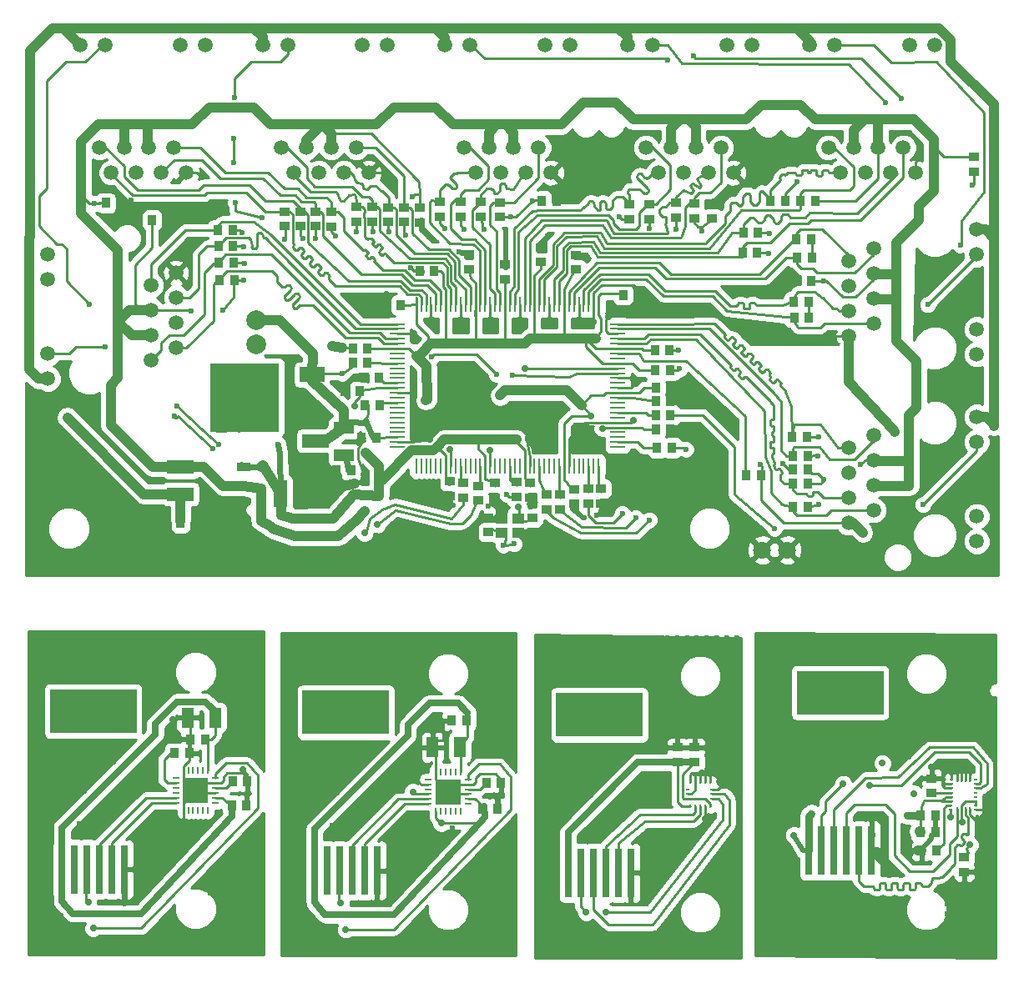
<source format=gtl>
G04 #@! TF.FileFunction,Copper,L1,Top,Signal*
%FSLAX46Y46*%
G04 Gerber Fmt 4.6, Leading zero omitted, Abs format (unit mm)*
G04 Created by KiCad (PCBNEW 4.0.6-e0-6349~53~ubuntu16.04.1) date Wed Aug 23 22:00:31 2017*
%MOMM*%
%LPD*%
G01*
G04 APERTURE LIST*
%ADD10C,0.150000*%
%ADD11R,1.397000X0.889000*%
%ADD12R,1.200000X1.100000*%
%ADD13R,0.889000X1.397000*%
%ADD14R,0.280000X1.500000*%
%ADD15R,1.500000X0.280000*%
%ADD16R,2.000000X1.250000*%
%ADD17C,2.000000*%
%ADD18R,2.500000X1.500000*%
%ADD19R,7.000000X7.000000*%
%ADD20C,0.500000*%
%ADD21C,1.800000*%
%ADD22R,0.899160X1.000760*%
%ADD23R,0.900000X1.000000*%
%ADD24R,1.000760X0.899160*%
%ADD25R,1.000000X0.900000*%
%ADD26R,2.700000X1.350000*%
%ADD27R,1.350000X2.700000*%
%ADD28C,0.600000*%
%ADD29R,0.760000X5.000000*%
%ADD30R,8.800000X4.500000*%
%ADD31R,2.499360X2.499360*%
%ADD32O,0.248920X0.800100*%
%ADD33O,0.800100X0.248920*%
%ADD34R,1.250000X2.000000*%
%ADD35R,0.250000X0.350000*%
%ADD36R,0.350000X0.250000*%
%ADD37C,1.500000*%
%ADD38C,0.700000*%
%ADD39C,0.250000*%
%ADD40C,1.000000*%
%ADD41C,0.500000*%
%ADD42C,0.700000*%
%ADD43C,0.600000*%
%ADD44C,0.400000*%
%ADD45C,0.800000*%
%ADD46C,0.254000*%
G04 APERTURE END LIST*
D10*
D11*
X108750000Y-100797500D03*
X108750000Y-102702500D03*
D12*
X134890000Y-107430000D03*
X136590000Y-107430000D03*
X134890000Y-106030000D03*
X136590000Y-106030000D03*
D13*
X104252500Y-106250000D03*
X102347500Y-106250000D03*
D14*
X144750000Y-84300000D03*
X144250000Y-84300000D03*
X143750000Y-84300000D03*
X143250000Y-84300000D03*
X142750000Y-84300000D03*
X142250000Y-84300000D03*
X141750000Y-84300000D03*
X141250000Y-84300000D03*
X140750000Y-84300000D03*
X140250000Y-84300000D03*
X139750000Y-84300000D03*
X139250000Y-84300000D03*
X138750000Y-84300000D03*
X138250000Y-84300000D03*
X137750000Y-84300000D03*
X137250000Y-84300000D03*
X136750000Y-84300000D03*
X136250000Y-84300000D03*
X135750000Y-84300000D03*
X135250000Y-84300000D03*
X134750000Y-84300000D03*
X134250000Y-84300000D03*
X133750000Y-84300000D03*
X133250000Y-84300000D03*
X132750000Y-84300000D03*
X132250000Y-84300000D03*
X131750000Y-84300000D03*
X131250000Y-84300000D03*
X130750000Y-84300000D03*
X130250000Y-84300000D03*
X129750000Y-84300000D03*
X129250000Y-84300000D03*
X128750000Y-84300000D03*
X128250000Y-84300000D03*
X127750000Y-84300000D03*
X127250000Y-84300000D03*
X126750000Y-84300000D03*
X126250000Y-84300000D03*
D15*
X124300000Y-86250000D03*
X124300000Y-86750000D03*
X124300000Y-87250000D03*
X124300000Y-87750000D03*
X124300000Y-88250000D03*
X124300000Y-88750000D03*
X124300000Y-89250000D03*
X124300000Y-89750000D03*
X124300000Y-90250000D03*
X124300000Y-90750000D03*
X124300000Y-91250000D03*
X124300000Y-91750000D03*
X124300000Y-92250000D03*
X124300000Y-92750000D03*
X124300000Y-93250000D03*
X124300000Y-93750000D03*
X124300000Y-94250000D03*
X124300000Y-94750000D03*
X124300000Y-95250000D03*
X124300000Y-95750000D03*
X124300000Y-96250000D03*
X124300000Y-96750000D03*
X124300000Y-97250000D03*
X124300000Y-97750000D03*
X124300000Y-98250000D03*
X124300000Y-98750000D03*
D14*
X126250000Y-100700000D03*
X126750000Y-100700000D03*
X127250000Y-100700000D03*
X127750000Y-100700000D03*
X128250000Y-100700000D03*
X128750000Y-100700000D03*
X129250000Y-100700000D03*
X129750000Y-100700000D03*
X130250000Y-100700000D03*
X130750000Y-100700000D03*
X131250000Y-100700000D03*
X131750000Y-100700000D03*
X132250000Y-100700000D03*
X132750000Y-100700000D03*
X133250000Y-100700000D03*
X133750000Y-100700000D03*
X134250000Y-100700000D03*
X134750000Y-100700000D03*
X135250000Y-100700000D03*
X135750000Y-100700000D03*
X136250000Y-100700000D03*
X136750000Y-100700000D03*
X137250000Y-100700000D03*
X137750000Y-100700000D03*
X138250000Y-100700000D03*
X138750000Y-100700000D03*
X139250000Y-100700000D03*
X139750000Y-100700000D03*
X140250000Y-100700000D03*
X140750000Y-100700000D03*
X141250000Y-100700000D03*
X141750000Y-100700000D03*
X142250000Y-100700000D03*
X142750000Y-100700000D03*
X143250000Y-100700000D03*
X143750000Y-100700000D03*
X144250000Y-100700000D03*
X144750000Y-100700000D03*
D15*
X146700000Y-98750000D03*
X146700000Y-98250000D03*
X146700000Y-97750000D03*
X146700000Y-97250000D03*
X146700000Y-96750000D03*
X146700000Y-96250000D03*
X146700000Y-95750000D03*
X146700000Y-95250000D03*
X146700000Y-94750000D03*
X146700000Y-94250000D03*
X146700000Y-93750000D03*
X146700000Y-93250000D03*
X146700000Y-92750000D03*
X146700000Y-92250000D03*
X146700000Y-91750000D03*
X146700000Y-91250000D03*
X146700000Y-90750000D03*
X146700000Y-90250000D03*
X146700000Y-89750000D03*
X146700000Y-89250000D03*
X146700000Y-88750000D03*
X146700000Y-88250000D03*
X146700000Y-87750000D03*
X146700000Y-87250000D03*
X146700000Y-86750000D03*
X146700000Y-86250000D03*
D16*
X118900000Y-96825000D03*
X118900000Y-99575000D03*
D17*
X110000000Y-88350000D03*
X110000000Y-85850000D03*
D18*
X115650000Y-96000000D03*
X115650000Y-91400000D03*
D19*
X108800000Y-93700000D03*
D20*
X106300000Y-91200000D03*
X107300000Y-91200000D03*
X108300000Y-91200000D03*
X109300000Y-91200000D03*
X110300000Y-91200000D03*
X111300000Y-91200000D03*
X106300000Y-92200000D03*
X107300000Y-92200000D03*
X108300000Y-92200000D03*
X109300000Y-92200000D03*
X110300000Y-92200000D03*
X111300000Y-92200000D03*
X111300000Y-93200000D03*
X110300000Y-93200000D03*
X109300000Y-93200000D03*
X108300000Y-93200000D03*
X107300000Y-93200000D03*
X106300000Y-93200000D03*
X106300000Y-94200000D03*
X107300000Y-94200000D03*
X108300000Y-94200000D03*
X109300000Y-94200000D03*
X110300000Y-94200000D03*
X111300000Y-94200000D03*
X111300000Y-95200000D03*
X110300000Y-95200000D03*
X109300000Y-95200000D03*
X108300000Y-95200000D03*
X107300000Y-95200000D03*
X106300000Y-95200000D03*
X106300000Y-96200000D03*
X107300000Y-96200000D03*
X108300000Y-96200000D03*
X109300000Y-96200000D03*
X110300000Y-96200000D03*
X111300000Y-96200000D03*
D21*
X161340160Y-109200000D03*
X163880160Y-109200000D03*
D22*
X100971840Y-75710000D03*
D23*
X99468160Y-75710000D03*
D22*
X96281840Y-73970000D03*
D23*
X94778160Y-73970000D03*
D24*
X126610000Y-75961840D03*
D25*
X126610000Y-74458160D03*
D22*
X140511840Y-73760000D03*
D23*
X139008160Y-73760000D03*
D24*
X156240000Y-74048160D03*
D25*
X156240000Y-75551840D03*
D22*
X164448160Y-101050000D03*
D23*
X165951840Y-101050000D03*
D24*
X133590000Y-105898160D03*
D25*
X133590000Y-107401840D03*
D24*
X138060000Y-105898160D03*
D25*
X138060000Y-107401840D03*
D22*
X151951840Y-88950000D03*
D23*
X150448160Y-88950000D03*
D24*
X182790000Y-70781840D03*
D25*
X182790000Y-69278160D03*
D22*
X119808160Y-88780000D03*
D23*
X121311840Y-88780000D03*
D22*
X152001840Y-90975000D03*
D23*
X150498160Y-90975000D03*
D22*
X123168160Y-84340000D03*
D23*
X124671840Y-84340000D03*
D22*
X152051840Y-92700000D03*
D23*
X150548160Y-92700000D03*
D22*
X152051840Y-97000000D03*
D23*
X150548160Y-97000000D03*
D24*
X131620000Y-79158160D03*
D25*
X131620000Y-80661840D03*
D24*
X142250000Y-104521840D03*
D25*
X142250000Y-103018160D03*
D24*
X135290000Y-80228160D03*
D25*
X135290000Y-81731840D03*
D24*
X137820000Y-103881840D03*
D25*
X137820000Y-102378160D03*
D24*
X138870000Y-78478160D03*
D25*
X138870000Y-79981840D03*
D24*
X134230000Y-103891840D03*
D25*
X134230000Y-102388160D03*
D24*
X142475000Y-79223160D03*
D25*
X142475000Y-80726840D03*
D24*
X129680000Y-103731840D03*
D25*
X129680000Y-102228160D03*
D22*
X148751840Y-83300000D03*
D23*
X147248160Y-83300000D03*
D22*
X118988160Y-93070000D03*
D23*
X120491840Y-93070000D03*
D22*
X164823160Y-81900000D03*
D23*
X166326840Y-81900000D03*
D22*
X120688160Y-97780000D03*
D23*
X122191840Y-97780000D03*
D22*
X126578160Y-80900000D03*
D23*
X128081840Y-80900000D03*
D22*
X122561840Y-94510000D03*
X121058160Y-94510000D03*
X121311840Y-90210000D03*
X119808160Y-90210000D03*
X150548160Y-94100000D03*
X152051840Y-94100000D03*
X106108160Y-76710000D03*
X107611840Y-76710000D03*
X107671840Y-78310000D03*
X106168160Y-78310000D03*
X106278160Y-81790000D03*
X107781840Y-81790000D03*
X107731840Y-80060000D03*
X106228160Y-80060000D03*
D24*
X117630000Y-74848160D03*
X117630000Y-76351840D03*
X116070000Y-76331840D03*
X116070000Y-74828160D03*
X112900000Y-74828160D03*
X112900000Y-76331840D03*
X114510000Y-76341840D03*
X114510000Y-74838160D03*
X125010000Y-74398160D03*
X125010000Y-75901840D03*
X123410000Y-75901840D03*
X123410000Y-74398160D03*
X120180000Y-74348160D03*
X120180000Y-75851840D03*
X121750000Y-75871840D03*
X121750000Y-74368160D03*
X134760000Y-73888160D03*
X134760000Y-75391840D03*
X132760000Y-75371840D03*
X132760000Y-73868160D03*
X128670000Y-73848160D03*
X128670000Y-75351840D03*
X130770000Y-75371840D03*
X130770000Y-73868160D03*
X154440000Y-74018160D03*
X154440000Y-75521840D03*
X152610000Y-75471840D03*
X152610000Y-73968160D03*
X147830000Y-74128160D03*
X147830000Y-75631840D03*
X149900000Y-75611840D03*
X149900000Y-74108160D03*
D22*
X159348160Y-79050000D03*
X160851840Y-79050000D03*
X160926840Y-76975000D03*
X159423160Y-76975000D03*
X152201840Y-98825000D03*
X150698160Y-98825000D03*
X162198160Y-73750000D03*
X163701840Y-73750000D03*
D24*
X143750000Y-104501840D03*
X143750000Y-102998160D03*
D22*
X166726840Y-73775000D03*
X165223160Y-73775000D03*
D24*
X140830000Y-105071840D03*
X140830000Y-103568160D03*
X145000000Y-104501840D03*
X145000000Y-102998160D03*
X139490000Y-105071840D03*
X139490000Y-103568160D03*
D22*
X120998160Y-91750000D03*
X122501840Y-91750000D03*
D24*
X136450000Y-103821840D03*
X136450000Y-102318160D03*
X132540000Y-104181840D03*
X132540000Y-102678160D03*
X130980000Y-103871840D03*
X130980000Y-102368160D03*
D22*
X164598160Y-85600000D03*
X166101840Y-85600000D03*
X166051840Y-84000000D03*
X164548160Y-84000000D03*
X164798160Y-77650000D03*
X166301840Y-77650000D03*
X166376840Y-79525000D03*
X164873160Y-79525000D03*
X164448160Y-104840000D03*
X165951840Y-104840000D03*
X165951840Y-102500000D03*
X164448160Y-102500000D03*
X164398160Y-97725000D03*
X165901840Y-97725000D03*
X165951840Y-99650000D03*
X164448160Y-99650000D03*
X118158160Y-101130000D03*
X119661840Y-101130000D03*
X152051840Y-95500000D03*
X150548160Y-95500000D03*
X161251840Y-101650000D03*
X159748160Y-101650000D03*
D26*
X102350000Y-100775000D03*
X102350000Y-103525000D03*
D27*
X112485000Y-103460000D03*
X115235000Y-103460000D03*
D26*
X116000000Y-98125000D03*
X116000000Y-100875000D03*
D28*
X99075000Y-132825000D03*
X99075000Y-130825000D03*
X99075000Y-131825000D03*
X97475000Y-133025000D03*
X97475000Y-132025000D03*
X97475000Y-134025000D03*
X96275000Y-135225000D03*
X96275000Y-133225000D03*
X96275000Y-134225000D03*
X94875000Y-135625000D03*
X94875000Y-134625000D03*
X94875000Y-136625000D03*
X92075000Y-137025000D03*
X92075000Y-138025000D03*
X93475000Y-138025000D03*
X93475000Y-136025000D03*
X93475000Y-137025000D03*
X99375000Y-124725000D03*
X99375000Y-125725000D03*
X99375000Y-123725000D03*
X99375000Y-122725000D03*
X100375000Y-123725000D03*
X100375000Y-122725000D03*
X101375000Y-123725000D03*
X101375000Y-122725000D03*
X104275000Y-137325000D03*
X102675000Y-138425000D03*
X101175000Y-136425000D03*
X101175000Y-137425000D03*
X101175000Y-138425000D03*
X101175000Y-139425000D03*
X101175000Y-140425000D03*
X100775000Y-141325000D03*
X102675000Y-139425000D03*
X99775000Y-142425000D03*
X99775000Y-141425000D03*
X99775000Y-140425000D03*
X99775000Y-139425000D03*
X99775000Y-138425000D03*
X99775000Y-137425000D03*
X99775000Y-136425000D03*
X98375000Y-137425000D03*
X98375000Y-138425000D03*
X98375000Y-139425000D03*
X98375000Y-140425000D03*
X98375000Y-141425000D03*
X98375000Y-142425000D03*
X98375000Y-143425000D03*
X110375000Y-123125000D03*
X110375000Y-124125000D03*
X110375000Y-125125000D03*
X110375000Y-126125000D03*
X110375000Y-127125000D03*
X110375000Y-128125000D03*
X109375000Y-123125000D03*
X109375000Y-124125000D03*
X109375000Y-125125000D03*
X109375000Y-126125000D03*
X109375000Y-127125000D03*
X109375000Y-128125000D03*
X108375000Y-123125000D03*
X108375000Y-124125000D03*
X108375000Y-125125000D03*
X108375000Y-126125000D03*
X108375000Y-127125000D03*
X108375000Y-128125000D03*
X107375000Y-123125000D03*
X107375000Y-124125000D03*
X107375000Y-125125000D03*
X107375000Y-126125000D03*
X107375000Y-127125000D03*
X107375000Y-128125000D03*
X110375000Y-117725000D03*
X110375000Y-118725000D03*
X110375000Y-119725000D03*
X110375000Y-120725000D03*
X110375000Y-121725000D03*
X109375000Y-117725000D03*
X109375000Y-118725000D03*
X109375000Y-119725000D03*
X109375000Y-120725000D03*
X109375000Y-121725000D03*
X108375000Y-117725000D03*
X108375000Y-118725000D03*
X108375000Y-119725000D03*
X108375000Y-120725000D03*
X108375000Y-121725000D03*
X107375000Y-117725000D03*
X107375000Y-118725000D03*
X107375000Y-119725000D03*
X107375000Y-120725000D03*
X107375000Y-121725000D03*
X106375000Y-117725000D03*
X106375000Y-118725000D03*
X106375000Y-119725000D03*
X106375000Y-120725000D03*
X106375000Y-121725000D03*
X105375000Y-117725000D03*
X105375000Y-118725000D03*
X105375000Y-119725000D03*
X107075000Y-129325000D03*
X104375000Y-117725000D03*
X104375000Y-118725000D03*
X110175000Y-130225000D03*
X103375000Y-117725000D03*
X103375000Y-118725000D03*
X110175000Y-129225000D03*
X102375000Y-117725000D03*
X102375000Y-118725000D03*
X102375000Y-119725000D03*
X101375000Y-117725000D03*
X101375000Y-118725000D03*
X101375000Y-119725000D03*
X101375000Y-120725000D03*
X101375000Y-121725000D03*
X100375000Y-117725000D03*
X100375000Y-118725000D03*
X100375000Y-119725000D03*
X100375000Y-120725000D03*
X100375000Y-121725000D03*
X99375000Y-117725000D03*
X99375000Y-118725000D03*
X99375000Y-119725000D03*
X99375000Y-120725000D03*
X99375000Y-121725000D03*
X98375000Y-117725000D03*
X98375000Y-118725000D03*
X98375000Y-119725000D03*
X98375000Y-120725000D03*
X98375000Y-121725000D03*
X97375000Y-117725000D03*
X97375000Y-118725000D03*
X97375000Y-119725000D03*
X97375000Y-120725000D03*
X97375000Y-121725000D03*
X96375000Y-117725000D03*
X96375000Y-118725000D03*
X96375000Y-119725000D03*
X96375000Y-120725000D03*
X96375000Y-121725000D03*
X95375000Y-117725000D03*
X95375000Y-118725000D03*
X95375000Y-119725000D03*
X95375000Y-120725000D03*
X95375000Y-121725000D03*
X94375000Y-117725000D03*
X94375000Y-118725000D03*
X94375000Y-119725000D03*
X94375000Y-120725000D03*
X94375000Y-121725000D03*
X93375000Y-117725000D03*
X93375000Y-118725000D03*
X93375000Y-119725000D03*
X93375000Y-120725000D03*
X93375000Y-121725000D03*
X92375000Y-117725000D03*
X92375000Y-118725000D03*
X92375000Y-119725000D03*
X92375000Y-120725000D03*
X92375000Y-121725000D03*
X91375000Y-117725000D03*
X91375000Y-118725000D03*
X91375000Y-119725000D03*
X91375000Y-120725000D03*
X91375000Y-121725000D03*
X90375000Y-117725000D03*
X90375000Y-118725000D03*
X90375000Y-119725000D03*
X90375000Y-120725000D03*
X90375000Y-121725000D03*
X89375000Y-117725000D03*
X89375000Y-118725000D03*
X89375000Y-119725000D03*
X89375000Y-120725000D03*
X89375000Y-121725000D03*
X95575000Y-130725000D03*
X95575000Y-129725000D03*
X95575000Y-128725000D03*
X94075000Y-128725000D03*
X94075000Y-129725000D03*
X94075000Y-130725000D03*
X94075000Y-131725000D03*
X92575000Y-133725000D03*
X92575000Y-132725000D03*
X92575000Y-131725000D03*
X92575000Y-130725000D03*
X92575000Y-129725000D03*
X92575000Y-128725000D03*
X90975000Y-128725000D03*
X90975000Y-129725000D03*
X90975000Y-130725000D03*
X90975000Y-131725000D03*
X90975000Y-132725000D03*
X90975000Y-133725000D03*
X90975000Y-134725000D03*
X89475000Y-134725000D03*
X89475000Y-133725000D03*
X89475000Y-132725000D03*
X89475000Y-131725000D03*
X89475000Y-130725000D03*
X89475000Y-129725000D03*
X89475000Y-128725000D03*
X89475000Y-135725000D03*
X88175000Y-117725000D03*
X88175000Y-118725000D03*
X88175000Y-119725000D03*
X88175000Y-120725000D03*
X88175000Y-121725000D03*
X88175000Y-122725000D03*
X88175000Y-123725000D03*
X88175000Y-124725000D03*
X88175000Y-125725000D03*
X88175000Y-126725000D03*
X88175000Y-127725000D03*
X88175000Y-128725000D03*
X88175000Y-129725000D03*
X88175000Y-130725000D03*
X88175000Y-131725000D03*
X88175000Y-132725000D03*
X88175000Y-133725000D03*
X88175000Y-134725000D03*
X88175000Y-135725000D03*
X88175000Y-136725000D03*
X88175000Y-137725000D03*
X88175000Y-138725000D03*
X88175000Y-139725000D03*
X107475000Y-140025000D03*
X108475000Y-140025000D03*
X108475000Y-139025000D03*
X110475000Y-137025000D03*
X109475000Y-140025000D03*
X109475000Y-139025000D03*
X109475000Y-138025000D03*
X110475000Y-140025000D03*
X110475000Y-139025000D03*
X110475000Y-138025000D03*
X105375000Y-144025000D03*
X105375000Y-143025000D03*
X105375000Y-142025000D03*
X110475000Y-141025000D03*
X110475000Y-142025000D03*
X110475000Y-143025000D03*
X110475000Y-144025000D03*
X110475000Y-145025000D03*
X110475000Y-146025000D03*
X109475000Y-141025000D03*
X109475000Y-142025000D03*
X109475000Y-143025000D03*
X109475000Y-144025000D03*
X109475000Y-145025000D03*
X109475000Y-146025000D03*
X108475000Y-141025000D03*
X108475000Y-142025000D03*
X108475000Y-143025000D03*
X108475000Y-144025000D03*
X108475000Y-145025000D03*
X108475000Y-146025000D03*
X107475000Y-141025000D03*
X107475000Y-142025000D03*
X107475000Y-143025000D03*
X107475000Y-144025000D03*
X107475000Y-145025000D03*
X107475000Y-146025000D03*
X106475000Y-141025000D03*
X106475000Y-142025000D03*
X106475000Y-143025000D03*
X106475000Y-144025000D03*
X106475000Y-145025000D03*
X106475000Y-146025000D03*
X110375000Y-147125000D03*
X108475000Y-147125000D03*
X107475000Y-147125000D03*
X106475000Y-147125000D03*
X109475000Y-147125000D03*
X110375000Y-148225000D03*
X109375000Y-148225000D03*
X108375000Y-148225000D03*
X107375000Y-148225000D03*
X106375000Y-148225000D03*
X105375000Y-148225000D03*
X104375000Y-148225000D03*
X103375000Y-148225000D03*
X102375000Y-148225000D03*
X101375000Y-148225000D03*
X100375000Y-148225000D03*
X110375000Y-149325000D03*
X109375000Y-149325000D03*
X108375000Y-149325000D03*
X107375000Y-149325000D03*
X106375000Y-149325000D03*
X105375000Y-149325000D03*
X104375000Y-149325000D03*
X103375000Y-149325000D03*
X102375000Y-149325000D03*
X101375000Y-149325000D03*
X100375000Y-149325000D03*
X99375000Y-149325000D03*
X98375000Y-149325000D03*
X93375000Y-149325000D03*
X94375000Y-149325000D03*
X95375000Y-149325000D03*
X96375000Y-149325000D03*
X97375000Y-149325000D03*
X88175000Y-142025000D03*
X92175000Y-147325000D03*
X92175000Y-148325000D03*
X92175000Y-149325000D03*
X88175000Y-144325000D03*
X88175000Y-140725000D03*
X91175000Y-147325000D03*
X91175000Y-148325000D03*
X91175000Y-149325000D03*
X88175000Y-143225000D03*
X90175000Y-146325000D03*
X90175000Y-147325000D03*
X90175000Y-148325000D03*
X90175000Y-149325000D03*
X89175000Y-145325000D03*
X89175000Y-146325000D03*
X89175000Y-147325000D03*
X89175000Y-148325000D03*
X89175000Y-149325000D03*
X88175000Y-145325000D03*
X88175000Y-146325000D03*
X88175000Y-147325000D03*
X88175000Y-148325000D03*
D29*
X90300000Y-141625000D03*
X92840000Y-141625000D03*
X95380000Y-141625000D03*
X94110000Y-141625000D03*
X96650000Y-141625000D03*
X91570000Y-141625000D03*
D30*
X93475000Y-125575000D03*
D31*
X103875000Y-133625000D03*
D32*
X102625320Y-135623980D03*
X103125700Y-135623980D03*
X103626080Y-135623980D03*
X104123920Y-135623980D03*
X104624300Y-135623980D03*
X105124680Y-135623980D03*
D33*
X105873980Y-134874680D03*
X105873980Y-134374300D03*
X105873980Y-133873920D03*
X105873980Y-133376080D03*
X105873980Y-132875700D03*
X105873980Y-132375320D03*
D32*
X105124680Y-131626020D03*
X104624300Y-131626020D03*
X104123920Y-131626020D03*
X103626080Y-131626020D03*
X103125700Y-131626020D03*
X102625320Y-131626020D03*
D33*
X101876020Y-132375320D03*
X101876020Y-132875700D03*
X101876020Y-133376080D03*
X101876020Y-133873920D03*
X101876020Y-134374300D03*
X101876020Y-134874680D03*
D28*
X103875000Y-133625000D03*
X103113000Y-132863000D03*
X103113000Y-134387000D03*
X104637000Y-132863000D03*
X104637000Y-134387000D03*
X88175000Y-149325000D03*
D22*
X109026840Y-135125000D03*
D23*
X107523160Y-135125000D03*
D22*
X103226840Y-129825000D03*
D23*
X101723160Y-129825000D03*
D22*
X109126840Y-132725000D03*
D23*
X107623160Y-132725000D03*
D22*
X103323160Y-128425000D03*
D23*
X104826840Y-128425000D03*
D34*
X105850000Y-126225000D03*
X103100000Y-126225000D03*
D28*
X124700000Y-132950000D03*
X124700000Y-130950000D03*
X124700000Y-131950000D03*
X123100000Y-133150000D03*
X123100000Y-132150000D03*
X123100000Y-134150000D03*
X121900000Y-135350000D03*
X121900000Y-133350000D03*
X121900000Y-134350000D03*
X120500000Y-135750000D03*
X120500000Y-134750000D03*
X120500000Y-136750000D03*
X117700000Y-137150000D03*
X117700000Y-138150000D03*
X119100000Y-138150000D03*
X119100000Y-136150000D03*
X119100000Y-137150000D03*
X125000000Y-124850000D03*
X125000000Y-125850000D03*
X125000000Y-123850000D03*
X125000000Y-122850000D03*
X126000000Y-123850000D03*
X126000000Y-122850000D03*
X127000000Y-123850000D03*
X127000000Y-122850000D03*
X129900000Y-137450000D03*
X128300000Y-138550000D03*
X126800000Y-136550000D03*
X126800000Y-137550000D03*
X126800000Y-138550000D03*
X126800000Y-139550000D03*
X126800000Y-140550000D03*
X126400000Y-141450000D03*
X128300000Y-139550000D03*
X125400000Y-142550000D03*
X125400000Y-141550000D03*
X125400000Y-140550000D03*
X125400000Y-139550000D03*
X125400000Y-138550000D03*
X125400000Y-137550000D03*
X125400000Y-136550000D03*
X124000000Y-137550000D03*
X124000000Y-138550000D03*
X124000000Y-139550000D03*
X124000000Y-140550000D03*
X124000000Y-141550000D03*
X124000000Y-142550000D03*
X124000000Y-143550000D03*
X136000000Y-123250000D03*
X136000000Y-124250000D03*
X136000000Y-125250000D03*
X136000000Y-126250000D03*
X136000000Y-127250000D03*
X136000000Y-128250000D03*
X135000000Y-123250000D03*
X135000000Y-124250000D03*
X135000000Y-125250000D03*
X135000000Y-126250000D03*
X135000000Y-127250000D03*
X135000000Y-128250000D03*
X134000000Y-123250000D03*
X134000000Y-124250000D03*
X134000000Y-125250000D03*
X134000000Y-126250000D03*
X134000000Y-127250000D03*
X134000000Y-128250000D03*
X133000000Y-123250000D03*
X133000000Y-124250000D03*
X133000000Y-125250000D03*
X133000000Y-126250000D03*
X133000000Y-127250000D03*
X133000000Y-128250000D03*
X136000000Y-117850000D03*
X136000000Y-118850000D03*
X136000000Y-119850000D03*
X136000000Y-120850000D03*
X136000000Y-121850000D03*
X135000000Y-117850000D03*
X135000000Y-118850000D03*
X135000000Y-119850000D03*
X135000000Y-120850000D03*
X135000000Y-121850000D03*
X134000000Y-117850000D03*
X134000000Y-118850000D03*
X134000000Y-119850000D03*
X134000000Y-120850000D03*
X134000000Y-121850000D03*
X133000000Y-117850000D03*
X133000000Y-118850000D03*
X133000000Y-119850000D03*
X133000000Y-120850000D03*
X133000000Y-121850000D03*
X132000000Y-117850000D03*
X132000000Y-118850000D03*
X132000000Y-119850000D03*
X132000000Y-120850000D03*
X132000000Y-121850000D03*
X131000000Y-117850000D03*
X131000000Y-118850000D03*
X131000000Y-119850000D03*
X132700000Y-129450000D03*
X130000000Y-117850000D03*
X130000000Y-118850000D03*
X135800000Y-130350000D03*
X129000000Y-117850000D03*
X129000000Y-118850000D03*
X135800000Y-129350000D03*
X128000000Y-117850000D03*
X128000000Y-118850000D03*
X128000000Y-119850000D03*
X127000000Y-117850000D03*
X127000000Y-118850000D03*
X127000000Y-119850000D03*
X127000000Y-120850000D03*
X127000000Y-121850000D03*
X126000000Y-117850000D03*
X126000000Y-118850000D03*
X126000000Y-119850000D03*
X126000000Y-120850000D03*
X126000000Y-121850000D03*
X125000000Y-117850000D03*
X125000000Y-118850000D03*
X125000000Y-119850000D03*
X125000000Y-120850000D03*
X125000000Y-121850000D03*
X124000000Y-117850000D03*
X124000000Y-118850000D03*
X124000000Y-119850000D03*
X124000000Y-120850000D03*
X124000000Y-121850000D03*
X123000000Y-117850000D03*
X123000000Y-118850000D03*
X123000000Y-119850000D03*
X123000000Y-120850000D03*
X123000000Y-121850000D03*
X122000000Y-117850000D03*
X122000000Y-118850000D03*
X122000000Y-119850000D03*
X122000000Y-120850000D03*
X122000000Y-121850000D03*
X121000000Y-117850000D03*
X121000000Y-118850000D03*
X121000000Y-119850000D03*
X121000000Y-120850000D03*
X121000000Y-121850000D03*
X120000000Y-117850000D03*
X120000000Y-118850000D03*
X120000000Y-119850000D03*
X120000000Y-120850000D03*
X120000000Y-121850000D03*
X119000000Y-117850000D03*
X119000000Y-118850000D03*
X119000000Y-119850000D03*
X119000000Y-120850000D03*
X119000000Y-121850000D03*
X118000000Y-117850000D03*
X118000000Y-118850000D03*
X118000000Y-119850000D03*
X118000000Y-120850000D03*
X118000000Y-121850000D03*
X117000000Y-117850000D03*
X117000000Y-118850000D03*
X117000000Y-119850000D03*
X117000000Y-120850000D03*
X117000000Y-121850000D03*
X116000000Y-117850000D03*
X116000000Y-118850000D03*
X116000000Y-119850000D03*
X116000000Y-120850000D03*
X116000000Y-121850000D03*
X115000000Y-117850000D03*
X115000000Y-118850000D03*
X115000000Y-119850000D03*
X115000000Y-120850000D03*
X115000000Y-121850000D03*
X121200000Y-130850000D03*
X121200000Y-129850000D03*
X121200000Y-128850000D03*
X119700000Y-128850000D03*
X119700000Y-129850000D03*
X119700000Y-130850000D03*
X119700000Y-131850000D03*
X118200000Y-133850000D03*
X118200000Y-132850000D03*
X118200000Y-131850000D03*
X118200000Y-130850000D03*
X118200000Y-129850000D03*
X118200000Y-128850000D03*
X116600000Y-128850000D03*
X116600000Y-129850000D03*
X116600000Y-130850000D03*
X116600000Y-131850000D03*
X116600000Y-132850000D03*
X116600000Y-133850000D03*
X116600000Y-134850000D03*
X115100000Y-134850000D03*
X115100000Y-133850000D03*
X115100000Y-132850000D03*
X115100000Y-131850000D03*
X115100000Y-130850000D03*
X115100000Y-129850000D03*
X115100000Y-128850000D03*
X115100000Y-135850000D03*
X113800000Y-117850000D03*
X113800000Y-118850000D03*
X113800000Y-119850000D03*
X113800000Y-120850000D03*
X113800000Y-121850000D03*
X113800000Y-122850000D03*
X113800000Y-123850000D03*
X113800000Y-124850000D03*
X113800000Y-125850000D03*
X113800000Y-126850000D03*
X113800000Y-127850000D03*
X113800000Y-128850000D03*
X113800000Y-129850000D03*
X113800000Y-130850000D03*
X113800000Y-131850000D03*
X113800000Y-132850000D03*
X113800000Y-133850000D03*
X113800000Y-134850000D03*
X113800000Y-135850000D03*
X113800000Y-136850000D03*
X113800000Y-137850000D03*
X113800000Y-138850000D03*
X113800000Y-139850000D03*
X133100000Y-140150000D03*
X134100000Y-140150000D03*
X134100000Y-139150000D03*
X136100000Y-137150000D03*
X135100000Y-140150000D03*
X135100000Y-139150000D03*
X135100000Y-138150000D03*
X136100000Y-140150000D03*
X136100000Y-139150000D03*
X136100000Y-138150000D03*
X131000000Y-144150000D03*
X131000000Y-143150000D03*
X131000000Y-142150000D03*
X136100000Y-141150000D03*
X136100000Y-142150000D03*
X136100000Y-143150000D03*
X136100000Y-144150000D03*
X136100000Y-145150000D03*
X136100000Y-146150000D03*
X135100000Y-141150000D03*
X135100000Y-142150000D03*
X135100000Y-143150000D03*
X135100000Y-144150000D03*
X135100000Y-145150000D03*
X135100000Y-146150000D03*
X134100000Y-141150000D03*
X134100000Y-142150000D03*
X134100000Y-143150000D03*
X134100000Y-144150000D03*
X134100000Y-145150000D03*
X134100000Y-146150000D03*
X133100000Y-141150000D03*
X133100000Y-142150000D03*
X133100000Y-143150000D03*
X133100000Y-144150000D03*
X133100000Y-145150000D03*
X133100000Y-146150000D03*
X132100000Y-141150000D03*
X132100000Y-142150000D03*
X132100000Y-143150000D03*
X132100000Y-144150000D03*
X132100000Y-145150000D03*
X132100000Y-146150000D03*
X136000000Y-147250000D03*
X134100000Y-147250000D03*
X133100000Y-147250000D03*
X132100000Y-147250000D03*
X135100000Y-147250000D03*
X136000000Y-148350000D03*
X135000000Y-148350000D03*
X134000000Y-148350000D03*
X133000000Y-148350000D03*
X132000000Y-148350000D03*
X131000000Y-148350000D03*
X130000000Y-148350000D03*
X129000000Y-148350000D03*
X128000000Y-148350000D03*
X127000000Y-148350000D03*
X126000000Y-148350000D03*
X136000000Y-149450000D03*
X135000000Y-149450000D03*
X134000000Y-149450000D03*
X133000000Y-149450000D03*
X132000000Y-149450000D03*
X131000000Y-149450000D03*
X130000000Y-149450000D03*
X129000000Y-149450000D03*
X128000000Y-149450000D03*
X127000000Y-149450000D03*
X126000000Y-149450000D03*
X125000000Y-149450000D03*
X124000000Y-149450000D03*
X119000000Y-149450000D03*
X120000000Y-149450000D03*
X121000000Y-149450000D03*
X122000000Y-149450000D03*
X123000000Y-149450000D03*
X113800000Y-142150000D03*
X117800000Y-147450000D03*
X117800000Y-148450000D03*
X117800000Y-149450000D03*
X113800000Y-144450000D03*
X113800000Y-140850000D03*
X116800000Y-147450000D03*
X116800000Y-148450000D03*
X116800000Y-149450000D03*
X113800000Y-143350000D03*
X115800000Y-146450000D03*
X115800000Y-147450000D03*
X115800000Y-148450000D03*
X115800000Y-149450000D03*
X114800000Y-145450000D03*
X114800000Y-146450000D03*
X114800000Y-147450000D03*
X114800000Y-148450000D03*
X114800000Y-149450000D03*
X113800000Y-145450000D03*
X113800000Y-146450000D03*
X113800000Y-147450000D03*
X113800000Y-148450000D03*
D29*
X115925000Y-141750000D03*
X118465000Y-141750000D03*
X121005000Y-141750000D03*
X119735000Y-141750000D03*
X122275000Y-141750000D03*
X117195000Y-141750000D03*
D30*
X119100000Y-125700000D03*
D28*
X113800000Y-149450000D03*
D31*
X129500000Y-133750000D03*
D32*
X128250320Y-135748980D03*
X128750700Y-135748980D03*
X129251080Y-135748980D03*
X129748920Y-135748980D03*
X130249300Y-135748980D03*
X130749680Y-135748980D03*
D33*
X131498980Y-134999680D03*
X131498980Y-134499300D03*
X131498980Y-133998920D03*
X131498980Y-133501080D03*
X131498980Y-133000700D03*
X131498980Y-132500320D03*
D32*
X130749680Y-131751020D03*
X130249300Y-131751020D03*
X129748920Y-131751020D03*
X129251080Y-131751020D03*
X128750700Y-131751020D03*
X128250320Y-131751020D03*
D33*
X127501020Y-132500320D03*
X127501020Y-133000700D03*
X127501020Y-133501080D03*
X127501020Y-133998920D03*
X127501020Y-134499300D03*
X127501020Y-134999680D03*
D28*
X129500000Y-133750000D03*
X128738000Y-132988000D03*
X128738000Y-134512000D03*
X130262000Y-132988000D03*
X130262000Y-134512000D03*
D22*
X129848160Y-126550000D03*
D23*
X131351840Y-126550000D03*
D22*
X134851840Y-132850000D03*
D23*
X133348160Y-132850000D03*
D22*
X134451840Y-135450000D03*
D23*
X132948160Y-135450000D03*
D34*
X130675000Y-129250000D03*
X127925000Y-129250000D03*
D28*
X148750000Y-148700000D03*
X147750000Y-148700000D03*
X146750000Y-148700000D03*
X145750000Y-148700000D03*
X144750000Y-148700000D03*
X149750000Y-148700000D03*
X150750000Y-148700000D03*
X158750000Y-130500000D03*
X158750000Y-129500000D03*
X157750000Y-128500000D03*
X157750000Y-129500000D03*
X157750000Y-130500000D03*
X156750000Y-128500000D03*
X156750000Y-129500000D03*
X156750000Y-130500000D03*
X153750000Y-124500000D03*
X153750000Y-125500000D03*
X153750000Y-126500000D03*
X153750000Y-127500000D03*
X152750000Y-124500000D03*
X152750000Y-125500000D03*
X152750000Y-126500000D03*
X152750000Y-127500000D03*
X154750000Y-127500000D03*
X154750000Y-126500000D03*
X154750000Y-125500000D03*
X154750000Y-124500000D03*
X155750000Y-127500000D03*
X155750000Y-126500000D03*
X155750000Y-125500000D03*
X155750000Y-124500000D03*
X156750000Y-127500000D03*
X156750000Y-126500000D03*
X156750000Y-125500000D03*
X156750000Y-124500000D03*
X157750000Y-127500000D03*
X157750000Y-126500000D03*
X157750000Y-125500000D03*
X157750000Y-124500000D03*
D29*
X141675000Y-142000000D03*
X144215000Y-142000000D03*
X146755000Y-142000000D03*
X145485000Y-142000000D03*
X148025000Y-142000000D03*
X142945000Y-142000000D03*
D30*
X144850000Y-125950000D03*
D28*
X150450000Y-133200000D03*
X150450000Y-132200000D03*
X148850000Y-133400000D03*
X148850000Y-134400000D03*
X147650000Y-133600000D03*
X147650000Y-134600000D03*
X146250000Y-136000000D03*
X146250000Y-135000000D03*
X143450000Y-138400000D03*
X144850000Y-136400000D03*
X144850000Y-137400000D03*
X150750000Y-125100000D03*
X150750000Y-126100000D03*
X150750000Y-124100000D03*
X150750000Y-123100000D03*
X151750000Y-124100000D03*
X151750000Y-123100000D03*
X154050000Y-138800000D03*
X152550000Y-137800000D03*
X152550000Y-138800000D03*
X152550000Y-139800000D03*
X152550000Y-140800000D03*
X152150000Y-141700000D03*
X151150000Y-142800000D03*
X151150000Y-141800000D03*
X151150000Y-140800000D03*
X151150000Y-139800000D03*
X151150000Y-138800000D03*
X151150000Y-137800000D03*
X149750000Y-137800000D03*
X149750000Y-138800000D03*
X149750000Y-139800000D03*
X149750000Y-140800000D03*
X149750000Y-141800000D03*
X149750000Y-142800000D03*
X149750000Y-143800000D03*
X158750000Y-124500000D03*
X158750000Y-125500000D03*
X158750000Y-126500000D03*
X158750000Y-127500000D03*
X158750000Y-128500000D03*
X158750000Y-118100000D03*
X158750000Y-119100000D03*
X158750000Y-120100000D03*
X157750000Y-118100000D03*
X157750000Y-119100000D03*
X156750000Y-118100000D03*
X156750000Y-119100000D03*
X155750000Y-118100000D03*
X155750000Y-119100000D03*
X154750000Y-118100000D03*
X154750000Y-119100000D03*
X153750000Y-118100000D03*
X153750000Y-119100000D03*
X153750000Y-120100000D03*
X152750000Y-118100000D03*
X152750000Y-119100000D03*
X152750000Y-120100000D03*
X151750000Y-118100000D03*
X151750000Y-119100000D03*
X151750000Y-120100000D03*
X151750000Y-121100000D03*
X151750000Y-122100000D03*
X150750000Y-118100000D03*
X150750000Y-119100000D03*
X150750000Y-120100000D03*
X150750000Y-121100000D03*
X150750000Y-122100000D03*
X149750000Y-118100000D03*
X149750000Y-119100000D03*
X149750000Y-120100000D03*
X149750000Y-121100000D03*
X149750000Y-122100000D03*
X148750000Y-118100000D03*
X148750000Y-119100000D03*
X148750000Y-120100000D03*
X148750000Y-121100000D03*
X148750000Y-122100000D03*
X147750000Y-118100000D03*
X147750000Y-119100000D03*
X147750000Y-120100000D03*
X147750000Y-121100000D03*
X147750000Y-122100000D03*
X146750000Y-118100000D03*
X146750000Y-119100000D03*
X146750000Y-120100000D03*
X146750000Y-121100000D03*
X146750000Y-122100000D03*
X145750000Y-118100000D03*
X145750000Y-119100000D03*
X145750000Y-120100000D03*
X145750000Y-121100000D03*
X145750000Y-122100000D03*
X144750000Y-118100000D03*
X144750000Y-119100000D03*
X144750000Y-120100000D03*
X144750000Y-121100000D03*
X144750000Y-122100000D03*
X143750000Y-118100000D03*
X143750000Y-119100000D03*
X143750000Y-120100000D03*
X143750000Y-121100000D03*
X143750000Y-122100000D03*
X142750000Y-118100000D03*
X142750000Y-119100000D03*
X142750000Y-120100000D03*
X142750000Y-121100000D03*
X142750000Y-122100000D03*
X141750000Y-118100000D03*
X141750000Y-119100000D03*
X141750000Y-120100000D03*
X141750000Y-121100000D03*
X141750000Y-122100000D03*
X140750000Y-118100000D03*
X140750000Y-119100000D03*
X140750000Y-120100000D03*
X140750000Y-121100000D03*
X140750000Y-122100000D03*
X146950000Y-131100000D03*
X146950000Y-130100000D03*
X146950000Y-129100000D03*
X145450000Y-129100000D03*
X145450000Y-130100000D03*
X145450000Y-131100000D03*
X145450000Y-132100000D03*
X143950000Y-134100000D03*
X143950000Y-133100000D03*
X143950000Y-132100000D03*
X143950000Y-131100000D03*
X143950000Y-130100000D03*
X143950000Y-129100000D03*
X142350000Y-129100000D03*
X142350000Y-130100000D03*
X142350000Y-131100000D03*
X142350000Y-132100000D03*
X142350000Y-133100000D03*
X142350000Y-134100000D03*
X142350000Y-135100000D03*
X140850000Y-135100000D03*
X140850000Y-134100000D03*
X140850000Y-133100000D03*
X140850000Y-132100000D03*
X140850000Y-131100000D03*
X140850000Y-130100000D03*
X140850000Y-129100000D03*
X140850000Y-136100000D03*
X139550000Y-118100000D03*
X139550000Y-119100000D03*
X139550000Y-120100000D03*
X139550000Y-121100000D03*
X139550000Y-122100000D03*
X139550000Y-123100000D03*
X139550000Y-124100000D03*
X139550000Y-125100000D03*
X139550000Y-126100000D03*
X139550000Y-127100000D03*
X139550000Y-128100000D03*
X139550000Y-129100000D03*
X139550000Y-130100000D03*
X139550000Y-131100000D03*
X139550000Y-132100000D03*
X139550000Y-133100000D03*
X139550000Y-134100000D03*
X139550000Y-135100000D03*
X139550000Y-136100000D03*
X139550000Y-137100000D03*
X139550000Y-138100000D03*
X139550000Y-139100000D03*
X139550000Y-140100000D03*
X158850000Y-140400000D03*
X156750000Y-143400000D03*
X156750000Y-142400000D03*
X158850000Y-141400000D03*
X158850000Y-142400000D03*
X158850000Y-143400000D03*
X157850000Y-141400000D03*
X157850000Y-142400000D03*
X157850000Y-143400000D03*
X158750000Y-148600000D03*
X157750000Y-148600000D03*
X156750000Y-148600000D03*
X155750000Y-148600000D03*
X154750000Y-148600000D03*
X153750000Y-148600000D03*
X152750000Y-148600000D03*
X151750000Y-148600000D03*
X158750000Y-149700000D03*
X157750000Y-149700000D03*
X156750000Y-149700000D03*
X155750000Y-149700000D03*
X154750000Y-149700000D03*
X153750000Y-149700000D03*
X152750000Y-149700000D03*
X151750000Y-149700000D03*
X150750000Y-149700000D03*
X149750000Y-149700000D03*
X144750000Y-149700000D03*
X145750000Y-149700000D03*
X146750000Y-149700000D03*
X147750000Y-149700000D03*
X148750000Y-149700000D03*
X139550000Y-142400000D03*
X143550000Y-147700000D03*
X143550000Y-148700000D03*
X143550000Y-149700000D03*
X139550000Y-144700000D03*
X139550000Y-141100000D03*
X142550000Y-147700000D03*
X142550000Y-148700000D03*
X142550000Y-149700000D03*
X139550000Y-143600000D03*
X141550000Y-146700000D03*
X141550000Y-147700000D03*
X141550000Y-148700000D03*
X141550000Y-149700000D03*
X140550000Y-145700000D03*
X140550000Y-146700000D03*
X140550000Y-147700000D03*
X140550000Y-148700000D03*
X140550000Y-149700000D03*
X139550000Y-145700000D03*
X139550000Y-146700000D03*
X139550000Y-147700000D03*
X139550000Y-148700000D03*
X139550000Y-149700000D03*
D35*
X156050000Y-132775000D03*
X155550000Y-132775000D03*
D36*
X153825000Y-133500000D03*
D35*
X154050000Y-132775000D03*
X154050000Y-135225000D03*
X156050000Y-135225000D03*
X154550000Y-135225000D03*
D36*
X153825000Y-134500000D03*
D35*
X155050000Y-135225000D03*
X155550000Y-135225000D03*
X154550000Y-132775000D03*
X155050000Y-132775000D03*
D36*
X153825000Y-134000000D03*
X156275000Y-134000000D03*
X156275000Y-133500000D03*
X156275000Y-134500000D03*
D24*
X154500000Y-129248160D03*
D25*
X154500000Y-130751840D03*
D24*
X152750000Y-129248160D03*
D25*
X152750000Y-130751840D03*
D29*
X166075000Y-139750000D03*
X168615000Y-139750000D03*
X171155000Y-139750000D03*
X169885000Y-139750000D03*
X172425000Y-139750000D03*
X167345000Y-139750000D03*
D30*
X169250000Y-123700000D03*
D28*
X174250000Y-120150000D03*
X173250000Y-120150000D03*
X172250000Y-120150000D03*
X171250000Y-120150000D03*
X175250000Y-130250000D03*
X175250000Y-129250000D03*
X176250000Y-130250000D03*
X176250000Y-129250000D03*
X181250000Y-143150000D03*
X182250000Y-143150000D03*
X180150000Y-143150000D03*
D36*
X180525000Y-132545000D03*
X180500000Y-135555000D03*
X182975000Y-132545000D03*
X182975000Y-135555000D03*
X182975000Y-133835000D03*
X182975000Y-132975000D03*
X182975000Y-133405000D03*
X180525000Y-132975000D03*
D35*
X182395000Y-132575000D03*
X181965000Y-132575000D03*
D36*
X180525000Y-133835000D03*
X180525000Y-133405000D03*
X180500000Y-135125000D03*
D35*
X182395000Y-135525000D03*
X181105000Y-135525000D03*
D36*
X180525000Y-134695000D03*
D35*
X181535000Y-135525000D03*
X181965000Y-135525000D03*
X181105000Y-132575000D03*
X181535000Y-132575000D03*
D36*
X180525000Y-134265000D03*
X182975000Y-134695000D03*
X182975000Y-134265000D03*
X182975000Y-135125000D03*
D24*
X178550000Y-132398160D03*
D25*
X178550000Y-133901840D03*
D22*
X178901840Y-136150000D03*
D23*
X177398160Y-136150000D03*
D22*
X177498160Y-139750000D03*
D23*
X179001840Y-139750000D03*
D24*
X181850000Y-141901840D03*
D25*
X181850000Y-140398160D03*
D22*
X178901840Y-137850000D03*
D23*
X177398160Y-137850000D03*
D28*
X161050000Y-149450000D03*
X161050000Y-148450000D03*
X161050000Y-147450000D03*
X161050000Y-146450000D03*
X161050000Y-145450000D03*
X162050000Y-149450000D03*
X162050000Y-148450000D03*
X162050000Y-147450000D03*
X162050000Y-146450000D03*
X163050000Y-149450000D03*
X163050000Y-148450000D03*
X163050000Y-147450000D03*
X164050000Y-149450000D03*
X164050000Y-148450000D03*
X164050000Y-147450000D03*
X169250000Y-149450000D03*
X168250000Y-149450000D03*
X167250000Y-149450000D03*
X166250000Y-149450000D03*
X165250000Y-149450000D03*
X170250000Y-149450000D03*
X171250000Y-149450000D03*
X172250000Y-149450000D03*
X173250000Y-149450000D03*
X174250000Y-149450000D03*
X175250000Y-149450000D03*
X176250000Y-149450000D03*
X177250000Y-149450000D03*
X178250000Y-149450000D03*
X179250000Y-149450000D03*
X180250000Y-149450000D03*
X181250000Y-149450000D03*
X182250000Y-149450000D03*
X172250000Y-148350000D03*
X173250000Y-148350000D03*
X174250000Y-148350000D03*
X175250000Y-148350000D03*
X176250000Y-148350000D03*
X177250000Y-148350000D03*
X178250000Y-148350000D03*
X179250000Y-148350000D03*
X180250000Y-148350000D03*
X181250000Y-148350000D03*
X182250000Y-148350000D03*
X173250000Y-145150000D03*
X172250000Y-146150000D03*
X180250000Y-147250000D03*
X174250000Y-147250000D03*
X172250000Y-147150000D03*
X171150000Y-145250000D03*
X174250000Y-146250000D03*
X174250000Y-145150000D03*
X172350000Y-145250000D03*
X171150000Y-146150000D03*
X179250000Y-128250000D03*
X179250000Y-127250000D03*
X179250000Y-126250000D03*
X179250000Y-125250000D03*
X179250000Y-124250000D03*
X180250000Y-128250000D03*
X180250000Y-127250000D03*
X180250000Y-126250000D03*
X180250000Y-125250000D03*
X180250000Y-124250000D03*
X181350000Y-128250000D03*
X181350000Y-127250000D03*
X181350000Y-126250000D03*
X181250000Y-125250000D03*
X181250000Y-124250000D03*
X182350000Y-128250000D03*
X182350000Y-127250000D03*
X182350000Y-126250000D03*
X182250000Y-125250000D03*
X182250000Y-124250000D03*
X169250000Y-146450000D03*
X169250000Y-147450000D03*
X169250000Y-148450000D03*
X168250000Y-146450000D03*
X168250000Y-147450000D03*
X168250000Y-148450000D03*
X167250000Y-146450000D03*
X167250000Y-147450000D03*
X167250000Y-148450000D03*
X166250000Y-146450000D03*
X166250000Y-147450000D03*
X166250000Y-148450000D03*
X165250000Y-146450000D03*
X165250000Y-147450000D03*
X165250000Y-148450000D03*
X164050000Y-146450000D03*
X163050000Y-146450000D03*
X163050000Y-145450000D03*
X164050000Y-145450000D03*
X165250000Y-145450000D03*
X166250000Y-145450000D03*
X167250000Y-145450000D03*
X168250000Y-145450000D03*
X169250000Y-145450000D03*
X162050000Y-145450000D03*
X162050000Y-142450000D03*
X164050000Y-142450000D03*
X163050000Y-142450000D03*
X163050000Y-143450000D03*
X164050000Y-143450000D03*
X164050000Y-144450000D03*
X163050000Y-144450000D03*
X162050000Y-143450000D03*
X162050000Y-144450000D03*
X161050000Y-142450000D03*
X161050000Y-143450000D03*
X161050000Y-144450000D03*
X171350000Y-148350000D03*
X170350000Y-148350000D03*
X173250000Y-147150000D03*
X170350000Y-147350000D03*
X175250000Y-146150000D03*
X173250000Y-146250000D03*
X176250000Y-147250000D03*
X175250000Y-147250000D03*
X175250000Y-145150000D03*
X171150000Y-147050000D03*
X170350000Y-146150000D03*
X180150000Y-145150000D03*
X180150000Y-146150000D03*
X180150000Y-144150000D03*
X182250000Y-144150000D03*
X182250000Y-145150000D03*
X182250000Y-146150000D03*
X181250000Y-144150000D03*
X181250000Y-145150000D03*
X181250000Y-146150000D03*
X182250000Y-147250000D03*
X181250000Y-147250000D03*
X183350000Y-147250000D03*
X184350000Y-147250000D03*
X183350000Y-146150000D03*
X183350000Y-145150000D03*
X183350000Y-144150000D03*
X184350000Y-146150000D03*
X184350000Y-145150000D03*
X184350000Y-144150000D03*
X184350000Y-139050000D03*
X184350000Y-148350000D03*
X183350000Y-148350000D03*
X184350000Y-149450000D03*
X183350000Y-149450000D03*
X183350000Y-138050000D03*
X184350000Y-138050000D03*
X184350000Y-137050000D03*
X184350000Y-124250000D03*
X184350000Y-125250000D03*
X184450000Y-126250000D03*
X184450000Y-127250000D03*
X184450000Y-128250000D03*
X183350000Y-124250000D03*
X183350000Y-125250000D03*
X183450000Y-126250000D03*
X183450000Y-127250000D03*
X183450000Y-128250000D03*
X183350000Y-123150000D03*
X183350000Y-122150000D03*
X183350000Y-121150000D03*
X184350000Y-123150000D03*
X184350000Y-122150000D03*
X184350000Y-121150000D03*
X182250000Y-121150000D03*
X182250000Y-122150000D03*
X182250000Y-123150000D03*
X181250000Y-121150000D03*
X181250000Y-122150000D03*
X181250000Y-123150000D03*
X180250000Y-121150000D03*
X180250000Y-122150000D03*
X180250000Y-123150000D03*
X175250000Y-122150000D03*
X175250000Y-121150000D03*
X176250000Y-123150000D03*
X178250000Y-124250000D03*
X178250000Y-125250000D03*
X178250000Y-126250000D03*
X178250000Y-127250000D03*
X178250000Y-128250000D03*
X177250000Y-124250000D03*
X177250000Y-125250000D03*
X177250000Y-126250000D03*
X177250000Y-127250000D03*
X177250000Y-128250000D03*
X176250000Y-124250000D03*
X176250000Y-125250000D03*
X176250000Y-126250000D03*
X176250000Y-127250000D03*
X176250000Y-128250000D03*
X175350000Y-123150000D03*
X175250000Y-124250000D03*
X175250000Y-125250000D03*
X175250000Y-126250000D03*
X175250000Y-127250000D03*
X175250000Y-128250000D03*
X175350000Y-120150000D03*
X178250000Y-118150000D03*
X178250000Y-119150000D03*
X177250000Y-118150000D03*
X177250000Y-119150000D03*
X176250000Y-118150000D03*
X176250000Y-119150000D03*
X176250000Y-120150000D03*
X175350000Y-118150000D03*
X175350000Y-119150000D03*
X179250000Y-119150000D03*
X179250000Y-118150000D03*
X180250000Y-120150000D03*
X180250000Y-119150000D03*
X180250000Y-118150000D03*
X181250000Y-120150000D03*
X181250000Y-119150000D03*
X181250000Y-118150000D03*
X182250000Y-120150000D03*
X182250000Y-119150000D03*
X182250000Y-118150000D03*
X184350000Y-118150000D03*
X184350000Y-119150000D03*
X184350000Y-120150000D03*
X183350000Y-118150000D03*
X183350000Y-119150000D03*
X183350000Y-120150000D03*
X165050000Y-120150000D03*
X169150000Y-120150000D03*
X169150000Y-119150000D03*
X169150000Y-118150000D03*
X170150000Y-120150000D03*
X170150000Y-119150000D03*
X170150000Y-118150000D03*
X168050000Y-118150000D03*
X168050000Y-119150000D03*
X168050000Y-120150000D03*
X167050000Y-118150000D03*
X167050000Y-119150000D03*
X167050000Y-120150000D03*
X166050000Y-118150000D03*
X166050000Y-119150000D03*
X166050000Y-120150000D03*
X165050000Y-118150000D03*
X165050000Y-119150000D03*
X161050000Y-119150000D03*
X161050000Y-118150000D03*
X162050000Y-120150000D03*
X162050000Y-119150000D03*
X162050000Y-118150000D03*
X163050000Y-120150000D03*
X163050000Y-119150000D03*
X163050000Y-118150000D03*
X164050000Y-120150000D03*
X164050000Y-119150000D03*
X164050000Y-118150000D03*
X161050000Y-120150000D03*
X161050000Y-128250000D03*
X161050000Y-127250000D03*
X161050000Y-126250000D03*
X161050000Y-125250000D03*
X161050000Y-124250000D03*
X161050000Y-123150000D03*
X162050000Y-128250000D03*
X162050000Y-127250000D03*
X162050000Y-126250000D03*
X162050000Y-125250000D03*
X162050000Y-124250000D03*
X163050000Y-128250000D03*
X163050000Y-127250000D03*
X163050000Y-126250000D03*
X163050000Y-125250000D03*
X163050000Y-124250000D03*
X164050000Y-128250000D03*
X164050000Y-127250000D03*
X164050000Y-126250000D03*
X164050000Y-125250000D03*
X164050000Y-124250000D03*
X164050000Y-121150000D03*
X164050000Y-122150000D03*
X164050000Y-123150000D03*
X163050000Y-121150000D03*
X163050000Y-122150000D03*
X163050000Y-123150000D03*
X162050000Y-121150000D03*
X162050000Y-122150000D03*
X162050000Y-123150000D03*
X161050000Y-121150000D03*
X161050000Y-122150000D03*
X161050000Y-138450000D03*
X161050000Y-137450000D03*
X161050000Y-136450000D03*
X162050000Y-138450000D03*
X162050000Y-137450000D03*
X163050000Y-138450000D03*
X163050000Y-137450000D03*
X163050000Y-136450000D03*
X162050000Y-136450000D03*
X162050000Y-139450000D03*
X163050000Y-139450000D03*
X163050000Y-140450000D03*
X163050000Y-141450000D03*
X162050000Y-140450000D03*
X162050000Y-141450000D03*
X161050000Y-139450000D03*
X161050000Y-140450000D03*
X161050000Y-141450000D03*
X171250000Y-119150000D03*
X171250000Y-118150000D03*
X173350000Y-118150000D03*
X173350000Y-119150000D03*
X172350000Y-118150000D03*
X172350000Y-119150000D03*
X174350000Y-119150000D03*
X174350000Y-118150000D03*
X183350000Y-143150000D03*
X183350000Y-142150000D03*
X183350000Y-141150000D03*
X183350000Y-140150000D03*
X184350000Y-143150000D03*
X184350000Y-142150000D03*
X184350000Y-141150000D03*
X184350000Y-140150000D03*
D37*
X183110000Y-108325000D03*
X183110000Y-105785000D03*
X183110000Y-98215000D03*
X183110000Y-95675000D03*
X172650000Y-97560000D03*
X172650000Y-102630000D03*
X172650000Y-100100000D03*
X172650000Y-105170000D03*
X170110000Y-98820000D03*
X170110000Y-103900000D03*
X170110000Y-101360000D03*
X170110000Y-106440000D03*
X183110000Y-89325000D03*
X183110000Y-86785000D03*
X183110000Y-79215000D03*
X183110000Y-76675000D03*
X172650000Y-78560000D03*
X172650000Y-83630000D03*
X172650000Y-81100000D03*
X172650000Y-86170000D03*
X170110000Y-79820000D03*
X170110000Y-84900000D03*
X170110000Y-82360000D03*
X170110000Y-87440000D03*
X178825000Y-57890000D03*
X176285000Y-57890000D03*
X168715000Y-57890000D03*
X166175000Y-57890000D03*
X168060000Y-68350000D03*
X173130000Y-68350000D03*
X170600000Y-68350000D03*
X175670000Y-68350000D03*
X169320000Y-70890000D03*
X174400000Y-70890000D03*
X171860000Y-70890000D03*
X176940000Y-70890000D03*
X160325000Y-57890000D03*
X157785000Y-57890000D03*
X150215000Y-57890000D03*
X147675000Y-57890000D03*
X149560000Y-68350000D03*
X154630000Y-68350000D03*
X152100000Y-68350000D03*
X157170000Y-68350000D03*
X150820000Y-70890000D03*
X155900000Y-70890000D03*
X153360000Y-70890000D03*
X158440000Y-70890000D03*
X141825000Y-57890000D03*
X139285000Y-57890000D03*
X131715000Y-57890000D03*
X129175000Y-57890000D03*
X131060000Y-68350000D03*
X136130000Y-68350000D03*
X133600000Y-68350000D03*
X138670000Y-68350000D03*
X132320000Y-70890000D03*
X137400000Y-70890000D03*
X134860000Y-70890000D03*
X139940000Y-70890000D03*
X123325000Y-57890000D03*
X120785000Y-57890000D03*
X113215000Y-57890000D03*
X110675000Y-57890000D03*
X112560000Y-68350000D03*
X117630000Y-68350000D03*
X115100000Y-68350000D03*
X120170000Y-68350000D03*
X113820000Y-70890000D03*
X118900000Y-70890000D03*
X116360000Y-70890000D03*
X121440000Y-70890000D03*
X104825000Y-57890000D03*
X102285000Y-57890000D03*
X94715000Y-57890000D03*
X92175000Y-57890000D03*
X94060000Y-68350000D03*
X99130000Y-68350000D03*
X96600000Y-68350000D03*
X101670000Y-68350000D03*
X95320000Y-70890000D03*
X100400000Y-70890000D03*
X97860000Y-70890000D03*
X102940000Y-70890000D03*
X88890000Y-79175000D03*
X88890000Y-81715000D03*
X88890000Y-89285000D03*
X88890000Y-91825000D03*
X99350000Y-89940000D03*
X99350000Y-84870000D03*
X99350000Y-87400000D03*
X99350000Y-82330000D03*
X101890000Y-88680000D03*
X101890000Y-83600000D03*
X101890000Y-86140000D03*
X101890000Y-81060000D03*
D38*
X176750000Y-133950000D03*
X173550000Y-130850000D03*
D28*
X144526000Y-105664000D03*
X143256000Y-105918000D03*
X148610000Y-92110000D03*
X118070000Y-92400000D03*
X137910000Y-104820000D03*
X133560000Y-104710000D03*
X129970000Y-104650000D03*
X137570000Y-97890000D03*
X153400000Y-93800000D03*
X155390000Y-97760000D03*
X115800000Y-94400000D03*
D38*
X126000000Y-93250000D03*
X120900000Y-101560000D03*
X133700000Y-99100000D03*
X129700000Y-99000000D03*
X127600000Y-98000000D03*
X119970000Y-102430000D03*
X116800000Y-103900000D03*
X114000000Y-100450000D03*
X148250000Y-96000000D03*
X108675000Y-131525000D03*
X108675000Y-129725000D03*
X102175000Y-128425000D03*
X101575000Y-126425000D03*
X109126840Y-133976840D03*
X102625320Y-136774680D03*
X96675000Y-145025000D03*
X134751840Y-134101840D03*
X122300000Y-145150000D03*
X155550000Y-136500000D03*
X155250000Y-131800000D03*
X156250000Y-131700000D03*
X157350000Y-133000000D03*
X174050000Y-141450000D03*
X176350000Y-140150000D03*
X169250000Y-144050000D03*
X182650000Y-131350000D03*
X181650000Y-131450000D03*
X178550000Y-131250000D03*
X180550000Y-131550000D03*
X179650000Y-130750000D03*
D28*
X135080000Y-108710000D03*
X136160000Y-108590000D03*
X136010000Y-91430000D03*
X162600000Y-107000000D03*
X177650000Y-104600000D03*
D38*
X137240000Y-90810000D03*
X136630000Y-104870000D03*
D28*
X87100000Y-77400000D03*
X118720000Y-91250000D03*
D38*
X119990000Y-94590000D03*
X121100000Y-99300000D03*
D28*
X112251840Y-98500000D03*
D38*
X134750000Y-98000000D03*
X134750000Y-93500000D03*
X144000000Y-95600000D03*
X145160000Y-96840000D03*
X110500000Y-100750000D03*
D28*
X167550000Y-102000000D03*
X108590000Y-76980000D03*
X108720000Y-78410000D03*
X108800000Y-80100000D03*
X108770000Y-81790000D03*
X106660000Y-84860000D03*
X103430000Y-84920000D03*
X118050000Y-77340000D03*
X116050000Y-77530000D03*
X114750000Y-77560000D03*
X112880000Y-77650000D03*
X93590000Y-74020000D03*
X120190000Y-76900000D03*
X121830000Y-76920000D03*
X123510000Y-76870000D03*
X125870000Y-73310000D03*
X125200000Y-77210000D03*
X129150000Y-76590000D03*
X131090000Y-76650000D03*
X133170000Y-76650000D03*
X135810000Y-75400000D03*
X140780000Y-66000000D03*
X138010000Y-73760000D03*
X146810000Y-75350000D03*
X149900000Y-76520000D03*
X152600000Y-76600000D03*
X170610000Y-66670000D03*
X164860000Y-71850000D03*
X155190000Y-76810000D03*
X162090000Y-77030000D03*
X162010000Y-79090000D03*
X167550000Y-81900000D03*
X167050000Y-104600000D03*
X171350000Y-100550000D03*
X167050000Y-97700000D03*
X167000000Y-99650000D03*
D38*
X110500000Y-103000000D03*
X121000000Y-105250000D03*
X127000000Y-89000000D03*
X127240000Y-94000000D03*
X126250000Y-89500000D03*
X144500000Y-87750000D03*
D28*
X90850000Y-95750000D03*
X177430000Y-69250000D03*
X182660000Y-72160000D03*
X152960000Y-90820000D03*
X104530000Y-71380000D03*
X123460000Y-71570000D03*
X102530000Y-79130000D03*
X101090000Y-76810000D03*
X97320000Y-73700000D03*
X125640000Y-80560000D03*
X135300000Y-79190000D03*
X130560000Y-78890000D03*
X127520000Y-77370000D03*
X143020000Y-73060000D03*
X139540000Y-77330000D03*
X157420000Y-73330000D03*
X167250000Y-88010000D03*
X163450000Y-82420000D03*
X143570000Y-79480000D03*
X174830000Y-97230000D03*
X171575000Y-107450000D03*
X163450000Y-100450000D03*
X161170000Y-100550000D03*
X152875000Y-88900000D03*
X153400000Y-85025000D03*
D38*
X126000000Y-87250000D03*
X122180000Y-84430000D03*
X123250000Y-83250000D03*
X127800000Y-86200000D03*
X133800000Y-86400000D03*
X136800000Y-86000000D03*
X142750000Y-86000000D03*
X144250000Y-86000000D03*
X145750000Y-85500000D03*
X139750000Y-86000000D03*
X117750000Y-88480000D03*
X118780000Y-88640000D03*
X130750000Y-86350000D03*
D28*
X178150000Y-84275000D03*
X153625000Y-99000000D03*
X101750000Y-95580000D03*
X105600000Y-98900000D03*
D38*
X121000000Y-107500000D03*
D28*
X94680000Y-88540000D03*
X93100000Y-84230000D03*
X102000000Y-94600000D03*
X106200000Y-98500000D03*
D38*
X122300000Y-106600000D03*
D28*
X107760000Y-69890000D03*
X107730000Y-67380000D03*
X107820000Y-63220000D03*
X134380000Y-91340000D03*
X127830000Y-89580000D03*
X110610000Y-75420000D03*
X135460000Y-103570000D03*
X107920000Y-73940000D03*
X149900000Y-106150000D03*
X151750000Y-59470000D03*
X154380000Y-59060000D03*
X175460000Y-63340000D03*
X148500000Y-105950000D03*
X173890000Y-63740000D03*
X147150000Y-105550000D03*
X181440000Y-78230000D03*
D38*
X128800000Y-136950000D03*
X125900000Y-133750000D03*
X164550000Y-138150000D03*
X181650000Y-136850000D03*
X180450000Y-136350000D03*
X182450000Y-139150000D03*
X176050000Y-136150000D03*
X166350000Y-135950000D03*
X92975000Y-144925000D03*
X93475000Y-147625000D03*
X119100000Y-147750000D03*
X118600000Y-145050000D03*
X143500000Y-146000000D03*
X145500000Y-146000000D03*
X169550000Y-132950000D03*
X172250000Y-133150000D03*
D39*
X145000000Y-104501840D02*
X145000000Y-105444000D01*
X145000000Y-105444000D02*
X144526000Y-105664000D01*
X142250000Y-104521840D02*
X142250000Y-104912000D01*
X142250000Y-104912000D02*
X143256000Y-105918000D01*
X146700000Y-92750000D02*
X147970000Y-92750000D01*
X147970000Y-92750000D02*
X148610000Y-92110000D01*
X118988160Y-93070000D02*
X118740000Y-93070000D01*
X118740000Y-93070000D02*
X118070000Y-92400000D01*
X120998160Y-91750000D02*
X119620000Y-91750000D01*
X118988160Y-92381840D02*
X118988160Y-93070000D01*
X119620000Y-91750000D02*
X118988160Y-92381840D01*
X137820000Y-103881840D02*
X137820000Y-104730000D01*
X137820000Y-104730000D02*
X137910000Y-104820000D01*
X138060000Y-107401840D02*
X138288160Y-107401840D01*
X134890000Y-106030000D02*
X133641840Y-105950000D01*
X133641840Y-105950000D02*
X133590000Y-105898160D01*
X134230000Y-103891840D02*
X134230000Y-104040000D01*
X134230000Y-104040000D02*
X133560000Y-104710000D01*
X129680000Y-103731840D02*
X129680000Y-104360000D01*
X129680000Y-104360000D02*
X129970000Y-104650000D01*
X137750000Y-100700000D02*
X137750000Y-99750000D01*
X137750000Y-99750000D02*
X137440000Y-98020000D01*
X137440000Y-98020000D02*
X137570000Y-97890000D01*
X152051840Y-94100000D02*
X153100000Y-94100000D01*
X153100000Y-94100000D02*
X153400000Y-93800000D01*
X152051840Y-97000000D02*
X155390000Y-97760000D01*
D40*
X115750000Y-94450000D02*
X115650000Y-96000000D01*
X115800000Y-94400000D02*
X115750000Y-94450000D01*
D39*
X151750000Y-94100000D02*
X151700000Y-94300000D01*
X151700000Y-94300000D02*
X151900000Y-94100000D01*
D40*
X115235000Y-103460000D02*
X115335000Y-102360000D01*
X115335000Y-102360000D02*
X116000000Y-100875000D01*
X116000000Y-103700000D02*
X115485000Y-103710000D01*
X115485000Y-103710000D02*
X115235000Y-103460000D01*
D39*
X142250000Y-104220000D02*
X142500000Y-104220000D01*
X141750000Y-100700000D02*
X141750000Y-97850000D01*
X143350000Y-96250000D02*
X146700000Y-96250000D01*
X141750000Y-97850000D02*
X143350000Y-96250000D01*
X138270000Y-103580000D02*
X137820000Y-103580000D01*
X134230000Y-103590000D02*
X134450000Y-103750000D01*
X134450000Y-103750000D02*
X134600000Y-103900000D01*
X137820000Y-103580000D02*
X137820000Y-103830000D01*
X124300000Y-93250000D02*
X126000000Y-93250000D01*
X120990000Y-97780000D02*
X120380000Y-98890000D01*
X120380000Y-98890000D02*
X120364544Y-99899792D01*
X120364544Y-99899792D02*
X120950000Y-101510000D01*
X120950000Y-101510000D02*
X120900000Y-101560000D01*
X133750000Y-100700000D02*
X133750000Y-99150000D01*
X133750000Y-99150000D02*
X133700000Y-99100000D01*
X129680000Y-103430000D02*
X129680000Y-104080000D01*
X129750000Y-100700000D02*
X129750000Y-99050000D01*
X129750000Y-99050000D02*
X129700000Y-99000000D01*
X124300000Y-98250000D02*
X125750000Y-98250000D01*
X125750000Y-98250000D02*
X127600000Y-98000000D01*
D40*
X115235000Y-103460000D02*
X117200000Y-103100000D01*
X117200000Y-103100000D02*
X119970000Y-102430000D01*
X116000000Y-103700000D02*
X116550000Y-103650000D01*
X116550000Y-103650000D02*
X116800000Y-103900000D01*
X116000000Y-100875000D02*
X114125000Y-100325000D01*
X114125000Y-100325000D02*
X114000000Y-100450000D01*
D39*
X134890000Y-106030000D02*
X133840000Y-105950000D01*
X133840000Y-105950000D02*
X133590000Y-106200000D01*
X138060000Y-107100000D02*
X136840000Y-107180000D01*
X136840000Y-107180000D02*
X136590000Y-107430000D01*
X138060000Y-107100000D02*
X138501247Y-107475062D01*
X146700000Y-91750000D02*
X148000000Y-91750000D01*
X148000000Y-92750000D02*
X148500000Y-92250000D01*
X148000000Y-92750000D02*
X146700000Y-92750000D01*
X148000000Y-91750000D02*
X148500000Y-92250000D01*
X146700000Y-96250000D02*
X148000000Y-96250000D01*
X148000000Y-96250000D02*
X148250000Y-96000000D01*
X109126840Y-131976840D02*
X108675000Y-131525000D01*
X109126840Y-131976840D02*
X109126840Y-132725000D01*
X103323160Y-128425000D02*
X102175000Y-128425000D01*
X103100000Y-126225000D02*
X101775000Y-126225000D01*
X101775000Y-126225000D02*
X101575000Y-126425000D01*
X109026840Y-135125000D02*
X109026840Y-134076840D01*
X109026840Y-134076840D02*
X109126840Y-133976840D01*
X102625320Y-135623980D02*
X102625320Y-136774680D01*
D41*
X96650000Y-141625000D02*
X96650000Y-145000000D01*
X96650000Y-145000000D02*
X96675000Y-145025000D01*
D39*
X97775000Y-141625000D02*
X96650000Y-141625000D01*
X102625320Y-136774680D02*
X97775000Y-141625000D01*
X109126840Y-132725000D02*
X109126840Y-133976840D01*
X109126840Y-132725000D02*
X109126840Y-132276840D01*
X109126840Y-132276840D02*
X108675000Y-131825000D01*
X106424300Y-132875700D02*
X105873980Y-132875700D01*
X106675000Y-132625000D02*
X106424300Y-132875700D01*
X106675000Y-132225000D02*
X106675000Y-132625000D01*
X107075000Y-131825000D02*
X106675000Y-132225000D01*
X108675000Y-131825000D02*
X107075000Y-131825000D01*
X105873980Y-132875700D02*
X104624300Y-132875700D01*
X104624300Y-132875700D02*
X103875000Y-133625000D01*
X105873980Y-133873920D02*
X104123920Y-133873920D01*
X104123920Y-133873920D02*
X103875000Y-133625000D01*
X103323160Y-128425000D02*
X103323160Y-126448160D01*
X103323160Y-126448160D02*
X103100000Y-126225000D01*
X103226840Y-129825000D02*
X103226840Y-128521320D01*
X103226840Y-128521320D02*
X103323160Y-128425000D01*
X102625320Y-131626020D02*
X102625320Y-131174680D01*
X103226840Y-130573160D02*
X103226840Y-129825000D01*
X102625320Y-131174680D02*
X103226840Y-130573160D01*
X102625320Y-131626020D02*
X102625320Y-132375320D01*
X102625320Y-132375320D02*
X103875000Y-133625000D01*
X102625320Y-135623980D02*
X102625320Y-134874680D01*
X102625320Y-134874680D02*
X103875000Y-133625000D01*
X96650000Y-141625000D02*
X96650000Y-143600000D01*
X96650000Y-143600000D02*
X96775000Y-143725000D01*
X128250320Y-131751020D02*
X128250320Y-129575320D01*
X128250320Y-129575320D02*
X127925000Y-129250000D01*
X127501020Y-133000700D02*
X126750700Y-133000700D01*
X126750700Y-133000700D02*
X126400000Y-132650000D01*
X128948160Y-128550000D02*
X127800000Y-128550000D01*
X128725000Y-126350000D02*
X127400000Y-126350000D01*
X127400000Y-126350000D02*
X127200000Y-126550000D01*
X134651840Y-135250000D02*
X134651840Y-134201840D01*
X134651840Y-134201840D02*
X134751840Y-134101840D01*
D41*
X122275000Y-141750000D02*
X122275000Y-145125000D01*
X122275000Y-145125000D02*
X122300000Y-145150000D01*
D39*
X134751840Y-132850000D02*
X134751840Y-134101840D01*
X134751840Y-132850000D02*
X134751840Y-132401840D01*
X134751840Y-132401840D02*
X134300000Y-131950000D01*
X132049300Y-133000700D02*
X131498980Y-133000700D01*
X131498980Y-133000700D02*
X130249300Y-133000700D01*
X130249300Y-133000700D02*
X129500000Y-133750000D01*
X131498980Y-133998920D02*
X129748920Y-133998920D01*
X129748920Y-133998920D02*
X129500000Y-133750000D01*
X128948160Y-128550000D02*
X128948160Y-126573160D01*
X128948160Y-126573160D02*
X128725000Y-126350000D01*
X128250320Y-131751020D02*
X128250320Y-132500320D01*
X128250320Y-132500320D02*
X129500000Y-133750000D01*
X122275000Y-141750000D02*
X122275000Y-143725000D01*
X122275000Y-143725000D02*
X122400000Y-143850000D01*
X132300000Y-132750000D02*
X132049300Y-133000700D01*
X132300000Y-132350000D02*
X132300000Y-132750000D01*
X132700000Y-131950000D02*
X132300000Y-132350000D01*
X134300000Y-131950000D02*
X132700000Y-131950000D01*
X155550000Y-135225000D02*
X155550000Y-136500000D01*
X153825000Y-134000000D02*
X154150000Y-134000000D01*
X154550000Y-133600000D02*
X154550000Y-132775000D01*
X154150000Y-134000000D02*
X154550000Y-133600000D01*
X154050000Y-132775000D02*
X154050000Y-132000000D01*
X154250000Y-131800000D02*
X155250000Y-131800000D01*
X154050000Y-132000000D02*
X154250000Y-131800000D01*
X154550000Y-132775000D02*
X154550000Y-132100000D01*
X154850000Y-131800000D02*
X155250000Y-131800000D01*
X154550000Y-132100000D02*
X154850000Y-131800000D01*
X155050000Y-132775000D02*
X155050000Y-132000000D01*
X155550000Y-132100000D02*
X155250000Y-131800000D01*
X155550000Y-132100000D02*
X155550000Y-132775000D01*
X155050000Y-132000000D02*
X155250000Y-131800000D01*
X156050000Y-132775000D02*
X156050000Y-131900000D01*
X156050000Y-131900000D02*
X156250000Y-131700000D01*
X156275000Y-133500000D02*
X156850000Y-133500000D01*
X156850000Y-133500000D02*
X157350000Y-133000000D01*
X148025000Y-142000000D02*
X148025000Y-143975000D01*
X148025000Y-143975000D02*
X148150000Y-144100000D01*
D42*
X172425000Y-139750000D02*
X173050000Y-139750000D01*
X173050000Y-139750000D02*
X173450000Y-140150000D01*
D41*
X172425000Y-139750000D02*
X172425000Y-139825000D01*
D42*
X172425000Y-139825000D02*
X174050000Y-141450000D01*
D41*
X177498160Y-139750000D02*
X176750000Y-139750000D01*
X176750000Y-139750000D02*
X176350000Y-140150000D01*
X177498160Y-139750000D02*
X177498160Y-139601840D01*
X177498160Y-139601840D02*
X178550000Y-138550000D01*
X178550000Y-138550000D02*
X178550000Y-138201840D01*
X178550000Y-138201840D02*
X178901840Y-137850000D01*
D39*
X172662621Y-137929235D02*
X172647728Y-138252936D01*
X172671865Y-137902815D02*
X172662621Y-137929235D01*
X172647728Y-138252936D02*
X172627936Y-138272728D01*
D40*
X177498160Y-139750000D02*
X177150000Y-139750000D01*
D39*
X182395000Y-135525000D02*
X182395000Y-136095000D01*
X182395000Y-136095000D02*
X183050000Y-136750000D01*
X182975000Y-135555000D02*
X184045000Y-135555000D01*
X184045000Y-135555000D02*
X184050000Y-135550000D01*
X182395000Y-132575000D02*
X182395000Y-131605000D01*
X182395000Y-131605000D02*
X182650000Y-131350000D01*
X181650000Y-131450000D02*
X181535000Y-131565000D01*
X181535000Y-131565000D02*
X181535000Y-132575000D01*
X181965000Y-132575000D02*
X181965000Y-131465000D01*
X181965000Y-131465000D02*
X181950000Y-131450000D01*
X181105000Y-132575000D02*
X181105000Y-131595000D01*
X181105000Y-131595000D02*
X181250000Y-131450000D01*
X178550000Y-132398160D02*
X178450000Y-131350000D01*
X178450000Y-131350000D02*
X178550000Y-131250000D01*
X180525000Y-132545000D02*
X180525000Y-131575000D01*
X180525000Y-131575000D02*
X180550000Y-131550000D01*
X180525000Y-132975000D02*
X179975000Y-132975000D01*
X179975000Y-132975000D02*
X179650000Y-132650000D01*
X180525000Y-133405000D02*
X179905000Y-133405000D01*
X179650000Y-133150000D02*
X179650000Y-132650000D01*
X179650000Y-132650000D02*
X179650000Y-130750000D01*
X179905000Y-133405000D02*
X179650000Y-133150000D01*
X146700000Y-89250000D02*
X148900000Y-89250000D01*
X159600000Y-101651840D02*
X159748160Y-101650000D01*
X159600000Y-95600000D02*
X159600000Y-101651840D01*
X153650000Y-90025000D02*
X159600000Y-95600000D01*
X149300000Y-90025000D02*
X153650000Y-90025000D01*
X148900000Y-89250000D02*
X149300000Y-90025000D01*
X135080000Y-108710000D02*
X136140000Y-108610000D01*
X135080000Y-108710000D02*
X135240000Y-108550000D01*
X135330000Y-107870000D02*
X135240000Y-108550000D01*
X136140000Y-108610000D02*
X136160000Y-108590000D01*
X146700000Y-91250000D02*
X142560000Y-91250000D01*
X142560000Y-91250000D02*
X141790000Y-91600000D01*
X141790000Y-91600000D02*
X136010000Y-91430000D01*
X135330000Y-107870000D02*
X134890000Y-107430000D01*
X134890000Y-107430000D02*
X134890000Y-107630000D01*
X134640000Y-107180000D02*
X134890000Y-107430000D01*
X133590000Y-107100000D02*
X134640000Y-107180000D01*
X150548160Y-95500000D02*
X149800000Y-95500000D01*
X149550000Y-95250000D02*
X146700000Y-95250000D01*
X149800000Y-95500000D02*
X149550000Y-95250000D01*
X183110000Y-98215000D02*
X183110000Y-99140000D01*
X155300000Y-95500000D02*
X152051840Y-95500000D01*
X158550000Y-98750000D02*
X155300000Y-95500000D01*
X158550000Y-103600000D02*
X158550000Y-98750000D01*
X162600000Y-107000000D02*
X158550000Y-103600000D01*
X183110000Y-99140000D02*
X177650000Y-104600000D01*
X146700000Y-86750000D02*
X156010000Y-86750000D01*
X156010000Y-86750000D02*
X162526250Y-93266250D01*
X162526250Y-93266250D02*
X163303635Y-94180040D01*
X163303635Y-94180040D02*
X163250000Y-99100000D01*
X163250000Y-99100000D02*
X163800000Y-99650000D01*
X163800000Y-99650000D02*
X164448160Y-99650000D01*
X172650000Y-97560000D02*
X172650000Y-98050000D01*
X172650000Y-98050000D02*
X170700000Y-100000000D01*
X164398160Y-99301840D02*
X164448160Y-99650000D01*
X164550000Y-98750000D02*
X164398160Y-99301840D01*
X167200000Y-98750000D02*
X164550000Y-98750000D01*
X168150000Y-100000000D02*
X167200000Y-98750000D01*
X170700000Y-100000000D02*
X168150000Y-100000000D01*
X172650000Y-97560000D02*
X172650000Y-98200000D01*
X146700000Y-86250000D02*
X152250000Y-86250000D01*
X152250000Y-86250000D02*
X156500000Y-86240000D01*
X158363744Y-87590264D02*
X158390608Y-87610427D01*
X158333064Y-87576585D02*
X158363744Y-87590264D01*
X156500000Y-86240000D02*
X157529999Y-87211249D01*
X159718866Y-89481439D02*
X159924681Y-89263173D01*
X160395053Y-89617261D02*
X160381373Y-89647937D01*
X157529999Y-87211249D02*
X157551703Y-87236884D01*
X157570066Y-87365747D02*
X157556386Y-87396425D01*
X161670794Y-90909691D02*
X161696429Y-90887986D01*
X160361211Y-89674803D02*
X160155393Y-89893066D01*
X157851206Y-87881497D02*
X157884781Y-87880512D01*
X162146689Y-91197250D02*
X162147676Y-91230825D01*
X157551703Y-87236884D02*
X157567158Y-87266706D01*
X157567158Y-87266706D02*
X157575590Y-87299220D01*
X157575590Y-87299220D02*
X157576576Y-87332795D01*
X160800406Y-90098034D02*
X160822082Y-90092412D01*
X157542447Y-87635329D02*
X157760712Y-87841144D01*
X162076388Y-91477903D02*
X162091844Y-91507725D01*
X158646031Y-87871701D02*
X158654463Y-87904213D01*
X157576576Y-87332795D02*
X157570066Y-87365747D01*
X161792338Y-90863110D02*
X161825290Y-90869622D01*
X160470376Y-90351275D02*
X160503951Y-90350290D01*
X160437424Y-90344765D02*
X160470376Y-90351275D01*
X159597319Y-89528016D02*
X159630894Y-89527031D01*
X159266856Y-89256213D02*
X159288560Y-89281848D01*
X157556386Y-87396425D02*
X157516060Y-87450153D01*
X158409280Y-88246547D02*
X158389117Y-88273412D01*
X158234023Y-87579492D02*
X158266539Y-87571061D01*
X162139935Y-91718536D02*
X162099608Y-91772264D01*
X157516060Y-87450153D02*
X157502380Y-87480830D01*
X158608871Y-87816242D02*
X158630575Y-87841877D01*
X158630575Y-87841877D02*
X158646031Y-87871701D01*
X160400576Y-89550732D02*
X160401563Y-89584307D01*
X158300112Y-87570073D02*
X158333064Y-87576585D01*
X158266539Y-87571061D02*
X158300112Y-87570073D01*
X161034673Y-90928366D02*
X161252938Y-91134181D01*
X157502380Y-87480830D02*
X157495870Y-87513783D01*
X159107079Y-88402752D02*
X159139595Y-88394321D01*
X158378344Y-88403130D02*
X158393800Y-88432953D01*
X157495870Y-87513783D02*
X157496855Y-87547358D01*
X161409521Y-91165117D02*
X161439343Y-91149661D01*
X158368927Y-88337042D02*
X158369912Y-88370616D01*
X158648940Y-87970742D02*
X158635260Y-88001418D01*
X157496855Y-87547358D02*
X157505287Y-87579872D01*
X157505287Y-87579872D02*
X157520743Y-87609694D01*
X157520743Y-87609694D02*
X157542447Y-87635329D01*
X157760712Y-87841144D02*
X157787576Y-87861307D01*
X158820174Y-88679883D02*
X158845810Y-88658179D01*
X158845810Y-88658179D02*
X159051624Y-88439914D01*
X162159139Y-91621331D02*
X162160125Y-91654906D01*
X157818254Y-87874987D02*
X157851206Y-87881497D01*
X157787576Y-87861307D02*
X157818254Y-87874987D01*
X159980136Y-89226011D02*
X160012652Y-89217580D01*
X159950316Y-89241468D02*
X159980136Y-89226011D01*
X159924681Y-89263173D02*
X159950316Y-89241468D01*
X157884781Y-87880512D02*
X157917295Y-87872080D01*
X159488154Y-88851544D02*
X159282336Y-89069807D01*
X157917295Y-87872080D02*
X157947117Y-87856624D01*
X163159279Y-92474464D02*
X163167711Y-92506978D01*
X163167711Y-92506978D02*
X163183167Y-92536800D01*
X157947117Y-87856624D02*
X157972753Y-87834920D01*
X158178568Y-87616654D02*
X158204203Y-87594949D01*
X157972753Y-87834920D02*
X158178568Y-87616654D01*
X159242968Y-89193876D02*
X159251400Y-89226390D01*
X159521996Y-88794002D02*
X159508316Y-88824678D01*
X159528506Y-88761048D02*
X159521996Y-88794002D01*
X158204203Y-87594949D02*
X158234023Y-87579492D01*
X160763436Y-90122809D02*
X160780524Y-90108338D01*
X159506825Y-89487663D02*
X159533689Y-89507826D01*
X158390608Y-87610427D02*
X158608871Y-87816242D01*
X160988096Y-90806820D02*
X160989081Y-90840394D01*
X160866433Y-90096097D02*
X160886885Y-90105217D01*
X158654463Y-87904213D02*
X158655450Y-87937788D01*
X158655450Y-87937788D02*
X158648940Y-87970742D01*
X158724263Y-88704756D02*
X158757838Y-88703771D01*
X159693230Y-89503143D02*
X159718866Y-89481439D01*
X158635260Y-88001418D02*
X158615098Y-88028284D01*
X158615098Y-88028284D02*
X158409280Y-88246547D01*
X161310480Y-91168024D02*
X161343432Y-91174534D01*
X158389117Y-88273412D02*
X158375437Y-88304089D01*
X158633769Y-88664403D02*
X158660633Y-88684566D01*
X158375437Y-88304089D02*
X158368927Y-88337042D01*
X158369912Y-88370616D02*
X158378344Y-88403130D01*
X158660633Y-88684566D02*
X158691311Y-88698246D01*
X160079177Y-89223104D02*
X160109857Y-89236783D01*
X158393800Y-88432953D02*
X158415504Y-88458588D01*
X158691311Y-88698246D02*
X158724263Y-88704756D01*
X163214126Y-92163990D02*
X163229580Y-92193813D01*
X158415504Y-88458588D02*
X158633769Y-88664403D01*
X159564367Y-89521506D02*
X159597319Y-89528016D01*
X158757838Y-88703771D02*
X158790352Y-88695339D01*
X158790352Y-88695339D02*
X158820174Y-88679883D01*
X159051624Y-88439914D02*
X159077259Y-88418209D01*
X159077259Y-88418209D02*
X159107079Y-88402752D01*
X159139595Y-88394321D02*
X159173168Y-88393333D01*
X159173168Y-88393333D02*
X159206120Y-88399845D01*
X159206120Y-88399845D02*
X159236800Y-88413524D01*
X159288560Y-89281848D02*
X159506825Y-89487663D01*
X160997513Y-90872908D02*
X161012969Y-90902731D01*
X159263664Y-88433687D02*
X159481927Y-88639502D01*
X159236800Y-88413524D02*
X159263664Y-88433687D01*
X159481927Y-88639502D02*
X159503631Y-88665137D01*
X159503631Y-88665137D02*
X159519087Y-88694961D01*
X159527519Y-88727473D02*
X159528506Y-88761048D01*
X159519087Y-88694961D02*
X159527519Y-88727473D01*
X159508316Y-88824678D02*
X159488154Y-88851544D01*
X160046225Y-89216592D02*
X160079177Y-89223104D01*
X159262173Y-89096672D02*
X159248493Y-89127349D01*
X159282336Y-89069807D02*
X159262173Y-89096672D01*
X162556302Y-92157031D02*
X162762118Y-91938766D01*
X160392144Y-89518220D02*
X160400576Y-89550732D01*
X159248493Y-89127349D02*
X159241983Y-89160302D01*
X160115040Y-89983561D02*
X160116025Y-90017135D01*
X160121550Y-89950608D02*
X160115040Y-89983561D01*
X159241983Y-89160302D02*
X159242968Y-89193876D01*
X159251400Y-89226390D02*
X159266856Y-89256213D01*
X159533689Y-89507826D02*
X159564367Y-89521506D01*
X159630894Y-89527031D02*
X159663408Y-89518599D01*
X160124457Y-90049649D02*
X160139913Y-90079472D01*
X160116025Y-90017135D02*
X160124457Y-90049649D01*
X162104292Y-91931805D02*
X162125996Y-91957440D01*
X159663408Y-89518599D02*
X159693230Y-89503143D01*
X160012652Y-89217580D02*
X160046225Y-89216592D01*
X163232489Y-92292854D02*
X163218809Y-92323530D01*
X160109857Y-89236783D02*
X160136721Y-89256946D01*
X162127486Y-91294455D02*
X162107324Y-91321321D01*
X162107324Y-91321321D02*
X162087159Y-91348184D01*
X160376688Y-89488396D02*
X160392144Y-89518220D01*
X160354984Y-89462761D02*
X160376688Y-89488396D01*
X160136721Y-89256946D02*
X160354984Y-89462761D01*
X160401563Y-89584307D02*
X160395053Y-89617261D01*
X160381373Y-89647937D02*
X160361211Y-89674803D01*
X160155393Y-89893066D02*
X160135230Y-89919931D01*
X162817572Y-91901604D02*
X162850088Y-91893173D01*
X160135230Y-89919931D02*
X160121550Y-89950608D01*
X160139913Y-90079472D02*
X160161617Y-90105107D01*
X160161617Y-90105107D02*
X160379882Y-90310922D01*
X160379882Y-90310922D02*
X160406746Y-90331085D01*
X160406746Y-90331085D02*
X160437424Y-90344765D01*
X160822082Y-90092412D02*
X160844465Y-90091755D01*
X161343432Y-91174534D02*
X161377007Y-91173549D01*
X160503951Y-90350290D02*
X160536465Y-90341858D01*
X160536465Y-90341858D02*
X160566287Y-90326402D01*
X162085929Y-91802941D02*
X162079419Y-91835894D01*
X160591923Y-90304698D02*
X160763436Y-90122809D01*
X160566287Y-90326402D02*
X160591923Y-90304698D01*
X161825290Y-90869622D02*
X161855970Y-90883301D01*
X160780524Y-90108338D02*
X160800406Y-90098034D01*
X162125996Y-91957440D02*
X162344261Y-92163256D01*
X160844465Y-90091755D02*
X160866433Y-90096097D01*
X162135252Y-91558995D02*
X162150707Y-91588817D01*
X163229580Y-92193813D02*
X163238012Y-92226325D01*
X160886885Y-90105217D02*
X160904794Y-90118657D01*
X160904794Y-90118657D02*
X161195814Y-90393078D01*
X161195814Y-90393078D02*
X161210284Y-90410170D01*
X161210284Y-90410170D02*
X161220587Y-90430050D01*
X161220587Y-90430050D02*
X161226210Y-90451726D01*
X161226210Y-90451726D02*
X161226867Y-90474109D01*
X161226867Y-90474109D02*
X161222525Y-90496077D01*
X161222525Y-90496077D02*
X161213406Y-90516529D01*
X162073481Y-91378861D02*
X162066971Y-91411815D01*
X162066971Y-91411815D02*
X162067956Y-91445389D01*
X161213406Y-90516529D02*
X161199964Y-90534438D01*
X161199964Y-90534438D02*
X161028449Y-90716325D01*
X161028449Y-90716325D02*
X161008286Y-90743190D01*
X162916613Y-91898697D02*
X162947291Y-91912377D01*
X161008286Y-90743190D02*
X160994606Y-90773867D01*
X160994606Y-90773867D02*
X160988096Y-90806820D01*
X160989081Y-90840394D02*
X160997513Y-90872908D01*
X161012969Y-90902731D02*
X161034673Y-90928366D01*
X162974157Y-91932539D02*
X163192422Y-92138355D01*
X161252938Y-91134181D02*
X161279802Y-91154344D01*
X161279802Y-91154344D02*
X161310480Y-91168024D01*
X161377007Y-91173549D02*
X161409521Y-91165117D01*
X161439343Y-91149661D02*
X161464979Y-91127957D01*
X161464979Y-91127957D02*
X161670794Y-90909691D01*
X161696429Y-90887986D02*
X161726249Y-90872529D01*
X161726249Y-90872529D02*
X161758765Y-90864098D01*
X161758765Y-90864098D02*
X161792338Y-90863110D01*
X161855970Y-90883301D02*
X161882834Y-90903464D01*
X161882834Y-90903464D02*
X162101097Y-91109279D01*
X162101097Y-91109279D02*
X162122801Y-91134914D01*
X162122801Y-91134914D02*
X162138257Y-91164738D01*
X162138257Y-91164738D02*
X162146689Y-91197250D01*
X162147676Y-91230825D02*
X162141166Y-91263779D01*
X162141166Y-91263779D02*
X162127486Y-91294455D01*
X162087159Y-91348184D02*
X162073481Y-91378861D01*
X162067956Y-91445389D02*
X162076388Y-91477903D01*
X162091844Y-91507725D02*
X162135252Y-91558995D01*
X162150707Y-91588817D02*
X162159139Y-91621331D01*
X162160125Y-91654906D02*
X162153615Y-91687858D01*
X162153615Y-91687858D02*
X162139935Y-91718536D01*
X162099608Y-91772264D02*
X162085929Y-91802941D01*
X162079419Y-91835894D02*
X162080404Y-91869469D01*
X162080404Y-91869469D02*
X162088836Y-91901983D01*
X162088836Y-91901983D02*
X162104292Y-91931805D01*
X162344261Y-92163256D02*
X162371125Y-92183419D01*
X162371125Y-92183419D02*
X162401803Y-92197098D01*
X162401803Y-92197098D02*
X162434755Y-92203608D01*
X162434755Y-92203608D02*
X162468330Y-92202623D01*
X162468330Y-92202623D02*
X162500844Y-92194191D01*
X163218809Y-92323530D02*
X163178482Y-92377259D01*
X162500844Y-92194191D02*
X162530666Y-92178735D01*
X162530666Y-92178735D02*
X162556302Y-92157031D01*
X162762118Y-91938766D02*
X162787751Y-91917059D01*
X162787751Y-91917059D02*
X162817572Y-91901604D01*
X162850088Y-91893173D02*
X162883661Y-91892187D01*
X162883661Y-91892187D02*
X162916613Y-91898697D01*
X162947291Y-91912377D02*
X162974157Y-91932539D01*
X163192422Y-92138355D02*
X163214126Y-92163990D01*
X163238012Y-92226325D02*
X163238999Y-92259900D01*
X163238999Y-92259900D02*
X163232489Y-92292854D01*
X163178482Y-92377259D02*
X163164804Y-92407938D01*
X163164804Y-92407938D02*
X163158292Y-92440890D01*
X163158292Y-92440890D02*
X163159279Y-92474464D01*
X163183167Y-92536800D02*
X163204871Y-92562435D01*
X163204871Y-92562435D02*
X163688160Y-93018160D01*
X163688160Y-93018160D02*
X163726211Y-93115160D01*
X163726211Y-93115160D02*
X164298160Y-94573160D01*
X164298160Y-94573160D02*
X164398160Y-97725000D01*
X170110000Y-98820000D02*
X169070000Y-98820000D01*
X164498160Y-97226840D02*
X164398160Y-97725000D01*
X164550000Y-96450000D02*
X164498160Y-97226840D01*
X167250000Y-96450000D02*
X164550000Y-96450000D01*
X169070000Y-98820000D02*
X167250000Y-96450000D01*
X162144738Y-94185263D02*
X162144738Y-94111894D01*
X162144738Y-94111894D02*
X160533011Y-92500167D01*
X162483637Y-95413238D02*
X162483637Y-94524162D01*
X162483637Y-94524162D02*
X162144738Y-94185263D01*
X160533011Y-92500167D02*
X159698341Y-91665497D01*
X164448160Y-102500000D02*
X163600000Y-102500000D01*
X162187652Y-98246816D02*
X162206612Y-98234903D01*
X162814121Y-101042213D02*
X162791853Y-101044564D01*
X159556919Y-91665497D02*
X159486208Y-91736208D01*
X162540096Y-99368388D02*
X162547492Y-99347252D01*
X163600000Y-102500000D02*
X163225000Y-102125000D01*
X162835309Y-101034965D02*
X162814121Y-101042213D01*
X162729657Y-101022311D02*
X162713935Y-101006366D01*
X162159904Y-98768388D02*
X162152508Y-98747252D01*
X163327532Y-101379877D02*
X163320284Y-101358690D01*
X162748534Y-101034357D02*
X162729657Y-101022311D01*
X163225000Y-102125000D02*
X163225000Y-101625000D01*
X163217752Y-101603812D02*
X163215401Y-101581543D01*
X162366362Y-97213238D02*
X162378238Y-97201362D01*
X162472252Y-98827507D02*
X162450000Y-98825000D01*
X162472252Y-99422492D02*
X162493388Y-99415096D01*
X158425544Y-90958387D02*
X158142701Y-90675544D01*
X162441689Y-97183119D02*
X162457541Y-97177572D01*
X158166378Y-90496439D02*
X158171360Y-90474606D01*
X163225000Y-101625000D02*
X163217752Y-101603812D01*
X162450000Y-98825000D02*
X162250000Y-98825000D01*
X162427747Y-99427507D02*
X162472252Y-99422492D01*
X162250000Y-98825000D02*
X162227748Y-98822492D01*
X163225607Y-101538225D02*
X163237654Y-101519348D01*
X163215401Y-101581543D02*
X163218064Y-101559309D01*
X163218064Y-101559309D02*
X163225607Y-101538225D01*
X163121756Y-100962107D02*
X163102879Y-100950060D01*
X163237654Y-101519348D02*
X163253598Y-101503625D01*
X158991233Y-91524076D02*
X158977271Y-91506568D01*
X163253598Y-101503625D02*
X163291685Y-101480064D01*
X163137478Y-100978051D02*
X163121756Y-100962107D01*
X163291685Y-101480064D02*
X163307630Y-101464341D01*
X162524193Y-100560037D02*
X162531739Y-100538952D01*
X163319676Y-101445464D02*
X163327220Y-101424380D01*
X163329883Y-101402146D02*
X163327532Y-101379877D01*
X163037292Y-100942205D02*
X163016104Y-100949452D01*
X162228239Y-96001362D02*
X162242459Y-95992427D01*
X163307630Y-101464341D02*
X163319676Y-101445464D01*
X163327220Y-101424380D02*
X163329883Y-101402146D01*
X162636014Y-100402872D02*
X162633663Y-100380604D01*
X162528183Y-98187348D02*
X162540096Y-98168388D01*
X163320284Y-101358690D02*
X163149259Y-100997095D01*
X163102879Y-100950060D02*
X163081795Y-100942517D01*
X163149259Y-100997095D02*
X163137478Y-100978051D01*
X162427747Y-97622492D02*
X162406611Y-97615096D01*
X162531131Y-100625728D02*
X162523882Y-100604538D01*
X163081795Y-100942517D02*
X163059561Y-100939853D01*
X162201881Y-96526689D02*
X162200000Y-96510000D01*
X162531739Y-100538952D02*
X162543783Y-100520076D01*
X162352507Y-97547252D02*
X162350000Y-97525000D01*
X163059561Y-100939853D02*
X163037292Y-100942205D01*
X162626415Y-100359416D02*
X162350000Y-99775000D01*
X162150000Y-98325000D02*
X162152508Y-98302747D01*
X162201881Y-96043310D02*
X162207428Y-96027458D01*
X162371816Y-99462651D02*
X162387651Y-99446816D01*
X163016104Y-100949452D02*
X162835309Y-101034965D01*
X162547492Y-99347252D02*
X162550000Y-99325000D01*
X162791853Y-101044564D02*
X162769618Y-101041901D01*
X162769618Y-101041901D02*
X162748534Y-101034357D01*
X162492572Y-95942541D02*
X162498119Y-95926689D01*
X162357427Y-97227458D02*
X162366362Y-97213238D01*
X162713935Y-101006366D02*
X162702154Y-100987323D01*
X162483637Y-97156761D02*
X162492572Y-97142541D01*
X158119022Y-90637860D02*
X158114039Y-90616029D01*
X162597816Y-100480790D02*
X162613761Y-100465067D01*
X162702154Y-100987323D02*
X162531131Y-100625728D01*
X162200000Y-96510000D02*
X162200000Y-96060000D01*
X162457541Y-96592427D02*
X162441689Y-96586880D01*
X162187652Y-98803183D02*
X162171817Y-98787348D01*
X162523882Y-100604538D02*
X162521532Y-100582270D01*
X162521532Y-100582270D02*
X162524193Y-100560037D01*
X162152508Y-98302747D02*
X162159904Y-98281611D01*
X158849809Y-90816966D02*
X158832301Y-90803004D01*
X162500000Y-96660000D02*
X162498119Y-96643310D01*
X162543783Y-100520076D02*
X162559730Y-100504354D01*
X162559730Y-100504354D02*
X162578772Y-100492571D01*
X158832301Y-90803004D02*
X158812126Y-90793288D01*
X162578772Y-100492571D02*
X162597816Y-100480790D01*
X162613761Y-100465067D02*
X162625807Y-100446190D01*
X162625807Y-100446190D02*
X162633351Y-100425107D01*
X162550000Y-98925000D02*
X162547492Y-98902747D01*
X162633351Y-100425107D02*
X162636014Y-100402872D01*
X162512348Y-97646816D02*
X162493388Y-97634903D01*
X162633663Y-100380604D02*
X162626415Y-100359416D01*
X158967554Y-91486392D02*
X158962571Y-91464561D01*
X162483637Y-95956761D02*
X162492572Y-95942541D01*
X162350000Y-99775000D02*
X162350000Y-99525000D01*
X162350000Y-99525000D02*
X162352507Y-99502747D01*
X162540096Y-97681611D02*
X162528183Y-97662651D01*
X162227748Y-98227507D02*
X162250000Y-98225000D01*
X162406611Y-99434903D02*
X162427747Y-99427507D01*
X162387651Y-99446816D02*
X162406611Y-99434903D01*
X162547492Y-97702747D02*
X162540096Y-97681611D01*
X162352507Y-99502747D02*
X162359903Y-99481611D01*
X158142701Y-90392700D02*
X157593320Y-89843320D01*
X162359903Y-99481611D02*
X162371816Y-99462651D01*
X162378238Y-97201362D02*
X162392458Y-97192427D01*
X162493388Y-99415096D02*
X162512348Y-99403183D01*
X162547492Y-98147252D02*
X162550000Y-98125000D01*
X162512348Y-99403183D02*
X162528183Y-99387348D01*
X162406611Y-97615096D02*
X162387651Y-97603183D01*
X162528183Y-99387348D02*
X162540096Y-99368388D01*
X158507451Y-90987047D02*
X158485059Y-90987048D01*
X162550000Y-99325000D02*
X162550000Y-98925000D01*
X162392458Y-97192427D02*
X162408310Y-97186880D01*
X162547492Y-98902747D02*
X162540096Y-98881611D01*
X162540096Y-98881611D02*
X162528183Y-98862651D01*
X162171817Y-98262651D02*
X162187652Y-98246816D01*
X162528183Y-98862651D02*
X162512348Y-98846816D01*
X149775000Y-87325000D02*
X149350000Y-87750000D01*
X162512348Y-98846816D02*
X162493388Y-98834903D01*
X162550000Y-98125000D02*
X162550000Y-97725000D01*
X162206612Y-98815096D02*
X162187652Y-98803183D01*
X159274076Y-91806919D02*
X158991233Y-91524076D01*
X162493388Y-98834903D02*
X162472252Y-98827507D01*
X162387651Y-97603183D02*
X162371816Y-97587348D01*
X162250000Y-98225000D02*
X162450000Y-98225000D01*
X162227748Y-98822492D02*
X162206612Y-98815096D01*
X162171817Y-98787348D02*
X162159904Y-98768388D01*
X162152508Y-98747252D02*
X162150000Y-98725000D01*
X162150000Y-98725000D02*
X162150000Y-98325000D01*
X162472252Y-98222492D02*
X162493388Y-98215096D01*
X158128739Y-90551630D02*
X158142701Y-90534122D01*
X162159904Y-98281611D02*
X162171817Y-98262651D01*
X159594602Y-91641819D02*
X159574427Y-91651535D01*
X162206612Y-98234903D02*
X162227748Y-98227507D01*
X162450000Y-98225000D02*
X162472252Y-98222492D01*
X162493388Y-98215096D02*
X162512348Y-98203183D01*
X162512348Y-98203183D02*
X162528183Y-98187348D01*
X162540096Y-98168388D02*
X162547492Y-98147252D01*
X162550000Y-97725000D02*
X162547492Y-97702747D01*
X162350000Y-97525000D02*
X162350000Y-97260000D01*
X162528183Y-97662651D02*
X162512348Y-97646816D01*
X162498119Y-97126689D02*
X162500000Y-97110000D01*
X158977271Y-91400162D02*
X158991233Y-91382654D01*
X162493388Y-97634903D02*
X162472252Y-97627507D01*
X162472252Y-97627507D02*
X162427747Y-97622492D01*
X162371816Y-97587348D02*
X162359903Y-97568388D01*
X162359903Y-97568388D02*
X162352507Y-97547252D01*
X162216363Y-96013238D02*
X162228239Y-96001362D01*
X162350000Y-97260000D02*
X162351880Y-97243310D01*
X162351880Y-97243310D02*
X162357427Y-97227458D01*
X162408310Y-97186880D02*
X162441689Y-97183119D01*
X162457541Y-97177572D02*
X162471761Y-97168637D01*
X162471761Y-97168637D02*
X162483637Y-97156761D01*
X162492572Y-97142541D02*
X162498119Y-97126689D01*
X162500000Y-97110000D02*
X162500000Y-96660000D01*
X162498119Y-96643310D02*
X162492572Y-96627458D01*
X162492572Y-96627458D02*
X162483637Y-96613238D01*
X162483637Y-96613238D02*
X162471761Y-96601362D01*
X162207428Y-96027458D02*
X162216363Y-96013238D01*
X162471761Y-96601362D02*
X162457541Y-96592427D01*
X159161313Y-91159324D02*
X159156330Y-91137492D01*
X162441689Y-96586880D02*
X162425000Y-96585000D01*
X159132652Y-91241231D02*
X159146614Y-91223723D01*
X162425000Y-96585000D02*
X162275000Y-96585000D01*
X162242459Y-96577572D02*
X162228239Y-96568637D01*
X162275000Y-96585000D02*
X162258311Y-96583119D01*
X162258311Y-96583119D02*
X162242459Y-96577572D01*
X158171360Y-90474606D02*
X158171361Y-90452214D01*
X162228239Y-96568637D02*
X162216363Y-96556761D01*
X162216363Y-96556761D02*
X162207428Y-96542541D01*
X162207428Y-96542541D02*
X162201881Y-96526689D01*
X162500000Y-95460000D02*
X162498119Y-95443310D01*
X162200000Y-96060000D02*
X162201881Y-96043310D01*
X162242459Y-95992427D02*
X162258311Y-95986880D01*
X162258311Y-95986880D02*
X162275000Y-95985000D01*
X162275000Y-95985000D02*
X162425000Y-95985000D01*
X162425000Y-95985000D02*
X162441689Y-95983119D01*
X162441689Y-95983119D02*
X162457541Y-95977572D01*
X158142701Y-90534122D02*
X158156661Y-90516613D01*
X162457541Y-95977572D02*
X162471761Y-95968637D01*
X158991233Y-91382654D02*
X159132652Y-91241231D01*
X162471761Y-95968637D02*
X162483637Y-95956761D01*
X162498119Y-95926689D02*
X162500000Y-95910000D01*
X162500000Y-95910000D02*
X162500000Y-95460000D01*
X162498119Y-95443310D02*
X162492572Y-95427458D01*
X162492572Y-95427458D02*
X162483637Y-95413238D01*
X159486208Y-91736208D02*
X159415498Y-91806919D01*
X158142701Y-90675544D02*
X158128739Y-90658036D01*
X159377814Y-91830596D02*
X159355983Y-91835579D01*
X158529282Y-90982064D02*
X158507451Y-90987047D01*
X159161313Y-91181717D02*
X159161313Y-91159324D01*
X159132652Y-91099809D02*
X158849809Y-90816966D01*
X159146614Y-91223723D02*
X159156330Y-91203548D01*
X155075000Y-87325000D02*
X149775000Y-87325000D01*
X158166378Y-90430383D02*
X158156661Y-90410207D01*
X158171361Y-90452214D02*
X158166378Y-90430383D01*
X158443052Y-90972349D02*
X158425544Y-90958387D01*
X158156661Y-90410207D02*
X158142701Y-90392700D01*
X158725895Y-90803004D02*
X158708387Y-90816966D01*
X158485059Y-90987048D02*
X158463226Y-90982064D01*
X159333591Y-91835580D02*
X159311758Y-91830596D01*
X159311758Y-91830596D02*
X159291584Y-91820881D01*
X159698341Y-91665497D02*
X159680833Y-91651535D01*
X159680833Y-91651535D02*
X159660658Y-91641819D01*
X159660658Y-91641819D02*
X159638827Y-91636836D01*
X159638827Y-91636836D02*
X159616434Y-91636836D01*
X159616434Y-91636836D02*
X159594602Y-91641819D01*
X159574427Y-91651535D02*
X159556919Y-91665497D01*
X159415498Y-91806919D02*
X159397990Y-91820881D01*
X159397990Y-91820881D02*
X159377814Y-91830596D01*
X158962571Y-91464561D02*
X158962572Y-91442169D01*
X159355983Y-91835579D02*
X159333591Y-91835580D01*
X159291584Y-91820881D02*
X159274076Y-91806919D01*
X158977271Y-91506568D02*
X158967554Y-91486392D01*
X158962572Y-91442169D02*
X158967554Y-91420336D01*
X158967554Y-91420336D02*
X158977271Y-91400162D01*
X159156330Y-91203548D02*
X159161313Y-91181717D01*
X159156330Y-91137492D02*
X159146614Y-91117317D01*
X159146614Y-91117317D02*
X159132652Y-91099809D01*
X158812126Y-90793288D02*
X158790295Y-90788305D01*
X158790295Y-90788305D02*
X158767902Y-90788305D01*
X158767902Y-90788305D02*
X158746070Y-90793288D01*
X158746070Y-90793288D02*
X158725895Y-90803004D01*
X158708387Y-90816966D02*
X158566966Y-90958387D01*
X158566966Y-90958387D02*
X158549458Y-90972349D01*
X158549458Y-90972349D02*
X158529282Y-90982064D01*
X158463226Y-90982064D02*
X158443052Y-90972349D01*
X158128739Y-90658036D02*
X158119022Y-90637860D01*
X158114039Y-90616029D02*
X158114040Y-90593637D01*
X158114040Y-90593637D02*
X158119022Y-90571804D01*
X158119022Y-90571804D02*
X158128739Y-90551630D01*
X158156661Y-90516613D02*
X158166378Y-90496439D01*
X157593320Y-89843320D02*
X155075000Y-87325000D01*
X149350000Y-87750000D02*
X146700000Y-87750000D01*
X166478183Y-103662349D02*
X166462348Y-103678184D01*
X170110000Y-103900000D02*
X167600000Y-103900000D01*
X167600000Y-103900000D02*
X167200000Y-103500000D01*
X167097492Y-103377747D02*
X167090096Y-103356611D01*
X165897492Y-103577748D02*
X165890096Y-103556612D01*
X167200000Y-103500000D02*
X167177747Y-103497492D01*
X167000000Y-103300000D02*
X166600000Y-103300000D01*
X165921816Y-103662349D02*
X165909903Y-103643389D01*
X166556611Y-103309903D02*
X166537651Y-103321816D01*
X167109903Y-103443388D02*
X167102507Y-103422252D01*
X167177747Y-103497492D02*
X167156611Y-103490096D01*
X167078183Y-103337651D02*
X167062348Y-103321816D01*
X167156611Y-103490096D02*
X167137651Y-103478183D01*
X166577747Y-103302507D02*
X166556611Y-103309903D01*
X167137651Y-103478183D02*
X167121816Y-103462348D01*
X166521816Y-103337651D02*
X166509903Y-103356611D01*
X167102507Y-103422252D02*
X167097492Y-103377747D01*
X167121816Y-103462348D02*
X167109903Y-103443388D01*
X167090096Y-103356611D02*
X167078183Y-103337651D01*
X166502507Y-103377747D02*
X166500000Y-103400000D01*
X167062348Y-103321816D02*
X167043388Y-103309903D01*
X167043388Y-103309903D02*
X167022252Y-103302507D01*
X167022252Y-103302507D02*
X167000000Y-103300000D01*
X166600000Y-103300000D02*
X166577747Y-103302507D01*
X166537651Y-103321816D02*
X166521816Y-103337651D01*
X166490096Y-103643389D02*
X166478183Y-103662349D01*
X166422252Y-103697493D02*
X166400000Y-103700000D01*
X166509903Y-103356611D02*
X166502507Y-103377747D01*
X166500000Y-103600000D02*
X166497492Y-103622253D01*
X166500000Y-103400000D02*
X166500000Y-103600000D01*
X165902507Y-103622253D02*
X165897492Y-103577748D01*
X166497492Y-103622253D02*
X166490096Y-103643389D01*
X166462348Y-103678184D02*
X166443388Y-103690097D01*
X165977747Y-103697493D02*
X165956611Y-103690097D01*
X166443388Y-103690097D02*
X166422252Y-103697493D01*
X166400000Y-103700000D02*
X166000000Y-103700000D01*
X166000000Y-103700000D02*
X165977747Y-103697493D01*
X165890096Y-103556612D02*
X165878183Y-103537652D01*
X165956611Y-103690097D02*
X165937651Y-103678184D01*
X165937651Y-103678184D02*
X165921816Y-103662349D01*
X165909903Y-103643389D02*
X165902507Y-103622253D01*
X165800000Y-103500000D02*
X164850000Y-103500000D01*
X165878183Y-103537652D02*
X165862348Y-103521817D01*
X165862348Y-103521817D02*
X165843388Y-103509904D01*
X165843388Y-103509904D02*
X165822252Y-103502508D01*
X165822252Y-103502508D02*
X165800000Y-103500000D01*
X164850000Y-103500000D02*
X164448160Y-103098160D01*
X164448160Y-103098160D02*
X164448160Y-102500000D01*
X146700000Y-88250000D02*
X149575000Y-88250000D01*
X163400000Y-104600000D02*
X164448160Y-104840000D01*
X162235000Y-103385000D02*
X163400000Y-104600000D01*
X162235000Y-101210000D02*
X162235000Y-103385000D01*
X161625000Y-99775000D02*
X162235000Y-101210000D01*
X161575000Y-95075000D02*
X161625000Y-99775000D01*
X154650000Y-87800000D02*
X161575000Y-95075000D01*
X150025000Y-87800000D02*
X154650000Y-87800000D01*
X149575000Y-88250000D02*
X150025000Y-87800000D01*
X172650000Y-105170000D02*
X168380000Y-105170000D01*
X164448160Y-105248160D02*
X164448160Y-104840000D01*
X164900000Y-105700000D02*
X164448160Y-105248160D01*
X167850000Y-105700000D02*
X164900000Y-105700000D01*
X168380000Y-105170000D02*
X167850000Y-105700000D01*
X144000000Y-90750000D02*
X146700000Y-90750000D01*
X137240000Y-90810000D02*
X142060000Y-90750000D01*
X142060000Y-90750000D02*
X144000000Y-90750000D01*
X136590000Y-106030000D02*
X136730000Y-104970000D01*
X136730000Y-104970000D02*
X136630000Y-104870000D01*
X138060000Y-106200000D02*
X136840000Y-106280000D01*
X136840000Y-106280000D02*
X136590000Y-106030000D01*
D40*
X184850000Y-77800000D02*
X184850000Y-63950000D01*
X179250000Y-56200000D02*
X164900000Y-56200000D01*
X180500000Y-57450000D02*
X179250000Y-56200000D01*
X180500000Y-59600000D02*
X180500000Y-57450000D01*
X184850000Y-63950000D02*
X180500000Y-59600000D01*
D39*
X118720000Y-91250000D02*
X115800000Y-91250000D01*
X115800000Y-91250000D02*
X115650000Y-91400000D01*
D43*
X121158000Y-96266000D02*
X119520236Y-96204764D01*
D44*
X119520236Y-96204764D02*
X118900000Y-96825000D01*
D40*
X146800000Y-56200000D02*
X164900000Y-56200000D01*
X164900000Y-56200000D02*
X166175000Y-57475000D01*
X166175000Y-57475000D02*
X166175000Y-57890000D01*
X128100000Y-56200000D02*
X146800000Y-56200000D01*
X147675000Y-57075000D02*
X147675000Y-57890000D01*
X146800000Y-56200000D02*
X147675000Y-57075000D01*
X109800000Y-56200000D02*
X128100000Y-56200000D01*
X128100000Y-56200000D02*
X128200000Y-56200000D01*
X128200000Y-56200000D02*
X129175000Y-57175000D01*
X129175000Y-57175000D02*
X129175000Y-57890000D01*
X89900000Y-56200000D02*
X109800000Y-56200000D01*
X110675000Y-57075000D02*
X110675000Y-57890000D01*
X109800000Y-56200000D02*
X110675000Y-57075000D01*
X184850000Y-96600000D02*
X184850000Y-77800000D01*
X184850000Y-77800000D02*
X184850000Y-77550000D01*
X183975000Y-76675000D02*
X183110000Y-76675000D01*
X184850000Y-77550000D02*
X183975000Y-76675000D01*
X184850000Y-96600000D02*
X184850000Y-96450000D01*
X184075000Y-95675000D02*
X183110000Y-95675000D01*
X184850000Y-96450000D02*
X184075000Y-95675000D01*
X87100000Y-77400000D02*
X87100000Y-58500000D01*
X90485000Y-56200000D02*
X92175000Y-57890000D01*
X89400000Y-56200000D02*
X89900000Y-56200000D01*
X89900000Y-56200000D02*
X90485000Y-56200000D01*
X87100000Y-58500000D02*
X89400000Y-56200000D01*
X88890000Y-91825000D02*
X87925000Y-91825000D01*
X87000000Y-90900000D02*
X87925000Y-91825000D01*
X87000000Y-77500000D02*
X87000000Y-90900000D01*
X87000000Y-77500000D02*
X87100000Y-77400000D01*
X118900000Y-96825000D02*
X118900000Y-95000000D01*
X118900000Y-95000000D02*
X115650000Y-92050000D01*
X115650000Y-92050000D02*
X115650000Y-91400000D01*
X116000000Y-98125000D02*
X117000000Y-98125000D01*
X117000000Y-98125000D02*
X118900000Y-96825000D01*
X110000000Y-85850000D02*
X112350000Y-85850000D01*
X115750000Y-89250000D02*
X115650000Y-91400000D01*
X112350000Y-85850000D02*
X115750000Y-89250000D01*
D39*
X121360000Y-94510000D02*
X121340000Y-95320000D01*
X121340000Y-95320000D02*
X121084377Y-96061236D01*
X121360000Y-94510000D02*
X121360000Y-94460000D01*
X120110000Y-90210000D02*
X120110000Y-90360000D01*
X120110000Y-90360000D02*
X118720000Y-91250000D01*
X124300000Y-97750000D02*
X121890000Y-97780000D01*
X121890000Y-97780000D02*
X121940000Y-97830000D01*
X121940000Y-97830000D02*
X122090000Y-97830000D01*
X122090000Y-97830000D02*
X121890000Y-97780000D01*
D43*
X121890000Y-97780000D02*
X121158000Y-96266000D01*
X121158000Y-96266000D02*
X121084377Y-96061236D01*
D40*
X110000000Y-85850000D02*
X110000000Y-85400000D01*
X112485000Y-103460000D02*
X112485000Y-103460000D01*
X117800000Y-106000000D02*
X119900000Y-103600000D01*
X119900000Y-103600000D02*
X122500000Y-103700000D01*
X117700000Y-106000000D02*
X117800000Y-106000000D01*
X112550000Y-105700000D02*
X113500000Y-105900000D01*
X113500000Y-105900000D02*
X113625000Y-106025000D01*
X116450000Y-106000000D02*
X117700000Y-106000000D01*
X113625000Y-106025000D02*
X116450000Y-106000000D01*
X122500000Y-103700000D02*
X122500000Y-102100000D01*
X112485000Y-103460000D02*
X112550000Y-105700000D01*
D39*
X119990000Y-94590000D02*
X119990000Y-94140000D01*
X119990000Y-94140000D02*
X120491840Y-93638160D01*
X120491840Y-93638160D02*
X120491840Y-93070000D01*
D40*
X122500000Y-101400000D02*
X122500000Y-102100000D01*
X122500000Y-100700000D02*
X121100000Y-99300000D01*
X122500000Y-100700000D02*
X122500000Y-101400000D01*
D39*
X146700000Y-96750000D02*
X149100000Y-96750000D01*
X149350000Y-97000000D02*
X150548160Y-97000000D01*
X149100000Y-96750000D02*
X149350000Y-97000000D01*
X146700000Y-93250000D02*
X148850000Y-93250000D01*
X149400000Y-92700000D02*
X150548160Y-92700000D01*
X148850000Y-93250000D02*
X149400000Y-92700000D01*
D43*
X110450000Y-96700000D02*
X109450000Y-96700000D01*
X109450000Y-96700000D02*
X109400000Y-96750000D01*
X109400000Y-96750000D02*
X108500040Y-96750000D01*
X108500040Y-96750000D02*
X108250000Y-97000040D01*
D40*
X106500000Y-96500000D02*
X107600000Y-95400000D01*
D43*
X106050000Y-96950000D02*
X106500000Y-96500000D01*
X106050000Y-97000000D02*
X106900000Y-97000000D01*
X106050000Y-97000000D02*
X106050000Y-96950000D01*
X106130000Y-97000000D02*
X106130000Y-96800000D01*
X106280000Y-97000000D02*
X106130000Y-97000000D01*
X112251840Y-98501840D02*
X112251840Y-98500000D01*
D39*
X145250000Y-93500000D02*
X144000000Y-93500000D01*
X144000000Y-93500000D02*
X143000000Y-94500000D01*
X144000000Y-95600000D02*
X144000000Y-95500000D01*
X144000000Y-95500000D02*
X143000000Y-94500000D01*
D40*
X143000000Y-94500000D02*
X141500000Y-93000000D01*
X135250000Y-93000000D02*
X141500000Y-93000000D01*
X134750000Y-93500000D02*
X135250000Y-93000000D01*
D39*
X146700000Y-93250000D02*
X145500000Y-93250000D01*
X145500000Y-93250000D02*
X145250000Y-93500000D01*
X141250000Y-100700000D02*
X141250000Y-96350000D01*
X141250000Y-96350000D02*
X142000000Y-95600000D01*
X142000000Y-95600000D02*
X144000000Y-95600000D01*
X145250000Y-96750000D02*
X146700000Y-96750000D01*
X145160000Y-96840000D02*
X145250000Y-96750000D01*
X137250000Y-100700000D02*
X137250000Y-99050000D01*
X136400000Y-98300000D02*
X136100000Y-98000000D01*
X136500000Y-98300000D02*
X136400000Y-98300000D01*
X137250000Y-99050000D02*
X136500000Y-98300000D01*
X137250000Y-100700000D02*
X137250000Y-101830000D01*
X137250000Y-101830000D02*
X137770000Y-102630000D01*
X137770000Y-102630000D02*
X137820000Y-102680000D01*
X133250000Y-100700000D02*
X133250000Y-99650000D01*
X132500000Y-98900000D02*
X132500000Y-98000000D01*
X133250000Y-99650000D02*
X132500000Y-98900000D01*
X129250000Y-100700000D02*
X129250000Y-99550000D01*
X129250000Y-99550000D02*
X128400000Y-98700000D01*
D40*
X122500000Y-102100000D02*
X122800000Y-102100000D01*
X122800000Y-102100000D02*
X125800000Y-99100000D01*
X125800000Y-99100000D02*
X128000000Y-99100000D01*
X128000000Y-99100000D02*
X128400000Y-98700000D01*
X129100000Y-98000000D02*
X132500000Y-98000000D01*
X128400000Y-98700000D02*
X129100000Y-98000000D01*
X132500000Y-98000000D02*
X134750000Y-98000000D01*
X134750000Y-98000000D02*
X136100000Y-98000000D01*
X136100000Y-98000000D02*
X136400000Y-98000000D01*
D39*
X133250000Y-100700000D02*
X133250000Y-102050000D01*
X134230000Y-102240000D02*
X134230000Y-102690000D01*
X133250000Y-102050000D02*
X134230000Y-102240000D01*
X129680000Y-102530000D02*
X129530000Y-102530000D01*
X124300000Y-92750000D02*
X122390000Y-92750000D01*
X122390000Y-92750000D02*
X120190000Y-93070000D01*
D43*
X112251840Y-98501840D02*
X112375000Y-99375000D01*
X112375000Y-99375000D02*
X112485000Y-103460000D01*
X112735000Y-103710000D02*
X112485000Y-103460000D01*
X110500000Y-100750000D02*
X108797500Y-100750000D01*
X108797500Y-100750000D02*
X108750000Y-100797500D01*
D39*
X142250000Y-103320000D02*
X141250000Y-102080000D01*
X141250000Y-102080000D02*
X141250000Y-100700000D01*
X129680000Y-102530000D02*
X129530000Y-102480000D01*
X129250000Y-101900000D02*
X129250000Y-100100000D01*
X129530000Y-102480000D02*
X129250000Y-101900000D01*
D43*
X108500000Y-100547500D02*
X108750000Y-100797500D01*
D40*
X112485000Y-103460000D02*
X110681806Y-100568194D01*
X110681806Y-100568194D02*
X110500000Y-100750000D01*
X102350000Y-100775000D02*
X99525000Y-100775000D01*
X99525000Y-100775000D02*
X95250000Y-96500000D01*
X108750000Y-102702500D02*
X106652500Y-102702500D01*
X104725000Y-100775000D02*
X102350000Y-100775000D01*
X106652500Y-102702500D02*
X104725000Y-100775000D01*
D39*
X167550000Y-102000000D02*
X167550000Y-102190000D01*
X167240000Y-102500000D02*
X165951840Y-102500000D01*
X167550000Y-102190000D02*
X167240000Y-102500000D01*
X166381840Y-101480000D02*
X167030000Y-101480000D01*
X167030000Y-101480000D02*
X167550000Y-102000000D01*
X166381840Y-101480000D02*
X165951840Y-101050000D01*
X108320000Y-76710000D02*
X107611840Y-76710000D01*
X108590000Y-76980000D02*
X108320000Y-76710000D01*
X108620000Y-78310000D02*
X107671840Y-78310000D01*
X108720000Y-78410000D02*
X108620000Y-78310000D01*
X107781840Y-81790000D02*
X108770000Y-81790000D01*
X108760000Y-80060000D02*
X107731840Y-80060000D01*
X108800000Y-80100000D02*
X108760000Y-80060000D01*
X99350000Y-84870000D02*
X103380000Y-84870000D01*
X107700000Y-83460000D02*
X107700000Y-81871840D01*
X106660000Y-84860000D02*
X107700000Y-83460000D01*
X103380000Y-84870000D02*
X103430000Y-84920000D01*
X107700000Y-81871840D02*
X107781840Y-81790000D01*
X99468160Y-75710000D02*
X99468160Y-78511840D01*
X97710000Y-84240000D02*
X98340000Y-84870000D01*
X97710000Y-80270000D02*
X97710000Y-84240000D01*
X99468160Y-78511840D02*
X97710000Y-80270000D01*
X117630000Y-76920000D02*
X117630000Y-76351840D01*
X118050000Y-77340000D02*
X117630000Y-76920000D01*
X116070000Y-77510000D02*
X116070000Y-76331840D01*
X116050000Y-77530000D02*
X116070000Y-77510000D01*
X114510000Y-77320000D02*
X114510000Y-76341840D01*
X114750000Y-77560000D02*
X114510000Y-77320000D01*
X94778160Y-73970000D02*
X93590000Y-74020000D01*
X112970000Y-77560000D02*
X112970000Y-76401840D01*
X112880000Y-77650000D02*
X112970000Y-77560000D01*
X112970000Y-76401840D02*
X112900000Y-76331840D01*
X120180000Y-76890000D02*
X120180000Y-75851840D01*
X120190000Y-76900000D02*
X120180000Y-76890000D01*
X121750000Y-76840000D02*
X121750000Y-75871840D01*
X121830000Y-76920000D02*
X121750000Y-76840000D01*
X123410000Y-76770000D02*
X123410000Y-75901840D01*
X123510000Y-76870000D02*
X123410000Y-76770000D01*
X125010000Y-75901840D02*
X125010000Y-77020000D01*
X126588709Y-73059259D02*
X126588709Y-73059256D01*
X126120741Y-73059259D02*
X126588709Y-73059259D01*
X125870000Y-73310000D02*
X126120741Y-73059259D01*
X125010000Y-77020000D02*
X125200000Y-77210000D01*
X94778160Y-73970000D02*
X93120000Y-74050000D01*
X93120000Y-74050000D02*
X92250000Y-73180000D01*
X129250000Y-84300000D02*
X129250000Y-82740000D01*
X128710000Y-80900000D02*
X128081840Y-80900000D01*
X128960000Y-81150000D02*
X128710000Y-80900000D01*
X128960000Y-82450000D02*
X128960000Y-81150000D01*
X129250000Y-82740000D02*
X128960000Y-82450000D01*
X126610000Y-74458160D02*
X126588709Y-73059256D01*
X126588709Y-73059256D02*
X126570000Y-71830000D01*
X121670000Y-66930000D02*
X117630000Y-66930000D01*
X126570000Y-71830000D02*
X121670000Y-66930000D01*
D40*
X96000000Y-84500000D02*
X96000000Y-86000000D01*
X96600000Y-66000000D02*
X94000000Y-66000000D01*
X96000000Y-78750000D02*
X96000000Y-84500000D01*
X92250000Y-75000000D02*
X96000000Y-78750000D01*
X92250000Y-67750000D02*
X92250000Y-73180000D01*
X92250000Y-73180000D02*
X92250000Y-75000000D01*
X94000000Y-66000000D02*
X92250000Y-67750000D01*
D39*
X128640000Y-76030000D02*
X128670000Y-75351840D01*
X129150000Y-76590000D02*
X128640000Y-76030000D01*
X132250000Y-84300000D02*
X132250000Y-82070000D01*
X131820000Y-81640000D02*
X131620000Y-80661840D01*
X132250000Y-82070000D02*
X131820000Y-81640000D01*
X130740000Y-76210000D02*
X130740000Y-75401840D01*
X131090000Y-76650000D02*
X130740000Y-76210000D01*
X130740000Y-75401840D02*
X130770000Y-75371840D01*
X134760000Y-75391840D02*
X135801840Y-75391840D01*
X133070000Y-76550000D02*
X132760000Y-75371840D01*
X133170000Y-76650000D02*
X133070000Y-76550000D01*
X135801840Y-75391840D02*
X135810000Y-75400000D01*
X134760000Y-75391840D02*
X136378160Y-75391840D01*
X136378160Y-75391840D02*
X138010000Y-73760000D01*
X139008160Y-73760000D02*
X138090000Y-73680000D01*
X138010000Y-73760000D02*
X138090000Y-73680000D01*
X147100000Y-75640000D02*
X147821840Y-75640000D01*
X146810000Y-75350000D02*
X147100000Y-75640000D01*
X147821840Y-75640000D02*
X147830000Y-75631840D01*
X149900000Y-76520000D02*
X149900000Y-75611840D01*
X152610000Y-76590000D02*
X152610000Y-75471840D01*
X152600000Y-76600000D02*
X152610000Y-76590000D01*
X163701840Y-73750000D02*
X163701840Y-73008160D01*
X170600000Y-66670000D02*
X170600000Y-66600000D01*
X170610000Y-66670000D02*
X170600000Y-66670000D01*
X163701840Y-73008160D02*
X164860000Y-71850000D01*
X155100000Y-76720000D02*
X155100000Y-76380000D01*
X155190000Y-76810000D02*
X155100000Y-76720000D01*
X162010000Y-76950000D02*
X160951840Y-76950000D01*
X162090000Y-77030000D02*
X162010000Y-76950000D01*
X160951840Y-76950000D02*
X160926840Y-76975000D01*
X166326840Y-81900000D02*
X167550000Y-81900000D01*
X161970000Y-79050000D02*
X160851840Y-79050000D01*
X162010000Y-79090000D02*
X161970000Y-79050000D01*
X156240000Y-75551840D02*
X156240000Y-75660000D01*
X156240000Y-75660000D02*
X155270000Y-76380000D01*
X155270000Y-76380000D02*
X155100000Y-76380000D01*
X155100000Y-76380000D02*
X154840000Y-76380000D01*
X154440000Y-75980000D02*
X154440000Y-75521840D01*
X154840000Y-76380000D02*
X154440000Y-75980000D01*
X182790000Y-69278160D02*
X179778160Y-69278160D01*
X179778160Y-69278160D02*
X178750000Y-68250000D01*
X138250000Y-84300000D02*
X138250000Y-81300000D01*
X138870000Y-80680000D02*
X138870000Y-79981840D01*
X138250000Y-81300000D02*
X138870000Y-80680000D01*
X173130000Y-68350000D02*
X173130000Y-71460000D01*
X170815000Y-73775000D02*
X166726840Y-73775000D01*
X173130000Y-71460000D02*
X170815000Y-73775000D01*
X172650000Y-81100000D02*
X172650000Y-81725000D01*
X172650000Y-81725000D02*
X170850000Y-83525000D01*
X167875000Y-81900000D02*
X166326840Y-81900000D01*
X169500000Y-83525000D02*
X167875000Y-81900000D01*
X170850000Y-83525000D02*
X169500000Y-83525000D01*
X146700000Y-88750000D02*
X149125000Y-88750000D01*
X149325000Y-88950000D02*
X150448160Y-88950000D01*
X149125000Y-88750000D02*
X149325000Y-88950000D01*
X146700000Y-90250000D02*
X148175000Y-90250000D01*
X148900000Y-90975000D02*
X150498160Y-90975000D01*
X148175000Y-90250000D02*
X148900000Y-90975000D01*
X165951840Y-104840000D02*
X167050000Y-104600000D01*
X172650000Y-100100000D02*
X171800000Y-100100000D01*
X171800000Y-100100000D02*
X171350000Y-100550000D01*
X165901840Y-97725000D02*
X167050000Y-97700000D01*
X166900000Y-99550000D02*
X165951840Y-99650000D01*
X167000000Y-99650000D02*
X166900000Y-99550000D01*
X150298160Y-89100000D02*
X150448160Y-88950000D01*
D40*
X99350000Y-87400000D02*
X97400000Y-87400000D01*
X97400000Y-87400000D02*
X96000000Y-86000000D01*
X99350000Y-84870000D02*
X98340000Y-84870000D01*
X98340000Y-84870000D02*
X97130000Y-84870000D01*
X97130000Y-84870000D02*
X96000000Y-86000000D01*
D39*
X144750000Y-84300000D02*
X144750000Y-83450000D01*
X145000000Y-83200000D02*
X147400000Y-83148160D01*
X144750000Y-83450000D02*
X145000000Y-83200000D01*
X147400000Y-83148160D02*
X147248160Y-83300000D01*
D40*
X176250000Y-102700000D02*
X172720000Y-102700000D01*
X172720000Y-102700000D02*
X172650000Y-102630000D01*
X176250000Y-100200000D02*
X172750000Y-100200000D01*
X172750000Y-100200000D02*
X172650000Y-100100000D01*
X175000000Y-83750000D02*
X172770000Y-83750000D01*
X172770000Y-83750000D02*
X172650000Y-83630000D01*
X175000000Y-81200000D02*
X172750000Y-81200000D01*
X172750000Y-81200000D02*
X172650000Y-81100000D01*
X173130000Y-68350000D02*
X173130000Y-65630000D01*
X173130000Y-65630000D02*
X173000000Y-65500000D01*
X170600000Y-68350000D02*
X170600000Y-66600000D01*
X170600000Y-66600000D02*
X171700000Y-65500000D01*
X154630000Y-68350000D02*
X154630000Y-66230000D01*
X154630000Y-66230000D02*
X153900000Y-65500000D01*
X152100000Y-68350000D02*
X152100000Y-66400000D01*
X152100000Y-66400000D02*
X153000000Y-65500000D01*
X136130000Y-68350000D02*
X136130000Y-66830000D01*
X136130000Y-66830000D02*
X135300000Y-66000000D01*
X133600000Y-68350000D02*
X133600000Y-66800000D01*
X134400000Y-66000000D02*
X134100000Y-66000000D01*
X133600000Y-66800000D02*
X134400000Y-66000000D01*
X115100000Y-68350000D02*
X115100000Y-67600000D01*
X115100000Y-67600000D02*
X116700000Y-66000000D01*
X117630000Y-68350000D02*
X117630000Y-66930000D01*
X117630000Y-66930000D02*
X116700000Y-66000000D01*
X96600000Y-66000000D02*
X96600000Y-68350000D01*
X99000000Y-66000000D02*
X99000000Y-68220000D01*
X99000000Y-68220000D02*
X99130000Y-68350000D01*
X110500000Y-106250000D02*
X110500000Y-103000000D01*
X110500000Y-106250000D02*
X111450000Y-106800000D01*
X111700000Y-107050000D02*
X111450000Y-106800000D01*
X113900000Y-107800000D02*
X116400000Y-107800000D01*
X120200000Y-106200000D02*
X121000000Y-105250000D01*
X118350000Y-107760000D02*
X120200000Y-106200000D01*
X116400000Y-107800000D02*
X118350000Y-107760000D01*
X113900000Y-107800000D02*
X111700000Y-107050000D01*
D39*
X146700000Y-90250000D02*
X145150000Y-90250000D01*
X143500000Y-88600000D02*
X143500000Y-87750000D01*
X145150000Y-90250000D02*
X143500000Y-88600000D01*
D40*
X126250000Y-89500000D02*
X126500000Y-89500000D01*
X127000000Y-89000000D02*
X127500000Y-88500000D01*
X126500000Y-89500000D02*
X127000000Y-89000000D01*
X126250000Y-89500000D02*
X127300000Y-90550000D01*
X127340701Y-93899299D02*
X127300000Y-90550000D01*
X127340701Y-93899299D02*
X127240000Y-94000000D01*
D39*
X124300000Y-88750000D02*
X125500000Y-88750000D01*
X125500000Y-88750000D02*
X126250000Y-89500000D01*
X124370000Y-84340000D02*
X125070000Y-84340000D01*
X125070000Y-84340000D02*
X126250000Y-84300000D01*
X146700000Y-88750000D02*
X144500000Y-88750000D01*
X144500000Y-88750000D02*
X143500000Y-87750000D01*
X144750000Y-84300000D02*
X144750000Y-85250000D01*
X145000000Y-87000000D02*
X144500000Y-87750000D01*
X145000000Y-85750000D02*
X145000000Y-87000000D01*
X144750000Y-85250000D02*
X145000000Y-85750000D01*
X141250000Y-84300000D02*
X141250000Y-87000000D01*
X141250000Y-87000000D02*
X141250000Y-87750000D01*
X138250000Y-84300000D02*
X138250000Y-87750000D01*
X138250000Y-87750000D02*
X138250000Y-87500000D01*
X138250000Y-87500000D02*
X138250000Y-87750000D01*
X135250000Y-84300000D02*
X135250000Y-87250000D01*
X135250000Y-87250000D02*
X135250000Y-88250000D01*
X135250000Y-88250000D02*
X135250000Y-87750000D01*
X135250000Y-87750000D02*
X135250000Y-88250000D01*
X132250000Y-84300000D02*
X132250000Y-88250000D01*
X132250000Y-88250000D02*
X132250000Y-88500000D01*
X132250000Y-88500000D02*
X132250000Y-88250000D01*
X129250000Y-84300000D02*
X129250000Y-87500000D01*
X129250000Y-87500000D02*
X129250000Y-88250000D01*
X126250000Y-84300000D02*
X126250000Y-86250000D01*
X126250000Y-86250000D02*
X127500000Y-87500000D01*
X127500000Y-87500000D02*
X127500000Y-88500000D01*
D40*
X144500000Y-87750000D02*
X143500000Y-87750000D01*
X143500000Y-87750000D02*
X141250000Y-87750000D01*
X141250000Y-87750000D02*
X138250000Y-87750000D01*
X137250000Y-88250000D02*
X135250000Y-88250000D01*
X138250000Y-87750000D02*
X137750000Y-87750000D01*
X137750000Y-87750000D02*
X137250000Y-88250000D01*
X135250000Y-88250000D02*
X132250000Y-88250000D01*
X132250000Y-88250000D02*
X129250000Y-88250000D01*
X129250000Y-88250000D02*
X127750000Y-88250000D01*
X127750000Y-88250000D02*
X127500000Y-88500000D01*
X96000000Y-86000000D02*
X96000000Y-91750000D01*
X96000000Y-91750000D02*
X95250000Y-92500000D01*
X95250000Y-92500000D02*
X95250000Y-96500000D01*
X99000000Y-66000000D02*
X96600000Y-66000000D01*
X110500000Y-103000000D02*
X108750000Y-102702500D01*
X117500000Y-66000000D02*
X116700000Y-66000000D01*
X116700000Y-66000000D02*
X111500000Y-66000000D01*
X103500000Y-66000000D02*
X99000000Y-66000000D01*
X105250000Y-64250000D02*
X103500000Y-66000000D01*
X109750000Y-64250000D02*
X105250000Y-64250000D01*
X111500000Y-66000000D02*
X109750000Y-64250000D01*
X136250000Y-66000000D02*
X135300000Y-66000000D01*
X135300000Y-66000000D02*
X133900000Y-66000000D01*
X133900000Y-66000000D02*
X130000000Y-66000000D01*
X122250000Y-66000000D02*
X117500000Y-66000000D01*
X124000000Y-64250000D02*
X122250000Y-66000000D01*
X128250000Y-64250000D02*
X124000000Y-64250000D01*
X130000000Y-66000000D02*
X128250000Y-64250000D01*
X154750000Y-65500000D02*
X153900000Y-65500000D01*
X153900000Y-65500000D02*
X153000000Y-65500000D01*
X153000000Y-65500000D02*
X148250000Y-65500000D01*
X141000000Y-66000000D02*
X140780000Y-66000000D01*
X140780000Y-66000000D02*
X136250000Y-66000000D01*
X143250000Y-63750000D02*
X141000000Y-66000000D01*
X146500000Y-63750000D02*
X143250000Y-63750000D01*
X148250000Y-65500000D02*
X146500000Y-63750000D01*
X173000000Y-65500000D02*
X171700000Y-65500000D01*
X171700000Y-65500000D02*
X166750000Y-65500000D01*
X159750000Y-65500000D02*
X154750000Y-65500000D01*
X161250000Y-64000000D02*
X159750000Y-65500000D01*
X165250000Y-64000000D02*
X161250000Y-64000000D01*
X166750000Y-65500000D02*
X165250000Y-64000000D01*
X175000000Y-83750000D02*
X175000000Y-81200000D01*
X175000000Y-81200000D02*
X175000000Y-78000000D01*
X176750000Y-65500000D02*
X173000000Y-65500000D01*
X178750000Y-67500000D02*
X176750000Y-65500000D01*
X178750000Y-72750000D02*
X178750000Y-68250000D01*
X178750000Y-68250000D02*
X178750000Y-67500000D01*
X177250000Y-74250000D02*
X178750000Y-72750000D01*
X177250000Y-75750000D02*
X177250000Y-74250000D01*
X175000000Y-78000000D02*
X177250000Y-75750000D01*
X176250000Y-102700000D02*
X176250000Y-100200000D01*
X176250000Y-100200000D02*
X176250000Y-95500000D01*
X175000000Y-88000000D02*
X175000000Y-83750000D01*
X177000000Y-90000000D02*
X175000000Y-88000000D01*
X177000000Y-94750000D02*
X177000000Y-90000000D01*
X176250000Y-95500000D02*
X177000000Y-94750000D01*
D39*
X124300000Y-88750000D02*
X121010000Y-88780000D01*
X126250000Y-84300000D02*
X126250000Y-83600000D01*
X132250000Y-84300000D02*
X132240000Y-85486667D01*
X132240000Y-85486667D02*
X132240000Y-85486667D01*
X135250000Y-84300000D02*
X135250000Y-83000000D01*
X135340000Y-81530000D02*
X135290000Y-81430000D01*
X135250000Y-82750000D02*
X135340000Y-81530000D01*
X135250000Y-83000000D02*
X135250000Y-82750000D01*
X142475000Y-80425000D02*
X141250000Y-82750000D01*
X141250000Y-83500000D02*
X141250000Y-82750000D01*
X141250000Y-83500000D02*
X141250000Y-85050000D01*
X107691840Y-76710000D02*
X107651840Y-76750000D01*
D40*
X102350000Y-103525000D02*
X98625000Y-103525000D01*
X98625000Y-103525000D02*
X90850000Y-95750000D01*
X102347500Y-106250000D02*
X102347500Y-103527500D01*
X102347500Y-103527500D02*
X102350000Y-103525000D01*
D39*
X176940000Y-69740000D02*
X177430000Y-69250000D01*
X176940000Y-70890000D02*
X176940000Y-69740000D01*
X182790000Y-72030000D02*
X182660000Y-72160000D01*
X182790000Y-72030000D02*
X182790000Y-70781840D01*
X152001840Y-90975000D02*
X152805000Y-90975000D01*
X152805000Y-90975000D02*
X152960000Y-90820000D01*
X102940000Y-70890000D02*
X104040000Y-70890000D01*
X104040000Y-70890000D02*
X104530000Y-71380000D01*
X121440000Y-70890000D02*
X122780000Y-70890000D01*
X122780000Y-70890000D02*
X123460000Y-71570000D01*
X100971840Y-75710000D02*
X100971840Y-76691840D01*
X100971840Y-76691840D02*
X101090000Y-76810000D01*
X96281840Y-73970000D02*
X97230000Y-73610000D01*
X97230000Y-73610000D02*
X97320000Y-73700000D01*
X126578160Y-80900000D02*
X125980000Y-80900000D01*
X125980000Y-80900000D02*
X125640000Y-80560000D01*
X126610000Y-75961840D02*
X126610000Y-76460000D01*
X130828160Y-79158160D02*
X131620000Y-79158160D01*
X130560000Y-78890000D02*
X130828160Y-79158160D01*
X126610000Y-76460000D02*
X127520000Y-77370000D01*
X140511840Y-73760000D02*
X142390000Y-73760000D01*
X142390000Y-73760000D02*
X142860000Y-73220000D01*
X142860000Y-73220000D02*
X143020000Y-73060000D01*
X138870000Y-78478160D02*
X138870000Y-78000000D01*
X138870000Y-78000000D02*
X139540000Y-77330000D01*
X156240000Y-74048160D02*
X156991840Y-73758160D01*
X156991840Y-73758160D02*
X157420000Y-73330000D01*
X170110000Y-87440000D02*
X167820000Y-87440000D01*
X167820000Y-87440000D02*
X167250000Y-88010000D01*
X164823160Y-81900000D02*
X163970000Y-81900000D01*
X163970000Y-81900000D02*
X163450000Y-82420000D01*
X138870000Y-78478160D02*
X138870000Y-78340000D01*
X142475000Y-79223160D02*
X143313160Y-79223160D01*
X143313160Y-79223160D02*
X143570000Y-79480000D01*
D40*
X170110000Y-106440000D02*
X170565000Y-106440000D01*
X170565000Y-106440000D02*
X171575000Y-107450000D01*
X174665000Y-97065000D02*
X170120000Y-92160000D01*
X170120000Y-92160000D02*
X170110000Y-87440000D01*
X174830000Y-97230000D02*
X174665000Y-97065000D01*
D39*
X170110000Y-106440000D02*
X163515000Y-106440000D01*
X161251840Y-104176840D02*
X161251840Y-101650000D01*
X163515000Y-106440000D02*
X161251840Y-104176840D01*
X164448160Y-101050000D02*
X164050000Y-101050000D01*
X164050000Y-101050000D02*
X163450000Y-100450000D01*
X161170000Y-100550000D02*
X161345000Y-100725000D01*
X161345000Y-100725000D02*
X161300000Y-101601840D01*
X161300000Y-101601840D02*
X161251840Y-101650000D01*
X151951840Y-88950000D02*
X152825000Y-88950000D01*
X152825000Y-88950000D02*
X152875000Y-88900000D01*
X152301840Y-91275000D02*
X152001840Y-90975000D01*
X151951840Y-88950000D02*
X152100000Y-88950000D01*
X170110000Y-106440000D02*
X170440000Y-106440000D01*
X144250000Y-84300000D02*
X144250000Y-83050000D01*
X148751840Y-82651840D02*
X148751840Y-83300000D01*
X148300000Y-82300000D02*
X148751840Y-82651840D01*
X145100000Y-82300000D02*
X148300000Y-82300000D01*
X144250000Y-83050000D02*
X145100000Y-82300000D01*
X124300000Y-87250000D02*
X126000000Y-87250000D01*
X123470000Y-84340000D02*
X122280000Y-84330000D01*
X122280000Y-84330000D02*
X122180000Y-84430000D01*
X127750000Y-84300000D02*
X127750000Y-86150000D01*
X127750000Y-86150000D02*
X127800000Y-86200000D01*
X133750000Y-84300000D02*
X133750000Y-86350000D01*
X133750000Y-86350000D02*
X133800000Y-86400000D01*
X136750000Y-84300000D02*
X136750000Y-85950000D01*
X136750000Y-85950000D02*
X136800000Y-86000000D01*
X142750000Y-84300000D02*
X142750000Y-86000000D01*
X144250000Y-84300000D02*
X144250000Y-86000000D01*
X146700000Y-87250000D02*
X145750000Y-87250000D01*
X145500000Y-85750000D02*
X145750000Y-85500000D01*
X145500000Y-87000000D02*
X145500000Y-85750000D01*
X145750000Y-87250000D02*
X145500000Y-87000000D01*
X139750000Y-84300000D02*
X139750000Y-86000000D01*
X142475000Y-79525000D02*
X142475000Y-79225000D01*
D40*
X117750000Y-88480000D02*
X118780000Y-88640000D01*
D39*
X118780000Y-88640000D02*
X120110000Y-88780000D01*
X130750000Y-84300000D02*
X130750000Y-86350000D01*
X142250000Y-84300000D02*
X142250000Y-83050000D01*
X163775000Y-79525000D02*
X164873160Y-79525000D01*
X161650000Y-81650000D02*
X163775000Y-79525000D01*
X151625000Y-81650000D02*
X161650000Y-81650000D01*
X150500000Y-80525000D02*
X151625000Y-81650000D01*
X144775000Y-80525000D02*
X150500000Y-80525000D01*
X142250000Y-83050000D02*
X144775000Y-80525000D01*
X172650000Y-78560000D02*
X172650000Y-79150000D01*
X172650000Y-79150000D02*
X170750000Y-81050000D01*
X170750000Y-81050000D02*
X166950000Y-81050000D01*
X166950000Y-81050000D02*
X166525000Y-80625000D01*
X166525000Y-80625000D02*
X165300000Y-80625000D01*
X165300000Y-80625000D02*
X164873160Y-80198160D01*
X164873160Y-80198160D02*
X164873160Y-79525000D01*
X141750000Y-84300000D02*
X141750000Y-82950000D01*
X164725000Y-77600000D02*
X164798160Y-77650000D01*
X161080002Y-81169998D02*
X164725000Y-77600000D01*
X152100000Y-81219998D02*
X161080002Y-81169998D01*
X150930002Y-80050000D02*
X152100000Y-81219998D01*
X144525000Y-80050000D02*
X150930002Y-80050000D01*
X141750000Y-82950000D02*
X144525000Y-80050000D01*
X170110000Y-79820000D02*
X170110000Y-79260000D01*
X170110000Y-79260000D02*
X167450000Y-76600000D01*
X167450000Y-76600000D02*
X165250000Y-76600000D01*
X165250000Y-76600000D02*
X164798160Y-77051840D01*
X164798160Y-77051840D02*
X164798160Y-77650000D01*
X161660000Y-84307737D02*
X160757965Y-84307737D01*
X160757965Y-84307737D02*
X160635145Y-84184917D01*
X163110000Y-84307737D02*
X161660000Y-84307737D01*
X163453723Y-84307737D02*
X163110000Y-84307737D01*
X168880708Y-84654145D02*
X168540719Y-84654145D01*
X168540719Y-84654145D02*
X167484008Y-83597434D01*
X164548160Y-84000000D02*
X164300000Y-84000000D01*
X160565082Y-84114854D02*
X160533378Y-84103760D01*
X144900000Y-81200000D02*
X143250000Y-82850000D01*
X149800000Y-81200000D02*
X144900000Y-81200000D01*
X158733378Y-84396239D02*
X158700000Y-84400000D01*
X158793523Y-84367274D02*
X158765082Y-84385145D01*
X158846239Y-84283378D02*
X158835145Y-84315082D01*
X158864854Y-84184917D02*
X158853760Y-84216621D01*
X158906476Y-84132725D02*
X158882725Y-84156476D01*
X158934917Y-84114854D02*
X158906476Y-84132725D01*
X159417274Y-84156476D02*
X159393523Y-84132725D01*
X159446239Y-84216621D02*
X159435145Y-84184917D01*
X159450000Y-84550000D02*
X159450000Y-84250000D01*
X159000000Y-84100000D02*
X158966621Y-84103760D01*
X159453760Y-84583379D02*
X159450000Y-84550000D01*
X159506476Y-84667275D02*
X159482725Y-84643524D01*
X159482725Y-84643524D02*
X159464854Y-84615083D01*
X159900000Y-84700000D02*
X159600000Y-84700000D01*
X159965082Y-84685146D02*
X159933378Y-84696240D01*
X159393523Y-84132725D02*
X159365082Y-84114854D01*
X160035145Y-84615083D02*
X160017274Y-84643524D01*
X160046239Y-84583379D02*
X160035145Y-84615083D01*
X160050000Y-84550000D02*
X160046239Y-84583379D01*
X158835145Y-84315082D02*
X158817274Y-84343523D01*
X160050000Y-84250000D02*
X160050000Y-84550000D01*
X151500000Y-82900000D02*
X149800000Y-81200000D01*
X160106476Y-84132725D02*
X160082725Y-84156476D01*
X160134917Y-84114854D02*
X160106476Y-84132725D01*
X160166621Y-84103760D02*
X160134917Y-84114854D01*
X160200000Y-84100000D02*
X160166621Y-84103760D01*
X160533378Y-84103760D02*
X160500000Y-84100000D01*
X159435145Y-84184917D02*
X159417274Y-84156476D01*
X158700000Y-84400000D02*
X158100000Y-84400000D01*
X160593523Y-84132725D02*
X160565082Y-84114854D01*
X160617274Y-84156476D02*
X160593523Y-84132725D01*
X159300000Y-84100000D02*
X159000000Y-84100000D01*
X160064854Y-84184917D02*
X160053760Y-84216621D01*
X159993523Y-84667275D02*
X159965082Y-84685146D01*
X160082725Y-84156476D02*
X160064854Y-84184917D01*
X160635145Y-84184917D02*
X160617274Y-84156476D01*
X159933378Y-84696240D02*
X159900000Y-84700000D01*
X159450000Y-84250000D02*
X159446239Y-84216621D01*
X158966621Y-84103760D02*
X158934917Y-84114854D01*
X156600000Y-82900000D02*
X151500000Y-82900000D01*
X159333378Y-84103760D02*
X159300000Y-84100000D01*
X158765082Y-84385145D02*
X158733378Y-84396239D01*
X159365082Y-84114854D02*
X159333378Y-84103760D01*
X158817274Y-84343523D02*
X158793523Y-84367274D01*
X158100000Y-84400000D02*
X156600000Y-82900000D01*
X160053760Y-84216621D02*
X160050000Y-84250000D01*
X160500000Y-84100000D02*
X160200000Y-84100000D01*
X158882725Y-84156476D02*
X158864854Y-84184917D01*
X159534917Y-84685146D02*
X159506476Y-84667275D01*
X143250000Y-82850000D02*
X143250000Y-84300000D01*
X159464854Y-84615083D02*
X159453760Y-84583379D01*
X160017274Y-84643524D02*
X159993523Y-84667275D01*
X159566621Y-84696240D02*
X159534917Y-84685146D01*
X158853760Y-84216621D02*
X158846239Y-84283378D01*
X159600000Y-84700000D02*
X159566621Y-84696240D01*
X164300000Y-84000000D02*
X163453723Y-84307737D01*
X170110000Y-84900000D02*
X169200000Y-84900000D01*
X169200000Y-84900000D02*
X168880708Y-84654145D01*
X167484008Y-83597434D02*
X167465655Y-83569301D01*
X165000000Y-82975000D02*
X164907504Y-83093083D01*
X167465655Y-83569301D02*
X167441504Y-83545957D01*
X167441504Y-83545957D02*
X166700000Y-82975000D01*
X166700000Y-82975000D02*
X165000000Y-82975000D01*
X164907504Y-83093083D02*
X164548160Y-83551840D01*
X164548160Y-83551840D02*
X164548160Y-83951840D01*
X164548160Y-83951840D02*
X164548160Y-84000000D01*
X143750000Y-84300000D02*
X143750000Y-82950000D01*
X157800000Y-84900000D02*
X164598160Y-85600000D01*
X156300000Y-83400000D02*
X157800000Y-84900000D01*
X151300000Y-83400000D02*
X156300000Y-83400000D01*
X149600000Y-81700000D02*
X151300000Y-83400000D01*
X145000000Y-81700000D02*
X149600000Y-81700000D01*
X143750000Y-82950000D02*
X145000000Y-81700000D01*
X172650000Y-86170000D02*
X167670000Y-86170000D01*
X164975000Y-86625000D02*
X164598160Y-86048160D01*
X167275000Y-86625000D02*
X164975000Y-86625000D01*
X167670000Y-86170000D02*
X167275000Y-86625000D01*
X164598160Y-86048160D02*
X164598160Y-85600000D01*
X183110000Y-79215000D02*
X183110000Y-79315000D01*
X183110000Y-79315000D02*
X178150000Y-84275000D01*
X153625000Y-99000000D02*
X153425000Y-98800000D01*
X153425000Y-98800000D02*
X152201840Y-98825000D01*
X130750000Y-100700000D02*
X130750000Y-102450000D01*
X130980000Y-102070000D02*
X130980000Y-102670000D01*
X130750000Y-102450000D02*
X130980000Y-102070000D01*
X132750000Y-100700000D02*
X132750000Y-102250000D01*
X132500000Y-102500000D02*
X132540000Y-102980000D01*
X132750000Y-102250000D02*
X132500000Y-102500000D01*
X135750000Y-100700000D02*
X135740000Y-102130000D01*
X135740000Y-102130000D02*
X136400000Y-102570000D01*
X136400000Y-102570000D02*
X136450000Y-102620000D01*
X122200000Y-91750000D02*
X122500000Y-91750000D01*
X123000000Y-92250000D02*
X124300000Y-92250000D01*
X122500000Y-91750000D02*
X123000000Y-92250000D01*
X139480000Y-103780000D02*
X138750000Y-102150000D01*
X138750000Y-102150000D02*
X138750000Y-100700000D01*
X145000000Y-103300000D02*
X145000000Y-102800000D01*
X144750000Y-102550000D02*
X144750000Y-100700000D01*
X145000000Y-102800000D02*
X144750000Y-102550000D01*
X140750000Y-100700000D02*
X140750000Y-101680000D01*
X140760000Y-102720000D02*
X140830000Y-103568160D01*
X140750000Y-101680000D02*
X140760000Y-102720000D01*
X140830000Y-103870000D02*
X140830000Y-103320000D01*
X143750000Y-103300000D02*
X143750000Y-100700000D01*
X146700000Y-98250000D02*
X148700000Y-98250000D01*
X149275000Y-98825000D02*
X150698160Y-98825000D01*
X148700000Y-98250000D02*
X149275000Y-98825000D01*
D43*
X118900000Y-99575000D02*
X119410000Y-100880000D01*
X119200000Y-99950000D02*
X119360000Y-101130000D01*
D39*
X119410000Y-100880000D02*
X119200000Y-99950000D01*
X102000000Y-95760000D02*
X101700000Y-95760000D01*
X88890000Y-89285000D02*
X91015000Y-89285000D01*
X105600000Y-98900000D02*
X102050000Y-95580000D01*
X130980000Y-104610000D02*
X130980000Y-103570000D01*
X129800000Y-106000000D02*
X130980000Y-104610000D01*
X124080000Y-104580000D02*
X129800000Y-106000000D01*
X122790000Y-105060000D02*
X124080000Y-104580000D01*
X121200000Y-107300000D02*
X121518892Y-106059823D01*
X121518892Y-106059823D02*
X122790000Y-105060000D01*
X121000000Y-107500000D02*
X121200000Y-107300000D01*
X91700000Y-88600000D02*
X94680000Y-88540000D01*
X91015000Y-89285000D02*
X91700000Y-88600000D01*
X94715000Y-57890000D02*
X94410000Y-57890000D01*
X94410000Y-57890000D02*
X92700000Y-59600000D01*
X92700000Y-59600000D02*
X90710000Y-59600000D01*
X90710000Y-59600000D02*
X88770000Y-61540000D01*
X88770000Y-61540000D02*
X88770000Y-72500000D01*
X88770000Y-72500000D02*
X87980000Y-73290000D01*
X87980000Y-73290000D02*
X87980000Y-76310000D01*
X87980000Y-76310000D02*
X89800000Y-78130000D01*
X89800000Y-78130000D02*
X90290000Y-78130000D01*
X90290000Y-78130000D02*
X90770000Y-78610000D01*
X90770000Y-78610000D02*
X90770000Y-81900000D01*
X90770000Y-81900000D02*
X93100000Y-84230000D01*
X104500000Y-97000000D02*
X102000000Y-94600000D01*
X106200000Y-98500000D02*
X104500000Y-97000000D01*
X131800000Y-105700000D02*
X132540000Y-103880000D01*
X130900000Y-106500000D02*
X131800000Y-105700000D01*
X124150000Y-105130000D02*
X129740000Y-106510000D01*
X129740000Y-106510000D02*
X130900000Y-106500000D01*
X122300000Y-106600000D02*
X124150000Y-105130000D01*
X112470000Y-59580000D02*
X109540000Y-59580000D01*
X112470000Y-59580000D02*
X113215000Y-58835000D01*
X113215000Y-57890000D02*
X113215000Y-58835000D01*
X107730000Y-67380000D02*
X107760000Y-69890000D01*
X107820000Y-61300000D02*
X107820000Y-63220000D01*
X109540000Y-59580000D02*
X107820000Y-61300000D01*
X128090000Y-89320000D02*
X132370000Y-89320000D01*
X132370000Y-89320000D02*
X134380000Y-91340000D01*
X127830000Y-89580000D02*
X128090000Y-89320000D01*
X107920000Y-74750000D02*
X107920000Y-73940000D01*
X110610000Y-75420000D02*
X107920000Y-74750000D01*
X136450000Y-103821840D02*
X135711840Y-103821840D01*
X135711840Y-103821840D02*
X135460000Y-103570000D01*
X136450000Y-103720000D02*
X136450000Y-103520000D01*
X148350129Y-107488059D02*
X148561941Y-107488059D01*
X148561941Y-107488059D02*
X149900000Y-106150000D01*
X131715000Y-57890000D02*
X131810000Y-57890000D01*
X131810000Y-57890000D02*
X133200000Y-59280000D01*
X133200000Y-59280000D02*
X151560000Y-59280000D01*
X151560000Y-59280000D02*
X151750000Y-59470000D01*
X154380000Y-59060000D02*
X154570000Y-59250000D01*
X154570000Y-59250000D02*
X171370000Y-59250000D01*
X171370000Y-59250000D02*
X175460000Y-63340000D01*
X139490000Y-105071840D02*
X139490000Y-105280000D01*
X139490000Y-105280000D02*
X140180000Y-105940000D01*
X140180000Y-105940000D02*
X142970000Y-107430000D01*
X142970000Y-107430000D02*
X148350129Y-107488059D01*
X147450189Y-106911556D02*
X147538444Y-106911556D01*
X147538444Y-106911556D02*
X148500000Y-105950000D01*
X150215000Y-57890000D02*
X151770000Y-57890000D01*
X170100000Y-59900000D02*
X173890000Y-63740000D01*
X168900000Y-59860000D02*
X170100000Y-59900000D01*
X153170000Y-59820000D02*
X168900000Y-59860000D01*
X151770000Y-57890000D02*
X153170000Y-59820000D01*
X140830000Y-105071840D02*
X140830000Y-105190000D01*
X140830000Y-105190000D02*
X143060000Y-106890000D01*
X143060000Y-106890000D02*
X147450189Y-106911556D01*
X164930000Y-74710000D02*
X165080000Y-74710000D01*
X139250000Y-81760000D02*
X140540000Y-80470000D01*
X140540000Y-80470000D02*
X140540000Y-78320000D01*
X140540000Y-78320000D02*
X141500000Y-77360000D01*
X141500000Y-77360000D02*
X144580000Y-77350000D01*
X144580000Y-77350000D02*
X145290000Y-78580000D01*
X145290000Y-78580000D02*
X155970000Y-78580000D01*
X155970000Y-78580000D02*
X159220000Y-74690000D01*
X159220000Y-74690000D02*
X164930000Y-74710000D01*
X139250000Y-84300000D02*
X139250000Y-81760000D01*
X165223160Y-74566840D02*
X165223160Y-73775000D01*
X165080000Y-74710000D02*
X165223160Y-74566840D01*
X168630000Y-68350000D02*
X170610000Y-70330000D01*
X165223160Y-72966840D02*
X165223160Y-73775000D01*
X165530000Y-72660000D02*
X165223160Y-72966840D01*
X170180000Y-72660000D02*
X165530000Y-72660000D01*
X170610000Y-72230000D02*
X170180000Y-72660000D01*
X170610000Y-70330000D02*
X170610000Y-72230000D01*
X168060000Y-68350000D02*
X168700000Y-68350000D01*
X165223160Y-73276840D02*
X165223160Y-73775000D01*
X146100000Y-106420000D02*
X146280000Y-106420000D01*
X146280000Y-106420000D02*
X147150000Y-105550000D01*
X168715000Y-57890000D02*
X172660000Y-57890000D01*
X181550000Y-78120000D02*
X181440000Y-78230000D01*
X181550000Y-75780000D02*
X181550000Y-78120000D01*
X183870000Y-72860000D02*
X181550000Y-75780000D01*
X183870000Y-64770000D02*
X183870000Y-72860000D01*
X179000000Y-59600000D02*
X183870000Y-64770000D01*
X174450000Y-59680000D02*
X179000000Y-59600000D01*
X172660000Y-57890000D02*
X174450000Y-59680000D01*
X143750000Y-105670000D02*
X143750000Y-104501840D01*
X144500000Y-106420000D02*
X143750000Y-105670000D01*
X146100000Y-106420000D02*
X144500000Y-106420000D01*
X162198160Y-73750000D02*
X162198160Y-73588160D01*
X162198160Y-73588160D02*
X161360000Y-72750000D01*
X158100000Y-74670000D02*
X158100000Y-74780000D01*
X158100000Y-74720000D02*
X158100000Y-74670000D01*
X158130000Y-74750000D02*
X158100000Y-74720000D01*
X158130000Y-74120000D02*
X158130000Y-74750000D01*
X158290000Y-73960000D02*
X158130000Y-74120000D01*
X158730000Y-73960000D02*
X158290000Y-73960000D01*
X159030000Y-74260000D02*
X158730000Y-73960000D01*
X159160000Y-74260000D02*
X159030000Y-74260000D01*
X159380000Y-74040000D02*
X159160000Y-74260000D01*
X159380000Y-73300000D02*
X159380000Y-74040000D01*
X159700000Y-72980000D02*
X159380000Y-73300000D01*
X159980000Y-72980000D02*
X159700000Y-72980000D01*
X160150000Y-73150000D02*
X159980000Y-72980000D01*
X160150000Y-73830000D02*
X160150000Y-73150000D01*
X160520000Y-74200000D02*
X160150000Y-73830000D01*
X160740000Y-74200000D02*
X160520000Y-74200000D01*
X161090000Y-73850000D02*
X160740000Y-74200000D01*
X161090000Y-72910000D02*
X161090000Y-73850000D01*
X161250000Y-72750000D02*
X161090000Y-72910000D01*
X161360000Y-72750000D02*
X161250000Y-72750000D01*
X155613215Y-78106866D02*
X155613215Y-77956785D01*
X157560000Y-75320000D02*
X158100000Y-74780000D01*
X157560000Y-76010000D02*
X157560000Y-75320000D01*
X155613215Y-77956785D02*
X157560000Y-76010000D01*
X151312043Y-78106866D02*
X155613215Y-78106866D01*
X144980000Y-76960000D02*
X141300000Y-76960000D01*
X140130000Y-80310000D02*
X138750000Y-81690000D01*
X141300000Y-76960000D02*
X140130000Y-78130000D01*
X138750000Y-81690000D02*
X138750000Y-84300000D01*
X151312043Y-78106866D02*
X145580000Y-78050000D01*
X145580000Y-78050000D02*
X144980000Y-76960000D01*
X140130000Y-78130000D02*
X140130000Y-80310000D01*
X167395123Y-71149705D02*
X167367487Y-71167070D01*
X169320000Y-70890000D02*
X168200000Y-70890000D01*
X166932512Y-71167070D02*
X166904876Y-71149705D01*
X167999372Y-70630295D02*
X167971736Y-70612930D01*
X168200000Y-70890000D02*
X168167567Y-70886345D01*
X168167567Y-70886345D02*
X168136761Y-70875566D01*
X164832545Y-71152914D02*
X164806322Y-71136437D01*
X168050594Y-70711815D02*
X168039815Y-70681009D01*
X163449350Y-71027136D02*
X163419156Y-71034027D01*
X167450000Y-70890000D02*
X167450000Y-71035752D01*
X166195123Y-70858201D02*
X166167487Y-70875566D01*
X168136761Y-70875566D02*
X168109125Y-70858201D01*
X168109125Y-70858201D02*
X168086047Y-70835123D01*
X163644943Y-71106413D02*
X163614749Y-71099522D01*
X167971736Y-70612930D02*
X167940930Y-70602151D01*
X165827639Y-70613390D02*
X165504249Y-70613390D01*
X167908498Y-70598497D02*
X167600000Y-70598497D01*
X168086047Y-70835123D02*
X168068682Y-70807487D01*
X166818201Y-70653373D02*
X166795123Y-70630295D01*
X168068682Y-70807487D02*
X168057903Y-70776681D01*
X165324075Y-71114537D02*
X165302175Y-71136437D01*
X164892554Y-71166610D02*
X164861778Y-71163143D01*
X168022450Y-70653373D02*
X167999372Y-70630295D01*
X166246345Y-70776681D02*
X166235566Y-70807487D01*
X164757716Y-71059081D02*
X164750781Y-70997530D01*
X166846345Y-70711815D02*
X166835566Y-70681009D01*
X168057903Y-70776681D02*
X168050594Y-70711815D01*
X167418201Y-71126627D02*
X167395123Y-71149705D01*
X166167487Y-70875566D02*
X166136681Y-70886345D01*
X167486047Y-70653373D02*
X167468682Y-70681009D01*
X168039815Y-70681009D02*
X168022450Y-70653373D01*
X167940930Y-70602151D02*
X167908498Y-70598497D01*
X167600000Y-70598497D02*
X167567567Y-70602151D01*
X167567567Y-70602151D02*
X167536761Y-70612930D01*
X167536761Y-70612930D02*
X167509125Y-70630295D01*
X166864433Y-71098991D02*
X166853654Y-71068185D01*
X166395751Y-70598497D02*
X166363318Y-70602151D01*
X165935770Y-70665463D02*
X165913870Y-70643563D01*
X167509125Y-70630295D02*
X167486047Y-70653373D01*
X164806322Y-71136437D02*
X164784422Y-71114537D01*
X165887647Y-70627086D02*
X165858414Y-70616857D01*
X163098728Y-71377757D02*
X163098728Y-71408727D01*
X165215944Y-71166610D02*
X164892554Y-71166610D01*
X167468682Y-70681009D02*
X167457903Y-70711815D01*
X163138367Y-71295446D02*
X163119057Y-71319659D01*
X167457903Y-70711815D02*
X167454249Y-70744249D01*
X166963318Y-71177849D02*
X166932512Y-71167070D01*
X167454249Y-70744249D02*
X167454249Y-70890000D01*
X165275952Y-71152914D02*
X165246719Y-71163143D01*
X166881798Y-71126627D02*
X166864433Y-71098991D01*
X163157676Y-71515252D02*
X163171114Y-71543156D01*
X165444240Y-70627086D02*
X165418017Y-70643563D01*
X167336681Y-71177849D02*
X167304249Y-71181503D01*
X163510514Y-71034027D02*
X163480320Y-71027136D01*
X167454249Y-70890000D02*
X167450000Y-70890000D01*
X163178005Y-71573350D02*
X163178005Y-71604320D01*
X167450000Y-71035752D02*
X167446345Y-71068185D01*
X165379640Y-70691686D02*
X165369411Y-70720919D01*
X163734011Y-71086084D02*
X163706107Y-71099522D01*
X167446345Y-71068185D02*
X167435566Y-71098991D01*
X166835566Y-70681009D02*
X166818201Y-70653373D01*
X167435566Y-71098991D02*
X167418201Y-71126627D01*
X163614749Y-71099522D02*
X163586845Y-71086084D01*
X165996117Y-70837926D02*
X165979640Y-70811703D01*
X166073473Y-70886532D02*
X166044240Y-70876303D01*
X167367487Y-71167070D02*
X167336681Y-71177849D01*
X167304249Y-71181503D02*
X166995751Y-71181503D01*
X166995751Y-71181503D02*
X166963318Y-71177849D01*
X166850000Y-70744248D02*
X166846345Y-70711815D01*
X166904876Y-71149705D02*
X166881798Y-71126627D01*
X166853654Y-71068185D02*
X166850000Y-71035752D01*
X166850000Y-71035752D02*
X166850000Y-70744248D01*
X165350781Y-71059081D02*
X165340552Y-71088314D01*
X166795123Y-70630295D02*
X166767487Y-70612930D01*
X166363318Y-70602151D02*
X166332512Y-70612930D01*
X166304876Y-70630295D02*
X166281798Y-70653373D01*
X166767487Y-70612930D02*
X166736681Y-70602151D01*
X165504249Y-70613390D02*
X165473473Y-70616857D01*
X166704249Y-70598497D02*
X166395751Y-70598497D01*
X164750781Y-70997530D02*
X164740552Y-70968297D01*
X166736681Y-70602151D02*
X166704249Y-70598497D01*
X166235566Y-70807487D02*
X166218201Y-70835123D01*
X166104249Y-70890000D02*
X166073473Y-70886532D01*
X164675952Y-70903697D02*
X164646719Y-70893468D01*
X166332512Y-70612930D02*
X166304876Y-70630295D01*
X166281798Y-70653373D02*
X166264433Y-70681009D01*
X163171114Y-71543156D02*
X163178005Y-71573350D01*
X164702175Y-70920174D02*
X164675952Y-70903697D01*
X166264433Y-70681009D02*
X166253654Y-70711815D01*
X166253654Y-70711815D02*
X166246345Y-70776681D01*
X163119057Y-71319659D02*
X163105620Y-71347563D01*
X166218201Y-70835123D02*
X166195123Y-70858201D01*
X166136681Y-70886345D02*
X166104249Y-70890000D01*
X166044240Y-70876303D02*
X166018017Y-70859826D01*
X165354249Y-71028305D02*
X165350781Y-71059081D01*
X166018017Y-70859826D02*
X165996117Y-70837926D01*
X165979640Y-70811703D02*
X165969411Y-70782470D01*
X165969411Y-70782470D02*
X165962476Y-70720919D01*
X165962476Y-70720919D02*
X165952247Y-70691686D01*
X165952247Y-70691686D02*
X165935770Y-70665463D01*
X165913870Y-70643563D02*
X165887647Y-70627086D01*
X165858414Y-70616857D02*
X165827639Y-70613390D01*
X165473473Y-70616857D02*
X165444240Y-70627086D01*
X164724075Y-70942074D02*
X164702175Y-70920174D01*
X165418017Y-70643563D02*
X165396117Y-70665463D01*
X164767945Y-71088314D02*
X164757716Y-71059081D01*
X165396117Y-70665463D02*
X165379640Y-70691686D01*
X163178005Y-71604320D02*
X163171114Y-71634514D01*
X165369411Y-70720919D02*
X165365944Y-70751695D01*
X165365944Y-70751695D02*
X165365944Y-70890000D01*
X165365944Y-70890000D02*
X165354249Y-70890000D01*
X163138367Y-71686631D02*
X162198160Y-72626840D01*
X165354249Y-70890000D02*
X165354249Y-71028305D01*
X165340552Y-71088314D02*
X165324075Y-71114537D01*
X165302175Y-71136437D02*
X165275952Y-71152914D01*
X164861778Y-71163143D02*
X164832545Y-71152914D01*
X163586845Y-71086084D02*
X163538418Y-71047465D01*
X165246719Y-71163143D02*
X165215944Y-71166610D01*
X164784422Y-71114537D02*
X164767945Y-71088314D01*
X164740552Y-70968297D02*
X164724075Y-70942074D01*
X164646719Y-70893468D02*
X164615944Y-70890000D01*
X164615944Y-70890000D02*
X163935000Y-70890000D01*
X163935000Y-70890000D02*
X163758225Y-71066775D01*
X163758225Y-71066775D02*
X163734011Y-71086084D01*
X163706107Y-71099522D02*
X163675913Y-71106413D01*
X163675913Y-71106413D02*
X163644943Y-71106413D01*
X163538418Y-71047465D02*
X163510514Y-71034027D01*
X163480320Y-71027136D02*
X163449350Y-71027136D01*
X163419156Y-71034027D02*
X163391252Y-71047465D01*
X163391252Y-71047465D02*
X163367039Y-71066775D01*
X163367039Y-71066775D02*
X163138367Y-71295446D01*
X163105620Y-71347563D02*
X163098728Y-71377757D01*
X163098728Y-71408727D02*
X163105620Y-71438921D01*
X163105620Y-71438921D02*
X163119057Y-71466825D01*
X163119057Y-71466825D02*
X163157676Y-71515252D01*
X163171114Y-71634514D02*
X163157676Y-71662418D01*
X163157676Y-71662418D02*
X163138367Y-71686631D01*
X162198160Y-72626840D02*
X162198160Y-73726840D01*
X162198160Y-73726840D02*
X162198160Y-73750000D01*
X160140000Y-75450000D02*
X160420000Y-75450000D01*
X163940000Y-75140000D02*
X164246460Y-75446460D01*
X163480000Y-75140000D02*
X163940000Y-75140000D01*
X163240000Y-75380000D02*
X163480000Y-75140000D01*
X163240000Y-75740000D02*
X163240000Y-75380000D01*
X162920000Y-76060000D02*
X163240000Y-75740000D01*
X162740000Y-76060000D02*
X162920000Y-76060000D01*
X162530000Y-75850000D02*
X162740000Y-76060000D01*
X162530000Y-75610000D02*
X162530000Y-75850000D01*
X162130000Y-75210000D02*
X162530000Y-75610000D01*
X161840000Y-75210000D02*
X162130000Y-75210000D01*
X161580000Y-75470000D02*
X161840000Y-75210000D01*
X161580000Y-75680000D02*
X161580000Y-75470000D01*
X161260000Y-76000000D02*
X161580000Y-75680000D01*
X160970000Y-76000000D02*
X161260000Y-76000000D01*
X160420000Y-75450000D02*
X160970000Y-76000000D01*
X160080000Y-75510000D02*
X160140000Y-75450000D01*
X165668584Y-75446460D02*
X164246460Y-75446460D01*
X175050000Y-70970000D02*
X174115000Y-71905000D01*
X171512496Y-74502495D02*
X171492785Y-74527212D01*
X171492785Y-74527212D02*
X170980000Y-75040000D01*
X165700000Y-75450000D02*
X165668584Y-75446460D01*
X166190000Y-74960000D02*
X165700000Y-75450000D01*
X170980000Y-75040000D02*
X170930007Y-75039166D01*
X170930007Y-75039166D02*
X166190000Y-74960000D01*
X174114997Y-71905000D02*
X173364999Y-72654998D01*
X174115000Y-71905000D02*
X174114997Y-71905000D01*
X173359993Y-72654998D02*
X171512496Y-74502495D01*
X173364999Y-72654998D02*
X173359993Y-72654998D01*
X159423160Y-76166840D02*
X159423160Y-76975000D01*
X160080000Y-75510000D02*
X159423160Y-76166840D01*
X159423160Y-76486840D02*
X159423160Y-76975000D01*
X140250000Y-84300000D02*
X140250000Y-81700000D01*
X158315000Y-76975000D02*
X159423160Y-76975000D01*
X156850000Y-79020000D02*
X158315000Y-76975000D01*
X144900000Y-79020000D02*
X156850000Y-79020000D01*
X144220000Y-77950000D02*
X144900000Y-79020000D01*
X141730000Y-77960000D02*
X144220000Y-77950000D01*
X141150000Y-78540000D02*
X141730000Y-77960000D01*
X141150000Y-80800000D02*
X141150000Y-78540000D01*
X140250000Y-81700000D02*
X141150000Y-80800000D01*
X175670000Y-68350000D02*
X175670000Y-71360000D01*
X159348160Y-78451840D02*
X159368160Y-79470000D01*
X159810000Y-77990000D02*
X159348160Y-78451840D01*
X162150000Y-77990000D02*
X159810000Y-77990000D01*
X164100000Y-76040000D02*
X162150000Y-77990000D01*
X165950000Y-76040000D02*
X164100000Y-76040000D01*
X166300000Y-75690000D02*
X165950000Y-76040000D01*
X171340000Y-75690000D02*
X166300000Y-75690000D01*
X175670000Y-71360000D02*
X171340000Y-75690000D01*
X140750000Y-84300000D02*
X140750000Y-81880000D01*
X144670000Y-79470000D02*
X159368160Y-79470000D01*
X143950000Y-78350000D02*
X144670000Y-79470000D01*
X141920000Y-78350000D02*
X143950000Y-78350000D01*
X141530000Y-78740000D02*
X141920000Y-78350000D01*
X141530000Y-81100000D02*
X141530000Y-78740000D01*
X140750000Y-81880000D02*
X141530000Y-81100000D01*
X154440000Y-74018160D02*
X154001840Y-74018160D01*
X154001840Y-74018160D02*
X153560000Y-74460000D01*
X137750000Y-77810000D02*
X137750000Y-84300000D01*
X139310000Y-76250000D02*
X137750000Y-77810000D01*
X145120000Y-76250000D02*
X139310000Y-76250000D01*
X145990000Y-77520000D02*
X145120000Y-76250000D01*
X153100000Y-77520000D02*
X145990000Y-77520000D01*
X153560000Y-76320000D02*
X153100000Y-77520000D01*
X153560000Y-74460000D02*
X153560000Y-76320000D01*
X157170000Y-68350000D02*
X157170000Y-71860000D01*
X154440000Y-73420000D02*
X154440000Y-74018160D01*
X154940000Y-72920000D02*
X154440000Y-73420000D01*
X156110000Y-72920000D02*
X154940000Y-72920000D01*
X157170000Y-71860000D02*
X156110000Y-72920000D01*
X154571840Y-73920000D02*
X154451840Y-74040000D01*
X151560000Y-74350000D02*
X151220000Y-74350000D01*
X151550000Y-75410000D02*
X151560000Y-75410000D01*
X151550000Y-75390000D02*
X151550000Y-75410000D01*
X151560000Y-75380000D02*
X151550000Y-75390000D01*
X151260000Y-75380000D02*
X151560000Y-75380000D01*
X150940000Y-75060000D02*
X151260000Y-75380000D01*
X150940000Y-74630000D02*
X150940000Y-75060000D01*
X151220000Y-74350000D02*
X150940000Y-74630000D01*
X145160000Y-75670000D02*
X145550000Y-75680000D01*
X145550000Y-75680000D02*
X145620000Y-75750000D01*
X145620000Y-75750000D02*
X145630000Y-75894865D01*
X146970000Y-77090000D02*
X151739937Y-77080000D01*
X139800000Y-75670000D02*
X145160000Y-75670000D01*
X152610000Y-73968160D02*
X151941840Y-73968160D01*
X146202200Y-76915544D02*
X145630000Y-75894865D01*
X145630000Y-75894865D02*
X145550000Y-75680000D01*
X146300000Y-77090000D02*
X146202200Y-76915544D01*
X151512567Y-76122302D02*
X151640000Y-76520000D01*
X151640000Y-76520000D02*
X151739937Y-77080000D01*
X151560000Y-75980000D02*
X151512567Y-76122302D01*
X151560000Y-75410000D02*
X151560000Y-75980000D01*
X151941840Y-73968160D02*
X151560000Y-74350000D01*
X146970000Y-77090000D02*
X146300000Y-77090000D01*
X138950000Y-75750000D02*
X137250000Y-77560000D01*
X139004964Y-75690373D02*
X138950000Y-75750000D01*
X139800000Y-75670000D02*
X139004964Y-75690373D01*
X137250000Y-77560000D02*
X137250000Y-84300000D01*
X155900000Y-70890000D02*
X155770000Y-70890000D01*
X153330000Y-72660000D02*
X152610000Y-73350000D01*
X152610000Y-73350000D02*
X152610000Y-73950000D01*
X155770000Y-70890000D02*
X154700000Y-71480000D01*
X154700000Y-71480000D02*
X155160000Y-72230000D01*
X155160000Y-72230000D02*
X154990000Y-72390000D01*
X154990000Y-72390000D02*
X154260000Y-71990000D01*
X154260000Y-71990000D02*
X154020000Y-72180000D01*
X154020000Y-72180000D02*
X154370000Y-72770000D01*
X154370000Y-72770000D02*
X154170000Y-73030000D01*
X154170000Y-73030000D02*
X153330000Y-72660000D01*
X152610000Y-73950000D02*
X152610000Y-73968160D01*
X136250000Y-84300000D02*
X136250000Y-83240000D01*
X136620000Y-82640000D02*
X136620000Y-76920000D01*
X136250000Y-83240000D02*
X136620000Y-82640000D01*
X149900000Y-74108160D02*
X149701840Y-74108160D01*
X149701840Y-74108160D02*
X148860000Y-74950000D01*
X138570000Y-75200000D02*
X136620000Y-76920000D01*
X145760000Y-75200000D02*
X138570000Y-75200000D01*
X146260000Y-75700000D02*
X145760000Y-75200000D01*
X146260000Y-76070000D02*
X146260000Y-75700000D01*
X146820000Y-76630000D02*
X146260000Y-76070000D01*
X148540000Y-76630000D02*
X146820000Y-76630000D01*
X148860000Y-76310000D02*
X148540000Y-76630000D01*
X148860000Y-74950000D02*
X148860000Y-76310000D01*
X149560000Y-68350000D02*
X150270000Y-68350000D01*
X150270000Y-68350000D02*
X152050000Y-70130000D01*
X152050000Y-70130000D02*
X152050000Y-72590000D01*
X152050000Y-72590000D02*
X150531840Y-74108160D01*
X150531840Y-74108160D02*
X149900000Y-74108160D01*
X147830000Y-74128160D02*
X147830000Y-73980000D01*
X147830000Y-73980000D02*
X147180000Y-73330000D01*
X146200000Y-73700000D02*
X146200000Y-74330000D01*
X146570000Y-73330000D02*
X146200000Y-73700000D01*
X147180000Y-73330000D02*
X146570000Y-73330000D01*
X147830000Y-74128160D02*
X147438160Y-74128160D01*
X148758542Y-72544018D02*
X147885982Y-72544018D01*
X147830000Y-73120000D02*
X147830000Y-73380000D01*
X147690000Y-72980000D02*
X147830000Y-73120000D01*
X147690000Y-72740000D02*
X147690000Y-72980000D01*
X147885982Y-72544018D02*
X147690000Y-72740000D01*
X145925000Y-74605000D02*
X145615000Y-74605000D01*
X145615000Y-74605000D02*
X145470000Y-74460000D01*
X144870000Y-74650000D02*
X144650000Y-74650000D01*
X144650000Y-74650000D02*
X144270000Y-74270000D01*
X142910000Y-74680000D02*
X138855000Y-74650000D01*
X138855000Y-74650000D02*
X138795000Y-74710000D01*
X138795000Y-74710000D02*
X138090000Y-74760000D01*
X135750000Y-83000000D02*
X135750000Y-84300000D01*
X136200000Y-76530000D02*
X136200000Y-82430000D01*
X138060600Y-74787533D02*
X136200000Y-76530000D01*
X138090000Y-74760000D02*
X138060600Y-74787533D01*
X136200000Y-82430000D02*
X135750000Y-83000000D01*
X144157046Y-73825450D02*
X144100165Y-73789709D01*
X143670000Y-74060000D02*
X142910000Y-74680000D01*
X146200000Y-74330000D02*
X145925000Y-74605000D01*
X145357046Y-73825450D02*
X145300165Y-73789709D01*
X145470000Y-74460000D02*
X145470000Y-74060000D01*
X145470000Y-74060000D02*
X145462478Y-73993243D01*
X145462478Y-73993243D02*
X145440290Y-73929834D01*
X143782953Y-73825450D02*
X143735450Y-73872953D01*
X145440290Y-73929834D02*
X145404549Y-73872953D01*
X145404549Y-73872953D02*
X145357046Y-73825450D01*
X145300165Y-73789709D02*
X145236756Y-73767521D01*
X144240290Y-73929834D02*
X144204549Y-73872953D01*
X143699709Y-73929834D02*
X143677521Y-73993243D01*
X145236756Y-73767521D02*
X145170000Y-73760000D01*
X145170000Y-73760000D02*
X145103243Y-73767521D01*
X144982953Y-73825450D02*
X144935450Y-73872953D01*
X145039834Y-73789709D02*
X144982953Y-73825450D01*
X145103243Y-73767521D02*
X145039834Y-73789709D01*
X144935450Y-73872953D02*
X144899709Y-73929834D01*
X144899709Y-73929834D02*
X144877521Y-73993243D01*
X144877521Y-73993243D02*
X144870000Y-74060000D01*
X144870000Y-74060000D02*
X144870000Y-74650000D01*
X144270000Y-74270000D02*
X144270000Y-74060000D01*
X144270000Y-74060000D02*
X144262478Y-73993243D01*
X143839834Y-73789709D02*
X143782953Y-73825450D01*
X144262478Y-73993243D02*
X144240290Y-73929834D01*
X144100165Y-73789709D02*
X144036756Y-73767521D01*
X144204549Y-73872953D02*
X144157046Y-73825450D01*
X144036756Y-73767521D02*
X143970000Y-73760000D01*
X143970000Y-73760000D02*
X143903243Y-73767521D01*
X143903243Y-73767521D02*
X143839834Y-73789709D01*
X143735450Y-73872953D02*
X143699709Y-73929834D01*
X143677521Y-73993243D02*
X143670000Y-74060000D01*
X147830000Y-74128160D02*
X147830000Y-73380000D01*
X148679537Y-71446107D02*
X148650389Y-71385581D01*
X148721422Y-71498630D02*
X148679537Y-71446107D01*
X149532828Y-72998824D02*
X149598322Y-72983875D01*
X149711370Y-72912842D02*
X149753255Y-72860319D01*
X148679536Y-71126889D02*
X148721422Y-71074366D01*
X149339629Y-72954727D02*
X149400155Y-72983875D01*
X149541578Y-71428243D02*
X149607073Y-71443191D01*
X149797351Y-72734299D02*
X149797351Y-72667120D01*
X148951741Y-72588114D02*
X149004264Y-72630000D01*
X149287106Y-72912842D02*
X149339629Y-72954727D01*
X148758542Y-72544018D02*
X148825721Y-72544018D01*
X149465649Y-72998824D02*
X149532828Y-72998824D01*
X149800272Y-71399094D02*
X149852793Y-71357210D01*
X148825721Y-72544018D02*
X148891215Y-72558967D01*
X149598322Y-72983875D02*
X149658848Y-72954727D01*
X148891215Y-72558967D02*
X148951741Y-72588114D01*
X149004264Y-72630000D02*
X149287106Y-72912842D01*
X149400155Y-72983875D02*
X149465649Y-72998824D01*
X148635440Y-71252908D02*
X148650388Y-71187415D01*
X149658848Y-72954727D02*
X149711370Y-72912842D01*
X149607073Y-71443191D02*
X149674251Y-71443192D01*
X149852793Y-71357210D02*
X150320000Y-70890000D01*
X149753255Y-72860319D02*
X149782402Y-72799793D01*
X149782402Y-72799793D02*
X149797351Y-72734299D01*
X148650389Y-71385581D02*
X148635439Y-71320088D01*
X149797351Y-72667120D02*
X149782402Y-72601626D01*
X149782402Y-72601626D02*
X149753255Y-72541100D01*
X149753255Y-72541100D02*
X149711370Y-72488577D01*
X149711370Y-72488577D02*
X148721422Y-71498630D01*
X148635439Y-71320088D02*
X148635440Y-71252908D01*
X148899965Y-70988385D02*
X148967143Y-70988386D01*
X149739746Y-71428242D02*
X149800272Y-71399094D01*
X148650388Y-71187415D02*
X148679536Y-71126889D01*
X148721422Y-71074366D02*
X148773945Y-71032481D01*
X148773945Y-71032481D02*
X148834470Y-71003335D01*
X148834470Y-71003335D02*
X148899965Y-70988385D01*
X148967143Y-70988386D02*
X149032638Y-71003334D01*
X149032638Y-71003334D02*
X149093163Y-71032482D01*
X149093163Y-71032482D02*
X149145686Y-71074367D01*
X149145686Y-71074367D02*
X149428529Y-71357210D01*
X149428529Y-71357210D02*
X149481052Y-71399095D01*
X149481052Y-71399095D02*
X149541578Y-71428243D01*
X149674251Y-71443192D02*
X149739746Y-71428242D01*
X150320000Y-70890000D02*
X150331170Y-70890000D01*
X150331170Y-70890000D02*
X150820000Y-70890000D01*
X134750000Y-84300000D02*
X134750000Y-83070000D01*
X134071840Y-73888160D02*
X134760000Y-73888160D01*
X133730000Y-74230000D02*
X134071840Y-73888160D01*
X133730000Y-76200000D02*
X133730000Y-74230000D01*
X134380000Y-76850000D02*
X133730000Y-76200000D01*
X134380000Y-82700000D02*
X134380000Y-76850000D01*
X134750000Y-83070000D02*
X134380000Y-82700000D01*
X138670000Y-68350000D02*
X138670000Y-71400000D01*
X136181840Y-73888160D02*
X134760000Y-73888160D01*
X138670000Y-71400000D02*
X136181840Y-73888160D01*
X134715000Y-72710000D02*
X134715000Y-72715000D01*
X134419834Y-73010166D02*
X134144709Y-73010166D01*
X134715000Y-72715000D02*
X134419834Y-73010166D01*
X134928806Y-71986894D02*
X134870681Y-72007233D01*
X137400000Y-70890000D02*
X137230000Y-70890000D01*
X135342233Y-72374318D02*
X135321894Y-72316193D01*
X134085290Y-72699835D02*
X134049549Y-72642954D01*
X135159318Y-72007233D02*
X135101193Y-71986894D01*
X137230000Y-70890000D02*
X136100000Y-72570000D01*
X135101193Y-71986894D02*
X135040000Y-71980000D01*
X135418540Y-72470003D02*
X135374996Y-72426459D01*
X136100000Y-72570000D02*
X136038806Y-72563105D01*
X136038806Y-72563105D02*
X135980681Y-72542766D01*
X135980681Y-72542766D02*
X135418540Y-72470003D01*
X135211459Y-72039996D02*
X135159318Y-72007233D01*
X135374996Y-72426459D02*
X135342233Y-72374318D01*
X135321894Y-72316193D02*
X135308105Y-72193806D01*
X135308105Y-72193806D02*
X135287766Y-72135681D01*
X134774996Y-72083540D02*
X134742233Y-72135681D01*
X135287766Y-72135681D02*
X135255003Y-72083540D01*
X135255003Y-72083540D02*
X135211459Y-72039996D01*
X135040000Y-71980000D02*
X134990000Y-71980000D01*
X134990000Y-71980000D02*
X134928806Y-71986894D01*
X134715000Y-72255000D02*
X134715000Y-72710000D01*
X134870681Y-72007233D02*
X134818540Y-72039996D01*
X134818540Y-72039996D02*
X134774996Y-72083540D01*
X134742233Y-72135681D02*
X134721894Y-72193806D01*
X134721894Y-72193806D02*
X134715000Y-72255000D01*
X134144709Y-73010166D02*
X134122521Y-72946757D01*
X134122521Y-72946757D02*
X134115000Y-72880000D01*
X134049549Y-72642954D02*
X134002046Y-72595451D01*
X134115000Y-72880000D02*
X134115000Y-72830000D01*
X132760000Y-73190000D02*
X132760000Y-73868160D01*
X134115000Y-72830000D02*
X134107478Y-72763244D01*
X134107478Y-72763244D02*
X134085290Y-72699835D01*
X134002046Y-72595451D02*
X133945165Y-72559710D01*
X133945165Y-72559710D02*
X133881756Y-72537522D01*
X133881756Y-72537522D02*
X133815000Y-72530000D01*
X133815000Y-72530000D02*
X133420000Y-72530000D01*
X133420000Y-72530000D02*
X132760000Y-73190000D01*
X134250000Y-84300000D02*
X134250000Y-83170000D01*
X131960000Y-74668160D02*
X132760000Y-73868160D01*
X131960000Y-76460000D02*
X131960000Y-74668160D01*
X133690000Y-78190000D02*
X131960000Y-76460000D01*
X133690000Y-82610000D02*
X133690000Y-78190000D01*
X134250000Y-83170000D02*
X133690000Y-82610000D01*
X131060000Y-68350000D02*
X131720000Y-68350000D01*
X131720000Y-68350000D02*
X133550000Y-70180000D01*
X133550000Y-70180000D02*
X133550000Y-71600000D01*
X133550000Y-71600000D02*
X132500000Y-72650000D01*
X132500000Y-72650000D02*
X131170000Y-72650000D01*
X131170000Y-72650000D02*
X130770000Y-73050000D01*
X130770000Y-73050000D02*
X130770000Y-73868160D01*
X133250000Y-84300000D02*
X133250000Y-78730000D01*
X130221840Y-73628160D02*
X130770000Y-73868160D01*
X129780000Y-74070000D02*
X130221840Y-73628160D01*
X129780000Y-76560000D02*
X129780000Y-74070000D01*
X130860000Y-77640000D02*
X129780000Y-76560000D01*
X132160000Y-77640000D02*
X130860000Y-77640000D01*
X133250000Y-78730000D02*
X132160000Y-77640000D01*
X130164278Y-70975981D02*
X130084019Y-70975981D01*
X129653604Y-71406396D02*
X129653604Y-71406397D01*
X130084019Y-70975981D02*
X129653604Y-71406396D01*
X130268579Y-72021371D02*
X130310464Y-72073894D01*
X132320000Y-70890000D02*
X130410000Y-70890000D01*
X130410000Y-70890000D02*
X130357477Y-70931885D01*
X130357477Y-70931885D02*
X130296951Y-70961032D01*
X130339613Y-72332586D02*
X130310465Y-72393112D01*
X130354561Y-72267093D02*
X130339613Y-72332586D01*
X130155532Y-72516667D02*
X130090037Y-72531617D01*
X130354562Y-72199913D02*
X130354561Y-72267093D01*
X130296951Y-70961032D02*
X130231457Y-70975981D01*
X130231457Y-70975981D02*
X130164278Y-70975981D01*
X128640000Y-72660000D02*
X128670000Y-73848160D01*
X129561473Y-72162793D02*
X129508950Y-72120908D01*
X129508950Y-72120908D02*
X129448424Y-72091760D01*
X129448424Y-72091760D02*
X129382931Y-72076810D01*
X130268579Y-72445635D02*
X130216057Y-72487521D01*
X130310465Y-72393112D02*
X130268579Y-72445635D01*
X129653604Y-71406397D02*
X130268579Y-72021371D01*
X129844315Y-72445635D02*
X129561473Y-72162793D01*
X130310464Y-72073894D02*
X130339612Y-72134420D01*
X130339612Y-72134420D02*
X130354562Y-72199913D01*
X130216057Y-72487521D02*
X130155532Y-72516667D01*
X130090037Y-72531617D02*
X130022859Y-72531616D01*
X130022859Y-72531616D02*
X129957364Y-72516668D01*
X129957364Y-72516668D02*
X129896839Y-72487520D01*
X129896839Y-72487520D02*
X129844315Y-72445635D01*
X129382931Y-72076810D02*
X129315751Y-72076811D01*
X129315751Y-72076811D02*
X129250258Y-72091759D01*
X129250258Y-72091759D02*
X129189732Y-72120907D01*
X129189732Y-72120907D02*
X129137209Y-72162793D01*
X129137209Y-72162793D02*
X128640000Y-72660000D01*
X132750000Y-84300000D02*
X132670000Y-78796694D01*
X127801840Y-73688160D02*
X128670000Y-73848160D01*
X127590000Y-73900000D02*
X127801840Y-73688160D01*
X127590000Y-75990000D02*
X127590000Y-73900000D01*
X129640000Y-78040000D02*
X127590000Y-75990000D01*
X132013306Y-78140000D02*
X129640000Y-78040000D01*
X132670000Y-78796694D02*
X132013306Y-78140000D01*
X131750000Y-84300000D02*
X131750000Y-82490000D01*
X125568160Y-74398160D02*
X125010000Y-74398160D01*
X125820000Y-74650000D02*
X125568160Y-74398160D01*
X125820000Y-77060000D02*
X125820000Y-74650000D01*
X127570000Y-78710000D02*
X125820000Y-77060000D01*
X129610000Y-78710000D02*
X127570000Y-78710000D01*
X130580000Y-79780000D02*
X129610000Y-78710000D01*
X130580000Y-81320000D02*
X130580000Y-79780000D01*
X131750000Y-82490000D02*
X130580000Y-81320000D01*
X120170000Y-68350000D02*
X122140000Y-68350000D01*
X125010000Y-71220000D02*
X125010000Y-74398160D01*
X122140000Y-68350000D02*
X125010000Y-71220000D01*
X121503988Y-72306012D02*
X121300000Y-72560000D01*
X121300000Y-72560000D02*
X120890000Y-72530000D01*
X120890000Y-72530000D02*
X121300000Y-72560000D01*
X120890000Y-72160000D02*
X120890000Y-72530000D01*
X120680000Y-71950000D02*
X120890000Y-72160000D01*
X120250000Y-71920000D02*
X120680000Y-71950000D01*
X119990000Y-71650000D02*
X120250000Y-71920000D01*
X119960000Y-71250000D02*
X119990000Y-71650000D01*
X119600000Y-70890000D02*
X119960000Y-71250000D01*
X121590000Y-72220000D02*
X121503988Y-72306012D01*
X122785000Y-72765000D02*
X122715000Y-72765000D01*
X121600000Y-72210000D02*
X121590000Y-72220000D01*
X122160000Y-72210000D02*
X121600000Y-72210000D01*
X122715000Y-72765000D02*
X122160000Y-72210000D01*
X118900000Y-70890000D02*
X119600000Y-70890000D01*
X121590000Y-72220000D02*
X121503988Y-72306012D01*
X121590000Y-72220000D02*
X121590000Y-72220000D01*
X123450000Y-73430000D02*
X123447937Y-73479957D01*
X123439162Y-73692337D02*
X123410000Y-74398160D01*
X123447937Y-73479957D02*
X123439162Y-73692337D01*
X122785000Y-72765000D02*
X123450000Y-73430000D01*
X131250000Y-84300000D02*
X131250000Y-82760000D01*
X123998160Y-74398160D02*
X123410000Y-74398160D01*
X124210000Y-74610000D02*
X123998160Y-74398160D01*
X124210000Y-77270000D02*
X124210000Y-74610000D01*
X126130000Y-79110000D02*
X124210000Y-77270000D01*
X129400000Y-79110000D02*
X126130000Y-79110000D01*
X130180000Y-79970000D02*
X129400000Y-79110000D01*
X130180000Y-81690000D02*
X130180000Y-79970000D01*
X131250000Y-82760000D02*
X130180000Y-81690000D01*
X121750000Y-74368160D02*
X122328160Y-74368160D01*
X130250000Y-82490000D02*
X130250000Y-84300000D01*
X129770000Y-82010000D02*
X130250000Y-82490000D01*
X129770000Y-80390000D02*
X129770000Y-82010000D01*
X129210000Y-79600000D02*
X129770000Y-80390000D01*
X125610000Y-79600000D02*
X129210000Y-79600000D01*
X122590000Y-76810000D02*
X125610000Y-79600000D01*
X122590000Y-74630000D02*
X122590000Y-76810000D01*
X122328160Y-74368160D02*
X122590000Y-74630000D01*
X112560000Y-68350000D02*
X113140000Y-68350000D01*
X113140000Y-68350000D02*
X115200000Y-70410000D01*
X115200000Y-70410000D02*
X115200000Y-71500000D01*
X115200000Y-71500000D02*
X115980000Y-72280000D01*
X115980000Y-72280000D02*
X119720000Y-72280000D01*
X119720000Y-72280000D02*
X120750000Y-73310000D01*
X120750000Y-73310000D02*
X121420000Y-73310000D01*
X121420000Y-73310000D02*
X121750000Y-73640000D01*
X121750000Y-73640000D02*
X121750000Y-74368160D01*
X115490000Y-72820000D02*
X118150000Y-72820000D01*
X118150000Y-72820000D02*
X118553300Y-73727422D01*
X118553300Y-73727422D02*
X118890376Y-73739564D01*
X118890376Y-73739564D02*
X119420000Y-73130000D01*
X120180000Y-73690000D02*
X120180000Y-74348160D01*
X119420000Y-73130000D02*
X120020000Y-73090000D01*
X120020000Y-73090000D02*
X120180000Y-73690000D01*
X120180000Y-74348160D02*
X120738160Y-74348160D01*
X129400000Y-82300000D02*
X129750000Y-82650000D01*
X123141309Y-79151311D02*
X123990000Y-80000000D01*
X123066916Y-79115485D02*
X123094206Y-79121713D01*
X123011636Y-79121713D02*
X123038925Y-79115485D01*
X122986417Y-79133858D02*
X123011636Y-79121713D01*
X122942649Y-79168763D02*
X122986417Y-79133858D01*
X122917430Y-79180908D02*
X122942649Y-79168763D01*
X122792149Y-79287136D02*
X122820140Y-79287136D01*
X122739641Y-79268763D02*
X122764860Y-79280908D01*
X122476028Y-78992075D02*
X122488173Y-79017294D01*
X122769857Y-78563743D02*
X122752405Y-78585627D01*
X122788230Y-78511234D02*
X122782002Y-78538524D01*
X123119425Y-79133858D02*
X123141309Y-79151311D01*
X122769857Y-78430735D02*
X122782002Y-78455954D01*
X122752405Y-78408851D02*
X122769857Y-78430735D01*
X128910000Y-80000000D02*
X129400000Y-80490000D01*
X122540273Y-78196719D02*
X122752405Y-78408851D01*
X122385379Y-78179266D02*
X122410598Y-78167121D01*
X122186720Y-78373498D02*
X122363497Y-78196720D01*
X122139617Y-78403095D02*
X122164836Y-78390950D01*
X122084336Y-78409323D02*
X122112327Y-78409323D01*
X122764860Y-79280908D02*
X122792149Y-79287136D01*
X122546028Y-78809505D02*
X122469799Y-78936795D01*
X122057047Y-78403095D02*
X122084336Y-78409323D01*
X122009944Y-78373498D02*
X122031828Y-78390950D01*
X121797812Y-78161366D02*
X122009944Y-78373498D01*
X121780360Y-78139481D02*
X121797812Y-78161366D01*
X121768215Y-78114262D02*
X121780360Y-78139481D01*
X122782002Y-78455954D02*
X122788229Y-78483242D01*
X121956914Y-77825492D02*
X121797812Y-77984589D01*
X121960875Y-77957984D02*
X121956914Y-77825492D01*
X122558173Y-78784286D02*
X122546028Y-78809505D01*
X121975573Y-77893584D02*
X121975574Y-77915978D01*
X121970591Y-77937808D02*
X121960875Y-77957984D01*
X121970592Y-77871754D02*
X121975573Y-77893584D01*
X122469799Y-78964786D02*
X122476028Y-78992075D01*
X121960876Y-77851578D02*
X121970592Y-77871754D01*
X122717757Y-79251311D02*
X122739641Y-79268763D01*
X122752405Y-78585627D02*
X122575625Y-78762402D01*
X121768215Y-78031692D02*
X121761986Y-78058982D01*
X121681918Y-77572621D02*
X121699426Y-77586583D01*
X121661744Y-77562906D02*
X121681918Y-77572621D01*
X129400000Y-80490000D02*
X129400000Y-82300000D01*
X121639911Y-77557922D02*
X121661744Y-77562906D01*
X121595688Y-77562906D02*
X121617519Y-77557923D01*
X121575512Y-77572621D02*
X121595688Y-77562906D01*
X121761986Y-78086973D02*
X121768215Y-78114262D01*
X121530000Y-77580000D02*
X121575512Y-77572621D01*
X121617519Y-77557923D02*
X121639911Y-77557922D01*
X121361805Y-77625281D02*
X121387024Y-77613136D01*
X121334515Y-77631509D02*
X121361805Y-77625281D01*
X122164836Y-78390950D02*
X122186720Y-78373498D01*
X121254016Y-77613136D02*
X121279235Y-77625281D01*
X121232132Y-77595684D02*
X121254016Y-77613136D01*
X121408908Y-77595684D02*
X121530000Y-77580000D01*
X121002547Y-77361668D02*
X121020000Y-77383552D01*
X121306524Y-77631509D02*
X121334515Y-77631509D01*
X122488173Y-79017294D02*
X122505625Y-79039179D01*
X120990402Y-77336449D02*
X121002547Y-77361668D01*
X121761986Y-78058982D02*
X121761986Y-78086973D01*
X120984174Y-77281168D02*
X120984174Y-77309159D01*
X121002547Y-77228660D02*
X120990402Y-77253879D01*
X121946913Y-77834070D02*
X121960876Y-77851578D01*
X123038925Y-79115485D02*
X123066916Y-79115485D01*
X121049597Y-77159673D02*
X121037452Y-77184892D01*
X123990000Y-80000000D02*
X128910000Y-80000000D01*
X121055825Y-77104392D02*
X121055825Y-77132383D01*
X121699426Y-77586583D02*
X121946913Y-77834070D01*
X122505625Y-79039179D02*
X122717757Y-79251311D01*
X121049597Y-77077103D02*
X121055825Y-77104392D01*
X122469799Y-78936795D02*
X122469799Y-78964786D01*
X121037452Y-77051884D02*
X121049597Y-77077103D01*
X121797812Y-77984589D02*
X121780360Y-78006473D01*
X121020000Y-77030000D02*
X121037452Y-77051884D01*
X122518387Y-78179266D02*
X122540273Y-78196719D01*
X121037452Y-77184892D02*
X121002547Y-77228660D01*
X121018746Y-75508873D02*
X121020000Y-75520000D01*
X121015048Y-75498305D02*
X121018746Y-75508873D01*
X120984174Y-77309159D02*
X120990402Y-77336449D01*
X121009091Y-75488825D02*
X121015048Y-75498305D01*
X129750000Y-82650000D02*
X129750000Y-84300000D01*
X121001174Y-75480908D02*
X121009091Y-75488825D01*
X121387024Y-77613136D02*
X121408908Y-77595684D01*
X123094206Y-79121713D02*
X123119425Y-79133858D01*
X121780360Y-78006473D02*
X121768215Y-78031692D01*
X121020000Y-77383552D02*
X121232132Y-77595684D01*
X120958873Y-75468746D02*
X120981126Y-75471253D01*
X120948305Y-75465048D02*
X120958873Y-75468746D01*
X122782002Y-78538524D02*
X122769857Y-78563743D01*
X122788229Y-78483242D02*
X122788230Y-78511234D01*
X120938825Y-75459091D02*
X120948305Y-75465048D01*
X122031828Y-78390950D02*
X122057047Y-78403095D01*
X120930908Y-75451174D02*
X120938825Y-75459091D01*
X121279235Y-77625281D02*
X121306524Y-77631509D01*
X122820140Y-79287136D02*
X122917430Y-79180908D01*
X121975574Y-77915978D02*
X121970591Y-77937808D01*
X120930908Y-74938825D02*
X120924951Y-74948305D01*
X120990402Y-77253879D02*
X120984174Y-77281168D01*
X122410598Y-78167121D02*
X122437889Y-78160893D01*
X120924951Y-75441694D02*
X120930908Y-75451174D01*
X120958873Y-74921253D02*
X120948305Y-74924951D01*
X120981126Y-75471253D02*
X120991694Y-75474951D01*
X120991694Y-74915048D02*
X120981126Y-74918746D01*
X121009091Y-74901174D02*
X121001174Y-74909091D01*
X120991694Y-75474951D02*
X121001174Y-75480908D01*
X120948305Y-74924951D02*
X120938825Y-74930908D01*
X122363497Y-78196720D02*
X122385379Y-78179266D01*
X121015048Y-74891694D02*
X121009091Y-74901174D01*
X122493168Y-78167121D02*
X122518387Y-78179266D01*
X122112327Y-78409323D02*
X122139617Y-78403095D01*
X121018746Y-74881126D02*
X121015048Y-74891694D01*
X121020000Y-75520000D02*
X121020000Y-77030000D01*
X121020000Y-74870000D02*
X121018746Y-74881126D01*
X120921253Y-74958873D02*
X120920000Y-74970000D01*
X122575625Y-78762402D02*
X122558173Y-78784286D01*
X120938825Y-74930908D02*
X120930908Y-74938825D01*
X122437889Y-78160893D02*
X122465879Y-78160892D01*
X120920000Y-75420000D02*
X120921253Y-75431126D01*
X120981126Y-74918746D02*
X120958873Y-74921253D01*
X120921253Y-75431126D02*
X120924951Y-75441694D01*
X121020000Y-74630000D02*
X121020000Y-74870000D01*
X121055825Y-77132383D02*
X121049597Y-77159673D01*
X120924951Y-74948305D02*
X120921253Y-74958873D01*
X121001174Y-74909091D02*
X120991694Y-74915048D01*
X122465879Y-78160892D02*
X122493168Y-78167121D01*
X120738160Y-74348160D02*
X121020000Y-74630000D01*
X120920000Y-74970000D02*
X120920000Y-75420000D01*
X113820000Y-71150000D02*
X115490000Y-72820000D01*
X113820000Y-70890000D02*
X113820000Y-71150000D01*
X120180000Y-74000000D02*
X120180000Y-74348160D01*
X122048660Y-79716670D02*
X122043677Y-79694839D01*
X122006038Y-79922492D02*
X121996322Y-79902317D01*
X120899821Y-78766574D02*
X120877428Y-78766574D01*
X128750000Y-84300000D02*
X128750000Y-82900000D01*
X121465509Y-79615105D02*
X121443117Y-79615106D01*
X127640000Y-81790000D02*
X126100000Y-81790000D01*
X121142809Y-79314798D02*
X121142808Y-79292404D01*
X121421284Y-79610122D02*
X121401110Y-79600407D01*
X128750000Y-82900000D02*
X127640000Y-81790000D01*
X120997019Y-78714237D02*
X120976844Y-78723953D01*
X126100000Y-81790000D02*
X125080000Y-80770000D01*
X121996322Y-79902317D02*
X121991339Y-79880485D01*
X121770185Y-79421346D02*
X121748353Y-79416363D01*
X120817914Y-78737914D02*
X118870000Y-76790000D01*
X121991339Y-79880485D02*
X121991339Y-79858092D01*
X121991339Y-79858092D02*
X121996322Y-79836261D01*
X125080000Y-80770000D02*
X122850000Y-80770000D01*
X122033961Y-79781070D02*
X122043677Y-79760895D01*
X120941828Y-78751875D02*
X120921653Y-78761591D01*
X122850000Y-80770000D02*
X122020000Y-79940000D01*
X122020000Y-79940000D02*
X122006038Y-79922492D01*
X121142808Y-79292404D02*
X121147791Y-79270573D01*
X121996322Y-79836261D02*
X122006038Y-79816086D01*
X121171468Y-79232890D02*
X121312890Y-79091469D01*
X122006038Y-79816086D02*
X122033961Y-79781070D01*
X121147791Y-79336629D02*
X121142809Y-79314798D01*
X121507516Y-79600407D02*
X121487340Y-79610122D01*
X122043677Y-79760895D02*
X122048660Y-79739063D01*
X122048660Y-79739063D02*
X122048660Y-79716670D01*
X121312890Y-79091469D02*
X121326852Y-79073961D01*
X121157508Y-79356805D02*
X121147791Y-79336629D01*
X121171469Y-79374312D02*
X121157508Y-79356805D01*
X122033961Y-79674664D02*
X122020000Y-79657156D01*
X122043677Y-79694839D02*
X122033961Y-79674664D01*
X121443117Y-79615106D02*
X121421284Y-79610122D01*
X122020000Y-79657156D02*
X121807867Y-79445023D01*
X121383602Y-79586445D02*
X121171469Y-79374312D01*
X121807867Y-79445023D02*
X121790360Y-79431062D01*
X120921653Y-78761591D02*
X120899821Y-78766574D01*
X121790360Y-79431062D02*
X121770185Y-79421346D01*
X121326852Y-79073961D02*
X121336568Y-79053786D01*
X121748353Y-79416363D02*
X121725960Y-79416363D01*
X121725960Y-79416363D02*
X121704129Y-79421346D01*
X120976844Y-78723953D02*
X120941828Y-78751875D01*
X121326852Y-78967555D02*
X121312890Y-78950047D01*
X121704129Y-79421346D02*
X121683954Y-79431062D01*
X121683954Y-79431062D02*
X121666446Y-79445023D01*
X121666446Y-79445023D02*
X121525024Y-79586445D01*
X121525024Y-79586445D02*
X121507516Y-79600407D01*
X121487340Y-79610122D02*
X121465509Y-79615105D01*
X121401110Y-79600407D02*
X121383602Y-79586445D01*
X121147791Y-79270573D02*
X121157508Y-79250399D01*
X121157508Y-79250399D02*
X121171468Y-79232890D01*
X121336568Y-79053786D02*
X121341551Y-79031955D01*
X120855597Y-78761591D02*
X120835422Y-78751875D01*
X121341551Y-79031955D02*
X121341551Y-79009562D01*
X121341551Y-79009562D02*
X121336568Y-78987730D01*
X121336568Y-78987730D02*
X121326852Y-78967555D01*
X121312890Y-78950047D02*
X121100757Y-78737914D01*
X121100757Y-78737914D02*
X121083250Y-78723953D01*
X121083250Y-78723953D02*
X121063075Y-78714237D01*
X121063075Y-78714237D02*
X121041243Y-78709254D01*
X121041243Y-78709254D02*
X121018850Y-78709254D01*
X121018850Y-78709254D02*
X120997019Y-78714237D01*
X120877428Y-78766574D02*
X120855597Y-78761591D01*
X120835422Y-78751875D02*
X120817914Y-78737914D01*
X118870000Y-76790000D02*
X118870000Y-75420000D01*
X118870000Y-75420000D02*
X118298160Y-74848160D01*
X118298160Y-74848160D02*
X117630000Y-74848160D01*
X101670000Y-68350000D02*
X104340000Y-68350000D01*
X117620000Y-73870000D02*
X117630000Y-74848160D01*
X117150000Y-73400000D02*
X117620000Y-73870000D01*
X115120000Y-73400000D02*
X117150000Y-73400000D01*
X114250000Y-72530000D02*
X115120000Y-73400000D01*
X112900000Y-72530000D02*
X114250000Y-72530000D01*
X111230000Y-70860000D02*
X112900000Y-72530000D01*
X106850000Y-70860000D02*
X111230000Y-70860000D01*
X104340000Y-68350000D02*
X106850000Y-70860000D01*
X116830000Y-77350000D02*
X116830000Y-75140000D01*
X128250000Y-83180000D02*
X127340000Y-82270000D01*
X127340000Y-82270000D02*
X125810000Y-82270000D01*
X125810000Y-82270000D02*
X124780000Y-81240000D01*
X124780000Y-81240000D02*
X120720000Y-81240000D01*
X120720000Y-81240000D02*
X116830000Y-77350000D01*
X128250000Y-84300000D02*
X128250000Y-83180000D01*
X116830000Y-75140000D02*
X116518160Y-74828160D01*
X116518160Y-74828160D02*
X116070000Y-74828160D01*
X116070000Y-74828160D02*
X116070000Y-74050000D01*
X101690000Y-69600000D02*
X100400000Y-70890000D01*
X104500000Y-69600000D02*
X101690000Y-69600000D01*
X106370000Y-71470000D02*
X104500000Y-69600000D01*
X110720000Y-71470000D02*
X106370000Y-71470000D01*
X112450000Y-73200000D02*
X110720000Y-71470000D01*
X113970000Y-73200000D02*
X112450000Y-73200000D01*
X114600000Y-73830000D02*
X113970000Y-73200000D01*
X115850000Y-73830000D02*
X114600000Y-73830000D01*
X116070000Y-74050000D02*
X115850000Y-73830000D01*
X114510000Y-74838160D02*
X114510000Y-74560000D01*
X114510000Y-74560000D02*
X113710000Y-73760000D01*
X96620000Y-70240000D02*
X94730000Y-68350000D01*
X96620000Y-71280000D02*
X96620000Y-70240000D01*
X98000000Y-72660000D02*
X96620000Y-71280000D01*
X104150000Y-72660000D02*
X98000000Y-72660000D01*
X104650000Y-72160000D02*
X104150000Y-72660000D01*
X109350000Y-72160000D02*
X104650000Y-72160000D01*
X110950000Y-73760000D02*
X109350000Y-72160000D01*
X113710000Y-73760000D02*
X110950000Y-73760000D01*
X94730000Y-68350000D02*
X94060000Y-68350000D01*
X114510000Y-74838160D02*
X114948160Y-74838160D01*
X114948160Y-74838160D02*
X115310000Y-75200000D01*
X115310000Y-75200000D02*
X115310000Y-78010000D01*
X115310000Y-78010000D02*
X119440000Y-81880000D01*
X119440000Y-81880000D02*
X124670000Y-81850000D01*
X124670000Y-81850000D02*
X125610000Y-82790000D01*
X125610000Y-82790000D02*
X126780000Y-82790000D01*
X126780000Y-82790000D02*
X127250000Y-83260000D01*
X127250000Y-83260000D02*
X127250000Y-84300000D01*
X112900000Y-74828160D02*
X113378160Y-74828160D01*
X114883648Y-78849253D02*
X114876175Y-78882001D01*
X113378160Y-74828160D02*
X113730000Y-75120000D01*
X114861601Y-78752655D02*
X114876174Y-78782917D01*
X114876174Y-78782917D02*
X114883649Y-78815665D01*
X115477052Y-79362787D02*
X115689184Y-79574919D01*
X114607583Y-79176919D02*
X114593009Y-79207182D01*
X114593009Y-79207182D02*
X114585535Y-79239929D01*
X113815516Y-78146524D02*
X113822990Y-78179271D01*
X114018393Y-78747338D02*
X114048656Y-78761912D01*
X113730000Y-75120000D02*
X113780000Y-78090000D01*
X113800942Y-78275870D02*
X113759057Y-78328393D01*
X113780000Y-78090000D02*
X113800942Y-78116261D01*
X114897181Y-79610438D02*
X114929928Y-79617912D01*
X115291182Y-79341846D02*
X115321444Y-79327271D01*
X113800942Y-78116261D02*
X113815516Y-78146524D01*
X126750000Y-83530000D02*
X126750000Y-84300000D01*
X113815516Y-78245607D02*
X113800942Y-78275870D01*
X117051244Y-81016850D02*
X117084832Y-81016849D01*
X115441535Y-80154791D02*
X115456109Y-80185054D01*
X115434061Y-80122044D02*
X115441535Y-80154791D01*
X113822990Y-78179271D02*
X113822990Y-78212860D01*
X113822990Y-78212860D02*
X113815516Y-78245607D01*
X116580701Y-80512717D02*
X116580700Y-80546305D01*
X113759057Y-78328393D02*
X113744483Y-78358656D01*
X113737009Y-78391403D02*
X113737009Y-78424992D01*
X113744483Y-78457739D02*
X113759057Y-78488002D01*
X114996264Y-79610438D02*
X115026527Y-79595864D01*
X113737009Y-78424992D02*
X113744483Y-78457739D01*
X113744483Y-78358656D02*
X113737009Y-78391403D01*
X124540000Y-82400000D02*
X125350000Y-83210000D01*
X117147842Y-81038897D02*
X117174104Y-81059839D01*
X114585535Y-79273518D02*
X114593009Y-79306265D01*
X113759057Y-78488002D02*
X113780000Y-78514264D01*
X114602264Y-78493319D02*
X114628526Y-78514261D01*
X116113448Y-80211315D02*
X116139708Y-80190372D01*
X114081403Y-78769386D02*
X114114992Y-78769386D01*
X113992132Y-78726396D02*
X114018393Y-78747338D01*
X113780000Y-78514264D02*
X113992132Y-78726396D01*
X114883649Y-78815665D02*
X114883648Y-78849253D01*
X114048656Y-78761912D02*
X114081403Y-78769386D01*
X114114992Y-78769386D02*
X114147739Y-78761912D01*
X114147739Y-78761912D02*
X114178002Y-78747338D01*
X114204264Y-78726396D02*
X114416396Y-78514263D01*
X114178002Y-78747338D02*
X114204264Y-78726396D01*
X117421753Y-81427579D02*
X117407178Y-81457841D01*
X114442656Y-78493320D02*
X114472918Y-78478745D01*
X114416396Y-78514263D02*
X114442656Y-78493320D01*
X114505666Y-78471272D02*
X114539254Y-78471271D01*
X114472918Y-78478745D02*
X114505666Y-78471272D01*
X114572002Y-78478746D02*
X114602264Y-78493319D01*
X114539254Y-78471271D02*
X114572002Y-78478746D01*
X114628526Y-78514261D02*
X114840658Y-78726393D01*
X114840658Y-78726393D02*
X114861601Y-78752655D01*
X114876175Y-78882001D02*
X114861600Y-78912263D01*
X116236306Y-80168323D02*
X116269054Y-80175798D01*
X114866918Y-79595864D02*
X114897181Y-79610438D01*
X115321444Y-79327271D02*
X115354192Y-79319798D01*
X114861600Y-78912263D02*
X114840658Y-78938525D01*
X115420528Y-79327272D02*
X115450790Y-79341845D01*
X114840658Y-78938525D02*
X114628525Y-79150658D01*
X114628525Y-79150658D02*
X114607583Y-79176919D01*
X114585535Y-79239929D02*
X114585535Y-79273518D01*
X114607583Y-79336528D02*
X114628525Y-79362790D01*
X114593009Y-79306265D02*
X114607583Y-79336528D01*
X114628525Y-79362790D02*
X114840657Y-79574922D01*
X114840657Y-79574922D02*
X114866918Y-79595864D01*
X115052789Y-79574922D02*
X115264922Y-79362789D01*
X115264922Y-79362789D02*
X115291182Y-79341846D01*
X115477051Y-79999184D02*
X115456109Y-80025445D01*
X115689184Y-79787051D02*
X115477051Y-79999184D01*
X114929928Y-79617912D02*
X114963517Y-79617912D01*
X114963517Y-79617912D02*
X114996264Y-79610438D01*
X115026527Y-79595864D02*
X115052789Y-79574922D01*
X116169970Y-80175797D02*
X116202718Y-80168324D01*
X115354192Y-79319798D02*
X115387780Y-79319797D01*
X115387780Y-79319797D02*
X115420528Y-79327272D01*
X115450790Y-79341845D02*
X115477052Y-79362787D01*
X115689184Y-79574919D02*
X115710127Y-79601181D01*
X116282587Y-80936981D02*
X116282587Y-80970570D01*
X115710127Y-79601181D02*
X115724700Y-79631443D01*
X115724700Y-79631443D02*
X115732175Y-79664191D01*
X115732174Y-79697779D02*
X115724701Y-79730527D01*
X115732175Y-79664191D02*
X115732174Y-79697779D01*
X116202718Y-80168324D02*
X116236306Y-80168323D01*
X115456109Y-80185054D02*
X115477051Y-80211316D01*
X115724701Y-79730527D02*
X115710126Y-79760789D01*
X115710126Y-79760789D02*
X115689184Y-79787051D01*
X115441535Y-80055708D02*
X115434061Y-80088455D01*
X115456109Y-80025445D02*
X115441535Y-80055708D01*
X116573226Y-80479969D02*
X116580701Y-80512717D01*
X116693316Y-81307490D02*
X116723579Y-81292916D01*
X115434061Y-80088455D02*
X115434061Y-80122044D01*
X115477051Y-80211316D02*
X115689183Y-80423448D01*
X115689183Y-80423448D02*
X115715444Y-80444390D01*
X115844790Y-80458964D02*
X115875053Y-80444390D01*
X115812043Y-80466438D02*
X115844790Y-80458964D01*
X115715444Y-80444390D02*
X115745707Y-80458964D01*
X116537710Y-80635577D02*
X116325577Y-80847710D01*
X115745707Y-80458964D02*
X115778454Y-80466438D01*
X115778454Y-80466438D02*
X115812043Y-80466438D01*
X115875053Y-80444390D02*
X115901315Y-80423448D01*
X117084832Y-81016849D02*
X117117580Y-81024324D01*
X115901315Y-80423448D02*
X116113448Y-80211315D01*
X116558652Y-80609315D02*
X116537710Y-80635577D01*
X116139708Y-80190372D02*
X116169970Y-80175797D01*
X116269054Y-80175798D02*
X116299316Y-80190371D01*
X116299316Y-80190371D02*
X116325578Y-80211313D01*
X117429226Y-81394831D02*
X117421753Y-81427579D01*
X116325578Y-80211313D02*
X116537710Y-80423445D01*
X116626980Y-81314964D02*
X116660569Y-81314964D01*
X117117580Y-81024324D02*
X117147842Y-81038897D01*
X116537710Y-80423445D02*
X116558653Y-80449707D01*
X116558653Y-80449707D02*
X116573226Y-80479969D01*
X116325577Y-80847710D02*
X116304635Y-80873971D01*
X116580700Y-80546305D02*
X116573227Y-80579053D01*
X116660569Y-81314964D02*
X116693316Y-81307490D01*
X116573227Y-80579053D02*
X116558652Y-80609315D01*
X116290061Y-80904234D02*
X116282587Y-80936981D01*
X116304635Y-80873971D02*
X116290061Y-80904234D01*
X117386236Y-81696235D02*
X118090000Y-82400000D01*
X118090000Y-82400000D02*
X124540000Y-82400000D01*
X116282587Y-80970570D02*
X116290061Y-81003317D01*
X116290061Y-81003317D02*
X116304635Y-81033580D01*
X116304635Y-81033580D02*
X116325577Y-81059842D01*
X116537709Y-81271974D02*
X116563970Y-81292916D01*
X116325577Y-81059842D02*
X116537709Y-81271974D01*
X116961974Y-81059841D02*
X116988234Y-81038898D01*
X116563970Y-81292916D02*
X116594233Y-81307490D01*
X116594233Y-81307490D02*
X116626980Y-81314964D01*
X116723579Y-81292916D02*
X116749841Y-81271974D01*
X116749841Y-81271974D02*
X116961974Y-81059841D01*
X116988234Y-81038898D02*
X117018496Y-81024323D01*
X117018496Y-81024323D02*
X117051244Y-81016850D01*
X117174104Y-81059839D02*
X117386236Y-81271971D01*
X117386236Y-81271971D02*
X117407179Y-81298233D01*
X117407179Y-81298233D02*
X117421752Y-81328495D01*
X117421752Y-81328495D02*
X117429227Y-81361243D01*
X117429227Y-81361243D02*
X117429226Y-81394831D01*
X117407178Y-81457841D02*
X117365293Y-81510364D01*
X117365293Y-81510364D02*
X117350720Y-81540628D01*
X117350720Y-81540628D02*
X117343245Y-81573374D01*
X117343245Y-81573374D02*
X117343246Y-81606964D01*
X117343246Y-81606964D02*
X117350719Y-81639710D01*
X117350719Y-81639710D02*
X117365294Y-81669974D01*
X117365294Y-81669974D02*
X117386236Y-81696235D01*
X125350000Y-83210000D02*
X126430000Y-83210000D01*
X126430000Y-83210000D02*
X126750000Y-83530000D01*
X112900000Y-74828160D02*
X110938160Y-74828160D01*
X97510000Y-73210000D02*
X95320000Y-71020000D01*
X104740000Y-73210000D02*
X97510000Y-73210000D01*
X105060000Y-72890000D02*
X104740000Y-73210000D01*
X109000000Y-72890000D02*
X105060000Y-72890000D01*
X110938160Y-74828160D02*
X109000000Y-72890000D01*
X95320000Y-71020000D02*
X95320000Y-70890000D01*
X106108160Y-76710000D02*
X102800000Y-76730000D01*
X99350000Y-80180000D02*
X99350000Y-82330000D01*
X102800000Y-76730000D02*
X99350000Y-80180000D01*
X111500000Y-77160000D02*
X111500000Y-77150000D01*
X106560000Y-75890000D02*
X106108160Y-76251840D01*
X109790000Y-75860000D02*
X106560000Y-75890000D01*
X111500000Y-77150000D02*
X109790000Y-75860000D01*
X106108160Y-76251840D02*
X106108160Y-76710000D01*
X124300000Y-86250000D02*
X120590000Y-86250000D01*
X120590000Y-86250000D02*
X111500000Y-77160000D01*
X111500000Y-77160000D02*
X111450000Y-77110000D01*
X124300000Y-86250000D02*
X124000000Y-86250000D01*
X110070000Y-77670000D02*
X110070000Y-78410000D01*
X106718160Y-77771840D02*
X106168160Y-78310000D01*
X109275630Y-77516269D02*
X109220000Y-77510000D01*
X109328470Y-77534758D02*
X109275630Y-77516269D01*
X109415457Y-77604128D02*
X109375872Y-77564543D01*
X109445242Y-77651530D02*
X109415457Y-77604128D01*
X109463731Y-77704370D02*
X109445242Y-77651530D01*
X109476268Y-77815631D02*
X109463731Y-77704370D01*
X109494757Y-77868471D02*
X109476268Y-77815631D01*
X109554542Y-78295873D02*
X109494757Y-77868471D01*
X109220000Y-77510000D02*
X106980000Y-77510000D01*
X109375872Y-77564543D02*
X109328470Y-77534758D01*
X106980000Y-77510000D02*
X106718160Y-77771840D01*
X109594542Y-78534542D02*
X109554542Y-78295873D01*
X109640000Y-78580000D02*
X109594542Y-78534542D01*
X109950000Y-78580000D02*
X109640000Y-78580000D01*
X110070000Y-78410000D02*
X109950000Y-78580000D01*
X110164127Y-77064542D02*
X110124542Y-77104127D01*
X124300000Y-86750000D02*
X120120000Y-86750000D01*
X120120000Y-86750000D02*
X113580000Y-80210000D01*
X113580000Y-80210000D02*
X113580000Y-80170000D01*
X110764127Y-77455457D02*
X110724542Y-77415872D01*
X110694757Y-77368470D02*
X110676268Y-77315630D01*
X113580000Y-80170000D02*
X110920000Y-77510000D01*
X110920000Y-77510000D02*
X110864369Y-77503731D01*
X110864369Y-77503731D02*
X110811529Y-77485242D01*
X110528470Y-77034757D02*
X110475630Y-77016268D01*
X110811529Y-77485242D02*
X110764127Y-77455457D01*
X110724542Y-77415872D02*
X110694757Y-77368470D01*
X110645242Y-77151529D02*
X110615457Y-77104127D01*
X110211529Y-77034757D02*
X110164127Y-77064542D01*
X110676268Y-77315630D02*
X110663731Y-77204369D01*
X110663731Y-77204369D02*
X110645242Y-77151529D01*
X110615457Y-77104127D02*
X110575872Y-77064542D01*
X110575872Y-77064542D02*
X110528470Y-77034757D01*
X110420000Y-77010000D02*
X110320000Y-77010000D01*
X110475630Y-77016268D02*
X110420000Y-77010000D01*
X110264369Y-77016268D02*
X110211529Y-77034757D01*
X110320000Y-77010000D02*
X110264369Y-77016268D01*
X110124542Y-77104127D02*
X110094757Y-77151529D01*
X110094757Y-77151529D02*
X110076268Y-77204369D01*
X110070000Y-77260000D02*
X110070000Y-77670000D01*
X110076268Y-77204369D02*
X110070000Y-77260000D01*
X109584127Y-78475458D02*
X109544542Y-78435873D01*
X106168160Y-78310000D02*
X105020000Y-78360000D01*
X105020000Y-78360000D02*
X104200000Y-79180000D01*
X104200000Y-79180000D02*
X104200000Y-82640000D01*
X104200000Y-82640000D02*
X103240000Y-83600000D01*
X103240000Y-83600000D02*
X101890000Y-83600000D01*
X106228160Y-80060000D02*
X105720000Y-80070000D01*
X100400000Y-88890000D02*
X99350000Y-89940000D01*
X100400000Y-88170000D02*
X100400000Y-88890000D01*
X101210000Y-87360000D02*
X100400000Y-88170000D01*
X102690000Y-87360000D02*
X101210000Y-87360000D01*
X104790000Y-85260000D02*
X102690000Y-87360000D01*
X104790000Y-81000000D02*
X104790000Y-85260000D01*
X105720000Y-80070000D02*
X104790000Y-81000000D01*
X124300000Y-87750000D02*
X123130000Y-87750000D01*
X106638160Y-79491840D02*
X106228160Y-80060000D01*
X106920000Y-79210000D02*
X106638160Y-79491840D01*
X111540000Y-79210000D02*
X106920000Y-79210000D01*
X119510000Y-87180000D02*
X111540000Y-79210000D01*
X122560000Y-87180000D02*
X119510000Y-87180000D01*
X123130000Y-87750000D02*
X122560000Y-87180000D01*
X119559730Y-87648195D02*
X119108195Y-87648195D01*
X114445392Y-84350000D02*
X114178005Y-84617387D01*
X115810000Y-84350000D02*
X114445392Y-84350000D01*
X119108195Y-87648195D02*
X115810000Y-84350000D01*
X113070782Y-83798006D02*
X113010256Y-83768858D01*
X106738160Y-81231840D02*
X106278160Y-81790000D01*
X112130000Y-81980000D02*
X112130000Y-81370000D01*
X112621347Y-82460710D02*
X112568824Y-82418825D01*
X112681872Y-82489858D02*
X112621347Y-82460710D01*
X112747367Y-82504806D02*
X112681872Y-82489858D01*
X112880040Y-82489858D02*
X112814545Y-82504806D01*
X112993088Y-82418825D02*
X112940566Y-82460710D01*
X113028444Y-82383470D02*
X112993088Y-82418825D01*
X113080967Y-82341584D02*
X113028444Y-82383470D01*
X113141493Y-82312437D02*
X113080967Y-82341584D01*
X113274166Y-82297488D02*
X113206987Y-82297488D01*
X113523742Y-82496518D02*
X113494594Y-82435992D01*
X113538691Y-82562013D02*
X113523742Y-82496518D01*
X113452709Y-82807734D02*
X113494594Y-82755212D01*
X112886701Y-83415757D02*
X112915849Y-83355232D01*
X112871752Y-83548430D02*
X112871753Y-83481252D01*
X112915848Y-83674450D02*
X112886702Y-83613925D01*
X112957735Y-83726974D02*
X112915848Y-83674450D01*
X113136277Y-83812955D02*
X113070782Y-83798006D01*
X112915849Y-83355232D02*
X112957734Y-83302708D01*
X113203455Y-83812955D02*
X113136277Y-83812955D01*
X113268950Y-83798006D02*
X113203455Y-83812955D01*
X113494594Y-82755212D02*
X113523742Y-82694686D01*
X113381999Y-83726974D02*
X113329476Y-83768858D01*
X113629486Y-83479486D02*
X113381999Y-83726974D01*
X113929496Y-83190113D02*
X113876973Y-83231999D01*
X113990022Y-83160966D02*
X113929496Y-83190113D01*
X113876973Y-83231999D02*
X113629486Y-83479486D01*
X114122695Y-83146017D02*
X114055516Y-83146017D01*
X114188189Y-83160966D02*
X114122695Y-83146017D01*
X114248715Y-83190113D02*
X114188189Y-83160966D01*
X112957734Y-83302708D02*
X113452709Y-82807734D01*
X114301238Y-83231999D02*
X114248715Y-83190113D01*
X114372271Y-83345047D02*
X114343123Y-83284521D01*
X114387220Y-83410542D02*
X114372271Y-83345047D01*
X113400186Y-82341584D02*
X113339660Y-82312437D01*
X114387220Y-83477720D02*
X114387220Y-83410542D01*
X114343123Y-83603741D02*
X114372271Y-83543215D01*
X114301238Y-83656263D02*
X114343123Y-83603741D01*
X113764378Y-84203761D02*
X113806263Y-84151237D01*
X113720281Y-84396959D02*
X113720282Y-84329781D01*
X113735231Y-84462454D02*
X113720281Y-84396959D01*
X113858785Y-84617387D02*
X113806264Y-84575503D01*
X113806263Y-84151237D02*
X114301238Y-83656263D01*
X113735230Y-84264286D02*
X113764378Y-84203761D01*
X112886702Y-83613925D02*
X112871752Y-83548430D01*
X113764377Y-84522979D02*
X113735231Y-84462454D01*
X113806264Y-84575503D02*
X113764377Y-84522979D01*
X113538691Y-82629191D02*
X113538691Y-82562013D01*
X113919311Y-84646535D02*
X113858785Y-84617387D01*
X112568824Y-82418825D02*
X112130000Y-81980000D01*
X114178005Y-84617387D02*
X114117479Y-84646535D01*
X107090000Y-80880000D02*
X106738160Y-81231840D01*
X111640000Y-80880000D02*
X107090000Y-80880000D01*
X113494594Y-82435992D02*
X113452709Y-82383470D01*
X112940566Y-82460710D02*
X112880040Y-82489858D01*
X113339660Y-82312437D02*
X113274166Y-82297488D01*
X113329476Y-83768858D02*
X113268950Y-83798006D01*
X113452709Y-82383470D02*
X113400186Y-82341584D01*
X112130000Y-81370000D02*
X111640000Y-80880000D01*
X114372271Y-83543215D02*
X114387220Y-83477720D01*
X113720282Y-84329781D02*
X113735230Y-84264286D01*
X113523742Y-82694686D02*
X113538691Y-82629191D01*
X113010256Y-83768858D02*
X112957735Y-83726974D01*
X112814545Y-82504806D02*
X112747367Y-82504806D01*
X114051984Y-84661484D02*
X113984806Y-84661484D01*
X114117479Y-84646535D02*
X114051984Y-84661484D01*
X113984806Y-84661484D02*
X113919311Y-84646535D01*
X113206987Y-82297488D02*
X113141493Y-82312437D01*
X112871753Y-83481252D02*
X112886701Y-83415757D01*
X114055516Y-83146017D02*
X113990022Y-83160966D01*
X114343123Y-83284521D02*
X114301238Y-83231999D01*
X124300000Y-88250000D02*
X123000000Y-88250000D01*
X123000000Y-88250000D02*
X122380000Y-87630000D01*
X122380000Y-87630000D02*
X119559730Y-87648195D01*
X101890000Y-88680000D02*
X102920000Y-88680000D01*
X106090000Y-81790000D02*
X106278160Y-81790000D01*
X105660000Y-82220000D02*
X106090000Y-81790000D01*
X105660000Y-85940000D02*
X105660000Y-82220000D01*
X102920000Y-88680000D02*
X105660000Y-85940000D01*
X124300000Y-90250000D02*
X121010000Y-90210000D01*
X124300000Y-94250000D02*
X122560000Y-94210000D01*
X122560000Y-94210000D02*
X122260000Y-94510000D01*
X150850000Y-94100000D02*
X150450000Y-94100000D01*
X148200000Y-93750000D02*
X146700000Y-93750000D01*
X150450000Y-94100000D02*
X148200000Y-93750000D01*
X166376840Y-79525000D02*
X166376840Y-77725000D01*
X166376840Y-77725000D02*
X166301840Y-77650000D01*
X166051840Y-84000000D02*
X166101840Y-85600000D01*
X166001840Y-85500000D02*
X166101840Y-85600000D01*
X166101840Y-85600000D02*
X166101840Y-85748160D01*
X94110000Y-141625000D02*
X94110000Y-139090000D01*
X98825700Y-134374300D02*
X101876020Y-134374300D01*
X94110000Y-139090000D02*
X98825700Y-134374300D01*
X119735000Y-141750000D02*
X119735000Y-139215000D01*
X124450700Y-134499300D02*
X127501020Y-134499300D01*
X119735000Y-139215000D02*
X124450700Y-134499300D01*
X153450000Y-136050000D02*
X154300000Y-136050000D01*
X153450000Y-136050000D02*
X149000000Y-136050000D01*
X149000000Y-136050000D02*
X145485000Y-139265000D01*
X145485000Y-142000000D02*
X145485000Y-139265000D01*
X154550000Y-135800000D02*
X154550000Y-135225000D01*
X154300000Y-136050000D02*
X154550000Y-135800000D01*
X181105000Y-135525000D02*
X181105000Y-138295000D01*
X169885000Y-135915000D02*
X169885000Y-139750000D01*
X170750000Y-135050000D02*
X169885000Y-135915000D01*
X173850000Y-135050000D02*
X170750000Y-135050000D01*
X174750000Y-135950000D02*
X173850000Y-135050000D01*
X174750000Y-140250000D02*
X174750000Y-135950000D01*
X176350000Y-141850000D02*
X174750000Y-140250000D01*
X178650000Y-141850000D02*
X176350000Y-141850000D01*
X180350000Y-140150000D02*
X178650000Y-141850000D01*
X180350000Y-139050000D02*
X180350000Y-140150000D01*
X181105000Y-138295000D02*
X180350000Y-139050000D01*
X95380000Y-141625000D02*
X95380000Y-138920000D01*
X99425320Y-134874680D02*
X101876020Y-134874680D01*
X95380000Y-138920000D02*
X99425320Y-134874680D01*
X121005000Y-141750000D02*
X121005000Y-139045000D01*
X125050320Y-134999680D02*
X127501020Y-134999680D01*
X121005000Y-139045000D02*
X125050320Y-134999680D01*
X153550000Y-136750000D02*
X154400000Y-136750000D01*
X146755000Y-138995000D02*
X149500000Y-136750000D01*
X149500000Y-136750000D02*
X153550000Y-136750000D01*
X146755000Y-142000000D02*
X146755000Y-138995000D01*
X155050000Y-136100000D02*
X155050000Y-135225000D01*
X154400000Y-136750000D02*
X155050000Y-136100000D01*
X179034480Y-142535986D02*
X178564015Y-142535986D01*
X178564015Y-142535986D02*
X178481184Y-143018817D01*
X180363337Y-141647487D02*
X180341282Y-141647487D01*
X180341282Y-141647487D02*
X179601636Y-142387133D01*
X180850000Y-140650000D02*
X180850000Y-141090981D01*
X180850000Y-141090981D02*
X180475891Y-141465090D01*
X181971873Y-138025567D02*
X181936567Y-138008565D01*
X174470612Y-143563941D02*
X174457669Y-143600929D01*
X174650000Y-143000000D02*
X174611058Y-143004388D01*
X178481184Y-143018817D02*
X178150000Y-143350000D01*
X174513179Y-143065890D02*
X174492330Y-143099071D01*
X173974070Y-143682669D02*
X173940889Y-143661820D01*
X177457669Y-143099071D02*
X177436820Y-143065890D01*
X173940889Y-143661820D02*
X173913179Y-143634110D01*
X176892330Y-143099071D02*
X176879387Y-143136059D01*
X176279387Y-143563941D02*
X176275000Y-143525000D01*
X175679387Y-143136059D02*
X175675000Y-143175000D01*
X177611058Y-143345613D02*
X177574070Y-143332670D01*
X174436820Y-143634110D02*
X174409110Y-143661820D01*
X176700000Y-143700000D02*
X176450000Y-143700000D01*
X175575929Y-143682669D02*
X175538941Y-143695612D01*
X174457669Y-143600929D02*
X174436820Y-143634110D01*
X174900000Y-143000000D02*
X174650000Y-143000000D01*
X173836820Y-143065890D02*
X173809110Y-143038180D01*
X175174070Y-143682669D02*
X175140889Y-143661820D01*
X173340889Y-143038180D02*
X173313179Y-143065890D01*
X172811058Y-143695612D02*
X172774070Y-143682669D01*
X176857669Y-143600929D02*
X176836820Y-143634110D01*
X177513179Y-143284111D02*
X177492330Y-143250930D01*
X175538941Y-143695612D02*
X175500000Y-143700000D01*
X173279387Y-143136059D02*
X173275000Y-143175000D01*
X173450000Y-143000000D02*
X173411058Y-143004388D01*
X173257669Y-143600929D02*
X173236820Y-143634110D01*
X174338941Y-143695612D02*
X174300000Y-143700000D01*
X174409110Y-143661820D02*
X174375929Y-143682669D01*
X175713179Y-143065890D02*
X175692330Y-143099071D01*
X173857669Y-143099071D02*
X173836820Y-143065890D01*
X177375929Y-143017331D02*
X177338941Y-143004388D01*
X177479387Y-143213942D02*
X177470612Y-143136059D01*
X177540889Y-143311821D02*
X177513179Y-143284111D01*
X176875000Y-143175000D02*
X176875000Y-143525000D01*
X177050000Y-143000000D02*
X177011058Y-143004388D01*
X176100000Y-143000000D02*
X175850000Y-143000000D01*
X176870612Y-143563941D02*
X176857669Y-143600929D01*
X175070612Y-143136059D02*
X175057669Y-143099071D01*
X177011058Y-143004388D02*
X176974070Y-143017331D01*
X172657669Y-143449070D02*
X172636820Y-143415889D01*
X173411058Y-143004388D02*
X173374070Y-143017331D01*
X175036820Y-143065890D02*
X175009110Y-143038180D01*
X175636820Y-143634110D02*
X175609110Y-143661820D01*
X178150000Y-143350000D02*
X177650000Y-143350000D01*
X175211058Y-143695612D02*
X175174070Y-143682669D01*
X176374070Y-143682669D02*
X176340889Y-143661820D01*
X173138941Y-143695612D02*
X173100000Y-143700000D01*
X176275000Y-143525000D02*
X176275000Y-143175000D01*
X177436820Y-143065890D02*
X177409110Y-143038180D01*
X176209110Y-143038180D02*
X176175929Y-143017331D01*
X174011058Y-143695612D02*
X173974070Y-143682669D01*
X174050000Y-143700000D02*
X174011058Y-143695612D01*
X175774070Y-143017331D02*
X175740889Y-143038180D01*
X175675000Y-143175000D02*
X175675000Y-143525000D01*
X177650000Y-143350000D02*
X177611058Y-143345613D01*
X177574070Y-143332670D02*
X177540889Y-143311821D01*
X177492330Y-143250930D02*
X177479387Y-143213942D01*
X177470612Y-143136059D02*
X177457669Y-143099071D01*
X173275000Y-143525000D02*
X173270612Y-143563941D01*
X173875000Y-143525000D02*
X173875000Y-143175000D01*
X177409110Y-143038180D02*
X177375929Y-143017331D01*
X177338941Y-143004388D02*
X177300000Y-143000000D01*
X177300000Y-143000000D02*
X177050000Y-143000000D01*
X175850000Y-143000000D02*
X175811058Y-143004388D01*
X176974070Y-143017331D02*
X176940889Y-143038180D01*
X176940889Y-143038180D02*
X176913179Y-143065890D01*
X173175929Y-143682669D02*
X173138941Y-143695612D01*
X176913179Y-143065890D02*
X176892330Y-143099071D01*
X175075000Y-143175000D02*
X175070612Y-143136059D01*
X176879387Y-143136059D02*
X176875000Y-143175000D01*
X176875000Y-143525000D02*
X176870612Y-143563941D01*
X176836820Y-143634110D02*
X176809110Y-143661820D01*
X176809110Y-143661820D02*
X176775929Y-143682669D01*
X176775929Y-143682669D02*
X176738941Y-143695612D01*
X176738941Y-143695612D02*
X176700000Y-143700000D01*
X175250000Y-143700000D02*
X175211058Y-143695612D01*
X175075000Y-143525000D02*
X175075000Y-143175000D01*
X176450000Y-143700000D02*
X176411058Y-143695612D01*
X176411058Y-143695612D02*
X176374070Y-143682669D01*
X176340889Y-143661820D02*
X176313179Y-143634110D01*
X174300000Y-143700000D02*
X174050000Y-143700000D01*
X176313179Y-143634110D02*
X176292330Y-143600929D01*
X176292330Y-143600929D02*
X176279387Y-143563941D01*
X176275000Y-143175000D02*
X176270612Y-143136059D01*
X176270612Y-143136059D02*
X176257669Y-143099071D01*
X176257669Y-143099071D02*
X176236820Y-143065890D01*
X176236820Y-143065890D02*
X176209110Y-143038180D01*
X176175929Y-143017331D02*
X176138941Y-143004388D01*
X176138941Y-143004388D02*
X176100000Y-143000000D01*
X175811058Y-143004388D02*
X175774070Y-143017331D01*
X175740889Y-143038180D02*
X175713179Y-143065890D01*
X175675000Y-143525000D02*
X175670612Y-143563941D01*
X175692330Y-143099071D02*
X175679387Y-143136059D01*
X173292330Y-143099071D02*
X173279387Y-143136059D01*
X175670612Y-143563941D02*
X175657669Y-143600929D01*
X175657669Y-143600929D02*
X175636820Y-143634110D01*
X175609110Y-143661820D02*
X175575929Y-143682669D01*
X174938941Y-143004388D02*
X174900000Y-143000000D01*
X175500000Y-143700000D02*
X175250000Y-143700000D01*
X175140889Y-143661820D02*
X175113179Y-143634110D01*
X175113179Y-143634110D02*
X175092330Y-143600929D01*
X175092330Y-143600929D02*
X175079387Y-143563941D01*
X175079387Y-143563941D02*
X175075000Y-143525000D01*
X175057669Y-143099071D02*
X175036820Y-143065890D01*
X175009110Y-143038180D02*
X174975929Y-143017331D01*
X174975929Y-143017331D02*
X174938941Y-143004388D01*
X174611058Y-143004388D02*
X174574070Y-143017331D01*
X174574070Y-143017331D02*
X174540889Y-143038180D01*
X174540889Y-143038180D02*
X174513179Y-143065890D01*
X174492330Y-143099071D02*
X174479387Y-143136059D01*
X172538941Y-143354387D02*
X172500000Y-143350000D01*
X174375929Y-143682669D02*
X174338941Y-143695612D01*
X174479387Y-143136059D02*
X174475000Y-143175000D01*
X174475000Y-143175000D02*
X174475000Y-143525000D01*
X174475000Y-143525000D02*
X174470612Y-143563941D01*
X173913179Y-143634110D02*
X173892330Y-143600929D01*
X172575929Y-143367330D02*
X172538941Y-143354387D01*
X173892330Y-143600929D02*
X173879387Y-143563941D01*
X173879387Y-143563941D02*
X173875000Y-143525000D01*
X173875000Y-143175000D02*
X173870612Y-143136059D01*
X173870612Y-143136059D02*
X173857669Y-143099071D01*
X173809110Y-143038180D02*
X173775929Y-143017331D01*
X172774070Y-143682669D02*
X172740889Y-143661820D01*
X173775929Y-143017331D02*
X173738941Y-143004388D01*
X173738941Y-143004388D02*
X173700000Y-143000000D01*
X173700000Y-143000000D02*
X173450000Y-143000000D01*
X173374070Y-143017331D02*
X173340889Y-143038180D01*
X173313179Y-143065890D02*
X173292330Y-143099071D01*
X173275000Y-143175000D02*
X173275000Y-143525000D01*
X173270612Y-143563941D02*
X173257669Y-143600929D01*
X173236820Y-143634110D02*
X173209110Y-143661820D01*
X173209110Y-143661820D02*
X173175929Y-143682669D01*
X173100000Y-143700000D02*
X172850000Y-143700000D01*
X172850000Y-143700000D02*
X172811058Y-143695612D01*
X172740889Y-143661820D02*
X172713179Y-143634110D01*
X172713179Y-143634110D02*
X172692330Y-143600929D01*
X172692330Y-143600929D02*
X172679387Y-143563941D01*
X172679387Y-143563941D02*
X172670612Y-143486058D01*
X172670612Y-143486058D02*
X172657669Y-143449070D01*
X172636820Y-143415889D02*
X172609110Y-143388179D01*
X172609110Y-143388179D02*
X172575929Y-143367330D01*
X172500000Y-143350000D02*
X171650000Y-143350000D01*
X171650000Y-143350000D02*
X171155000Y-142855000D01*
X171155000Y-142855000D02*
X171155000Y-139750000D01*
X181965000Y-135525000D02*
X181965000Y-136089266D01*
X181820969Y-138008565D02*
X181785662Y-138025567D01*
X181467414Y-139187454D02*
X181432109Y-139170450D01*
X181965000Y-136089266D02*
X182250000Y-136374266D01*
X182250000Y-136374266D02*
X182250000Y-138050000D01*
X181936567Y-138008565D02*
X181898362Y-137999845D01*
X182250000Y-138050000D02*
X182219361Y-138074434D01*
X181867170Y-138787698D02*
X181875891Y-138825902D01*
X182184055Y-138091436D02*
X182145850Y-138100156D01*
X182106662Y-138100156D02*
X182068457Y-138091436D01*
X181785662Y-138025567D02*
X181755024Y-138050000D01*
X182219361Y-138074434D02*
X182184055Y-138091436D01*
X181528091Y-138370115D02*
X181536811Y-138408320D01*
X182145850Y-138100156D02*
X182106662Y-138100156D01*
X181583012Y-139187454D02*
X181544808Y-139196173D01*
X181850167Y-138752391D02*
X181867170Y-138787698D01*
X182068457Y-138091436D02*
X182033150Y-138074434D01*
X181544808Y-139196173D02*
X181505620Y-139196173D01*
X181875891Y-138865090D02*
X181867170Y-138903296D01*
X182033150Y-138074434D02*
X181971873Y-138025567D01*
X181528091Y-138330927D02*
X181528091Y-138370115D01*
X180850000Y-139450000D02*
X180850000Y-140650000D01*
X181898362Y-137999845D02*
X181859174Y-137999845D01*
X181859174Y-137999845D02*
X181820969Y-138008565D01*
X179069787Y-142518983D02*
X179034480Y-142535986D01*
X181755024Y-138050000D02*
X181578247Y-138226777D01*
X181553814Y-138443626D02*
X181578247Y-138474265D01*
X181578247Y-138226777D02*
X181553814Y-138257415D01*
X181553814Y-138257415D02*
X181536811Y-138292722D01*
X181536811Y-138292722D02*
X181528091Y-138330927D01*
X181536811Y-138408320D02*
X181553814Y-138443626D01*
X180450168Y-141538601D02*
X180363337Y-141647487D01*
X181578247Y-138474265D02*
X181701991Y-138598009D01*
X181701991Y-138598009D02*
X181825735Y-138721752D01*
X181825735Y-138721752D02*
X181850167Y-138752391D01*
X1818758
... [229833 chars truncated]
</source>
